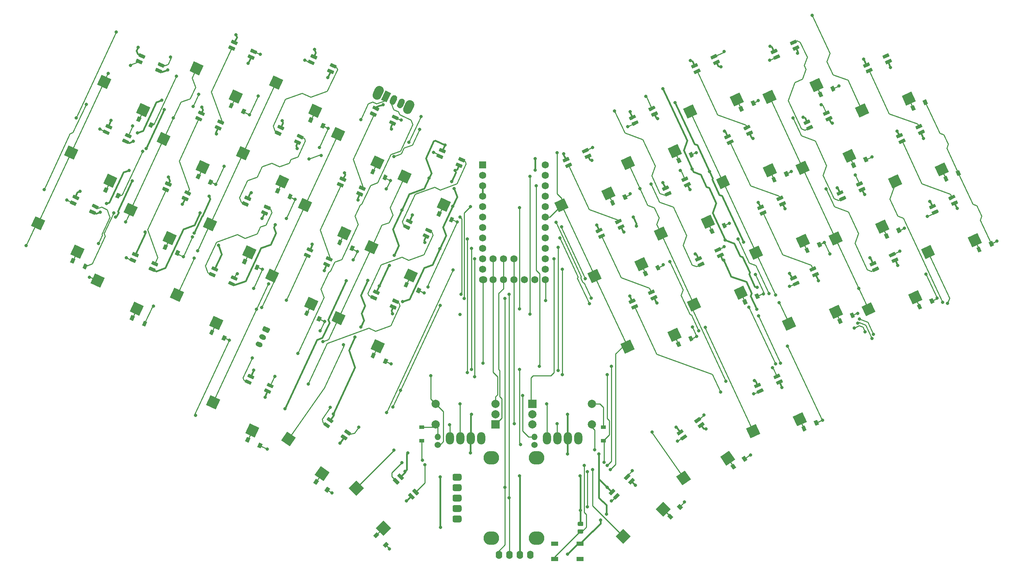
<source format=gbr>
%TF.GenerationSoftware,KiCad,Pcbnew,(5.1.10)-1*%
%TF.CreationDate,2021-12-17T13:46:14-08:00*%
%TF.ProjectId,barobord,6261726f-626f-4726-942e-6b696361645f,rev?*%
%TF.SameCoordinates,Original*%
%TF.FileFunction,Copper,L2,Bot*%
%TF.FilePolarity,Positive*%
%FSLAX46Y46*%
G04 Gerber Fmt 4.6, Leading zero omitted, Abs format (unit mm)*
G04 Created by KiCad (PCBNEW (5.1.10)-1) date 2021-12-17 13:46:14*
%MOMM*%
%LPD*%
G01*
G04 APERTURE LIST*
%TA.AperFunction,SMDPad,CuDef*%
%ADD10C,0.100000*%
%TD*%
%TA.AperFunction,ComponentPad*%
%ADD11C,0.100000*%
%TD*%
%TA.AperFunction,ComponentPad*%
%ADD12C,1.752600*%
%TD*%
%TA.AperFunction,ComponentPad*%
%ADD13R,1.752600X1.752600*%
%TD*%
%TA.AperFunction,ComponentPad*%
%ADD14O,2.000000X3.000000*%
%TD*%
%TA.AperFunction,ComponentPad*%
%ADD15O,1.524000X1.524000*%
%TD*%
%TA.AperFunction,ComponentPad*%
%ADD16C,1.524000*%
%TD*%
%TA.AperFunction,ComponentPad*%
%ADD17R,2.000000X2.000000*%
%TD*%
%TA.AperFunction,ComponentPad*%
%ADD18C,2.000000*%
%TD*%
%TA.AperFunction,ComponentPad*%
%ADD19O,1.600000X2.000000*%
%TD*%
%TA.AperFunction,SMDPad,CuDef*%
%ADD20R,1.200000X0.900000*%
%TD*%
%TA.AperFunction,ComponentPad*%
%ADD21O,3.800000X3.300000*%
%TD*%
%TA.AperFunction,SMDPad,CuDef*%
%ADD22R,1.800000X1.100000*%
%TD*%
%TA.AperFunction,ViaPad*%
%ADD23C,0.800000*%
%TD*%
%TA.AperFunction,Conductor*%
%ADD24C,0.381000*%
%TD*%
%TA.AperFunction,Conductor*%
%ADD25C,0.254000*%
%TD*%
G04 APERTURE END LIST*
%TO.P,J2,3*%
%TO.N,B-*%
%TA.AperFunction,ComponentPad*%
G36*
G01*
X62876096Y-107302947D02*
X63374566Y-107535387D01*
G75*
G02*
X63664780Y-108332743I-253571J-543785D01*
G01*
X63664780Y-108332743D01*
G75*
G02*
X62867424Y-108622957I-543785J253571D01*
G01*
X62368954Y-108390517D01*
G75*
G02*
X62078740Y-107593161I253571J543785D01*
G01*
X62078740Y-107593161D01*
G75*
G02*
X62876096Y-107302947I543785J-253571D01*
G01*
G37*
%TD.AperFunction*%
%TO.P,J2,2*%
%TO.N,Net-(J2-Pad2)*%
%TA.AperFunction,ComponentPad*%
G36*
G01*
X63721332Y-105490332D02*
X64219802Y-105722772D01*
G75*
G02*
X64510016Y-106520128I-253571J-543785D01*
G01*
X64510016Y-106520128D01*
G75*
G02*
X63712660Y-106810342I-543785J253571D01*
G01*
X63214190Y-106577902D01*
G75*
G02*
X62923976Y-105780546I253571J543785D01*
G01*
X62923976Y-105780546D01*
G75*
G02*
X63721332Y-105490332I543785J-253571D01*
G01*
G37*
%TD.AperFunction*%
%TO.P,J2,1*%
%TO.N,B-*%
%TA.AperFunction,ComponentPad*%
G36*
G01*
X64249361Y-103529800D02*
X65382247Y-104058073D01*
G75*
G02*
X65503169Y-104390303I-105654J-226576D01*
G01*
X65207335Y-105024720D01*
G75*
G02*
X64875105Y-105145642I-226576J105654D01*
G01*
X63742219Y-104617369D01*
G75*
G02*
X63621297Y-104285139I105654J226576D01*
G01*
X63917131Y-103650722D01*
G75*
G02*
X64249361Y-103529800I226576J-105654D01*
G01*
G37*
%TD.AperFunction*%
%TD*%
%TA.AperFunction,SMDPad,CuDef*%
D10*
%TO.P,SW40,1*%
%TO.N,Net-(D40-Pad2)*%
G36*
X221910490Y-98215652D02*
G01*
X220811682Y-95859252D01*
X223168082Y-94760444D01*
X224266890Y-97116844D01*
X221910490Y-98215652D01*
G37*
%TD.AperFunction*%
%TA.AperFunction,SMDPad,CuDef*%
%TO.P,SW40,2*%
%TO.N,col8*%
G36*
X210512875Y-101103015D02*
G01*
X209414067Y-98746615D01*
X211770467Y-97647807D01*
X212869275Y-100004207D01*
X210512875Y-101103015D01*
G37*
%TD.AperFunction*%
%TD*%
%TA.AperFunction,SMDPad,CuDef*%
%TO.P,SW39,1*%
%TO.N,Net-(D39-Pad2)*%
G36*
X202577554Y-101713856D02*
G01*
X201478746Y-99357456D01*
X203835146Y-98258648D01*
X204933954Y-100615048D01*
X202577554Y-101713856D01*
G37*
%TD.AperFunction*%
%TA.AperFunction,SMDPad,CuDef*%
%TO.P,SW39,2*%
%TO.N,col8*%
G36*
X191179939Y-104601219D02*
G01*
X190081131Y-102244819D01*
X192437531Y-101146011D01*
X193536339Y-103502411D01*
X191179939Y-104601219D01*
G37*
%TD.AperFunction*%
%TD*%
%TA.AperFunction,SMDPad,CuDef*%
%TO.P,SW38,1*%
%TO.N,Net-(D38-Pad2)*%
G36*
X193810065Y-127869760D02*
G01*
X192711257Y-125513360D01*
X195067657Y-124414552D01*
X196166465Y-126770952D01*
X193810065Y-127869760D01*
G37*
%TD.AperFunction*%
%TA.AperFunction,SMDPad,CuDef*%
%TO.P,SW38,2*%
%TO.N,col7*%
G36*
X182412450Y-130757123D02*
G01*
X181313642Y-128400723D01*
X183670042Y-127301915D01*
X184768850Y-129658315D01*
X182412450Y-130757123D01*
G37*
%TD.AperFunction*%
%TD*%
%TA.AperFunction,SMDPad,CuDef*%
%TO.P,SW37,1*%
%TO.N,Net-(D37-Pad2)*%
G36*
X176545849Y-137439738D02*
G01*
X175054550Y-135309943D01*
X177184345Y-133818644D01*
X178675644Y-135948439D01*
X176545849Y-137439738D01*
G37*
%TD.AperFunction*%
%TA.AperFunction,SMDPad,CuDef*%
%TO.P,SW37,2*%
%TO.N,col6*%
G36*
X165822774Y-142262411D02*
G01*
X164331475Y-140132616D01*
X166461270Y-138641317D01*
X167952569Y-140771112D01*
X165822774Y-142262411D01*
G37*
%TD.AperFunction*%
%TD*%
%TA.AperFunction,SMDPad,CuDef*%
%TO.P,SW36,1*%
%TO.N,Net-(D36-Pad2)*%
G36*
X161205724Y-149862231D02*
G01*
X159367246Y-148023753D01*
X161205724Y-146185275D01*
X163044202Y-148023753D01*
X161205724Y-149862231D01*
G37*
%TD.AperFunction*%
%TA.AperFunction,SMDPad,CuDef*%
%TO.P,SW36,2*%
%TO.N,col5*%
G36*
X151483006Y-156473679D02*
G01*
X149644528Y-154635201D01*
X151483006Y-152796723D01*
X153321484Y-154635201D01*
X151483006Y-156473679D01*
G37*
%TD.AperFunction*%
%TD*%
%TA.AperFunction,SMDPad,CuDef*%
%TO.P,SW35,1*%
%TO.N,Net-(D35-Pad2)*%
G36*
X91279175Y-152655299D02*
G01*
X93117653Y-150816821D01*
X94956131Y-152655299D01*
X93117653Y-154493777D01*
X91279175Y-152655299D01*
G37*
%TD.AperFunction*%
%TA.AperFunction,SMDPad,CuDef*%
%TO.P,SW35,2*%
%TO.N,col4*%
G36*
X84667727Y-142932581D02*
G01*
X86506205Y-141094103D01*
X88344683Y-142932581D01*
X86506205Y-144771059D01*
X84667727Y-142932581D01*
G37*
%TD.AperFunction*%
%TD*%
%TA.AperFunction,SMDPad,CuDef*%
%TO.P,SW34,1*%
%TO.N,Net-(D34-Pad2)*%
G36*
X76381624Y-139705365D02*
G01*
X77872923Y-137575570D01*
X80002718Y-139066869D01*
X78511419Y-141196664D01*
X76381624Y-139705365D01*
G37*
%TD.AperFunction*%
%TA.AperFunction,SMDPad,CuDef*%
%TO.P,SW34,2*%
%TO.N,col3*%
G36*
X68182286Y-131278423D02*
G01*
X69673585Y-129148628D01*
X71803380Y-130639927D01*
X70312081Y-132769722D01*
X68182286Y-131278423D01*
G37*
%TD.AperFunction*%
%TD*%
%TA.AperFunction,SMDPad,CuDef*%
%TO.P,SW33,1*%
%TO.N,Net-(D33-Pad2)*%
G36*
X59461669Y-129539104D02*
G01*
X60560477Y-127182704D01*
X62916877Y-128281512D01*
X61818069Y-130637912D01*
X59461669Y-129539104D01*
G37*
%TD.AperFunction*%
%TA.AperFunction,SMDPad,CuDef*%
%TO.P,SW33,2*%
%TO.N,col2*%
G36*
X49923575Y-122663986D02*
G01*
X51022383Y-120307586D01*
X53378783Y-121406394D01*
X52279975Y-123762794D01*
X49923575Y-122663986D01*
G37*
%TD.AperFunction*%
%TD*%
%TA.AperFunction,SMDPad,CuDef*%
%TO.P,SW32,1*%
%TO.N,Net-(D32-Pad2)*%
G36*
X50694189Y-103383201D02*
G01*
X51792997Y-101026801D01*
X54149397Y-102125609D01*
X53050589Y-104482009D01*
X50694189Y-103383201D01*
G37*
%TD.AperFunction*%
%TA.AperFunction,SMDPad,CuDef*%
%TO.P,SW32,2*%
%TO.N,col1*%
G36*
X41156095Y-96508083D02*
G01*
X42254903Y-94151683D01*
X44611303Y-95250491D01*
X43512495Y-97606891D01*
X41156095Y-96508083D01*
G37*
%TD.AperFunction*%
%TD*%
%TA.AperFunction,SMDPad,CuDef*%
%TO.P,SW31,1*%
%TO.N,Net-(D31-Pad2)*%
G36*
X31361251Y-99884993D02*
G01*
X32460059Y-97528593D01*
X34816459Y-98627401D01*
X33717651Y-100983801D01*
X31361251Y-99884993D01*
G37*
%TD.AperFunction*%
%TA.AperFunction,SMDPad,CuDef*%
%TO.P,SW31,2*%
%TO.N,col0*%
G36*
X21823157Y-93009875D02*
G01*
X22921965Y-90653475D01*
X25278365Y-91752283D01*
X24179557Y-94108683D01*
X21823157Y-93009875D01*
G37*
%TD.AperFunction*%
%TD*%
%TA.AperFunction,SMDPad,CuDef*%
%TO.P,SW30,1*%
%TO.N,Net-(D30-Pad2)*%
G36*
X236383316Y-84294904D02*
G01*
X235284508Y-81938504D01*
X237640908Y-80839696D01*
X238739716Y-83196096D01*
X236383316Y-84294904D01*
G37*
%TD.AperFunction*%
%TA.AperFunction,SMDPad,CuDef*%
%TO.P,SW30,2*%
%TO.N,col7*%
G36*
X224985701Y-87182267D02*
G01*
X223886893Y-84825867D01*
X226243293Y-83727059D01*
X227342101Y-86083459D01*
X224985701Y-87182267D01*
G37*
%TD.AperFunction*%
%TD*%
%TA.AperFunction,SMDPad,CuDef*%
%TO.P,SW29,1*%
%TO.N,Net-(D29-Pad2)*%
G36*
X213880743Y-80995805D02*
G01*
X212781935Y-78639405D01*
X215138335Y-77540597D01*
X216237143Y-79896997D01*
X213880743Y-80995805D01*
G37*
%TD.AperFunction*%
%TA.AperFunction,SMDPad,CuDef*%
%TO.P,SW29,2*%
%TO.N,col8*%
G36*
X202483128Y-83883168D02*
G01*
X201384320Y-81526768D01*
X203740720Y-80427960D01*
X204839528Y-82784360D01*
X202483128Y-83883168D01*
G37*
%TD.AperFunction*%
%TD*%
%TA.AperFunction,SMDPad,CuDef*%
%TO.P,SW28,1*%
%TO.N,Net-(D28-Pad2)*%
G36*
X194547805Y-84494015D02*
G01*
X193448997Y-82137615D01*
X195805397Y-81038807D01*
X196904205Y-83395207D01*
X194547805Y-84494015D01*
G37*
%TD.AperFunction*%
%TA.AperFunction,SMDPad,CuDef*%
%TO.P,SW28,2*%
%TO.N,col7*%
G36*
X183150190Y-87381378D02*
G01*
X182051382Y-85024978D01*
X184407782Y-83926170D01*
X185506590Y-86282570D01*
X183150190Y-87381378D01*
G37*
%TD.AperFunction*%
%TD*%
%TA.AperFunction,SMDPad,CuDef*%
%TO.P,SW27,1*%
%TO.N,Net-(D27-Pad2)*%
G36*
X179441048Y-97055297D02*
G01*
X178342240Y-94698897D01*
X180698640Y-93600089D01*
X181797448Y-95956489D01*
X179441048Y-97055297D01*
G37*
%TD.AperFunction*%
%TA.AperFunction,SMDPad,CuDef*%
%TO.P,SW27,2*%
%TO.N,col6*%
G36*
X168043433Y-99942660D02*
G01*
X166944625Y-97586260D01*
X169301025Y-96487452D01*
X170399833Y-98843852D01*
X168043433Y-99942660D01*
G37*
%TD.AperFunction*%
%TD*%
%TA.AperFunction,SMDPad,CuDef*%
%TO.P,SW26,1*%
%TO.N,Net-(D26-Pad2)*%
G36*
X163277745Y-107350816D02*
G01*
X162178937Y-104994416D01*
X164535337Y-103895608D01*
X165634145Y-106252008D01*
X163277745Y-107350816D01*
G37*
%TD.AperFunction*%
%TA.AperFunction,SMDPad,CuDef*%
%TO.P,SW26,2*%
%TO.N,col5*%
G36*
X151880130Y-110238179D02*
G01*
X150781322Y-107881779D01*
X153137722Y-106782971D01*
X154236530Y-109139371D01*
X151880130Y-110238179D01*
G37*
%TD.AperFunction*%
%TD*%
%TA.AperFunction,SMDPad,CuDef*%
%TO.P,SW25,1*%
%TO.N,Net-(D25-Pad2)*%
G36*
X89993995Y-109020156D02*
G01*
X91092803Y-106663756D01*
X93449203Y-107762564D01*
X92350395Y-110118964D01*
X89993995Y-109020156D01*
G37*
%TD.AperFunction*%
%TA.AperFunction,SMDPad,CuDef*%
%TO.P,SW25,2*%
%TO.N,col4*%
G36*
X80455901Y-102145038D02*
G01*
X81554709Y-99788638D01*
X83911109Y-100887446D01*
X82812301Y-103243846D01*
X80455901Y-102145038D01*
G37*
%TD.AperFunction*%
%TD*%
%TA.AperFunction,SMDPad,CuDef*%
%TO.P,SW24,1*%
%TO.N,Net-(D24-Pad2)*%
G36*
X73830691Y-98724639D02*
G01*
X74929499Y-96368239D01*
X77285899Y-97467047D01*
X76187091Y-99823447D01*
X73830691Y-98724639D01*
G37*
%TD.AperFunction*%
%TA.AperFunction,SMDPad,CuDef*%
%TO.P,SW24,2*%
%TO.N,col3*%
G36*
X64292597Y-91849521D02*
G01*
X65391405Y-89493121D01*
X67747805Y-90591929D01*
X66648997Y-92948329D01*
X64292597Y-91849521D01*
G37*
%TD.AperFunction*%
%TD*%
%TA.AperFunction,SMDPad,CuDef*%
%TO.P,SW23,1*%
%TO.N,Net-(D23-Pad2)*%
G36*
X58723936Y-86163352D02*
G01*
X59822744Y-83806952D01*
X62179144Y-84905760D01*
X61080336Y-87262160D01*
X58723936Y-86163352D01*
G37*
%TD.AperFunction*%
%TA.AperFunction,SMDPad,CuDef*%
%TO.P,SW23,2*%
%TO.N,col2*%
G36*
X49185842Y-79288234D02*
G01*
X50284650Y-76931834D01*
X52641050Y-78030642D01*
X51542242Y-80387042D01*
X49185842Y-79288234D01*
G37*
%TD.AperFunction*%
%TD*%
%TA.AperFunction,SMDPad,CuDef*%
%TO.P,SW22,1*%
%TO.N,Net-(D22-Pad2)*%
G36*
X39390999Y-82665147D02*
G01*
X40489807Y-80308747D01*
X42846207Y-81407555D01*
X41747399Y-83763955D01*
X39390999Y-82665147D01*
G37*
%TD.AperFunction*%
%TA.AperFunction,SMDPad,CuDef*%
%TO.P,SW22,2*%
%TO.N,col1*%
G36*
X29852905Y-75790029D02*
G01*
X30951713Y-73433629D01*
X33308113Y-74532437D01*
X32209305Y-76888837D01*
X29852905Y-75790029D01*
G37*
%TD.AperFunction*%
%TD*%
%TA.AperFunction,SMDPad,CuDef*%
%TO.P,SW21,1*%
%TO.N,Net-(D21-Pad2)*%
G36*
X16888420Y-85964246D02*
G01*
X17987228Y-83607846D01*
X20343628Y-84706654D01*
X19244820Y-87063054D01*
X16888420Y-85964246D01*
G37*
%TD.AperFunction*%
%TA.AperFunction,SMDPad,CuDef*%
%TO.P,SW21,2*%
%TO.N,col0*%
G36*
X7350326Y-79089128D02*
G01*
X8449134Y-76732728D01*
X10805534Y-77831536D01*
X9706726Y-80187936D01*
X7350326Y-79089128D01*
G37*
%TD.AperFunction*%
%TD*%
%TA.AperFunction,SMDPad,CuDef*%
%TO.P,SW20,1*%
%TO.N,Net-(D20-Pad2)*%
G36*
X228353569Y-67075057D02*
G01*
X227254761Y-64718657D01*
X229611161Y-63619849D01*
X230709969Y-65976249D01*
X228353569Y-67075057D01*
G37*
%TD.AperFunction*%
%TA.AperFunction,SMDPad,CuDef*%
%TO.P,SW20,2*%
%TO.N,col6*%
G36*
X216955954Y-69962420D02*
G01*
X215857146Y-67606020D01*
X218213546Y-66507212D01*
X219312354Y-68863612D01*
X216955954Y-69962420D01*
G37*
%TD.AperFunction*%
%TD*%
%TA.AperFunction,SMDPad,CuDef*%
%TO.P,SW19,1*%
%TO.N,Net-(D19-Pad2)*%
G36*
X205850997Y-63775956D02*
G01*
X204752189Y-61419556D01*
X207108589Y-60320748D01*
X208207397Y-62677148D01*
X205850997Y-63775956D01*
G37*
%TD.AperFunction*%
%TA.AperFunction,SMDPad,CuDef*%
%TO.P,SW19,2*%
%TO.N,col8*%
G36*
X194453382Y-66663319D02*
G01*
X193354574Y-64306919D01*
X195710974Y-63208111D01*
X196809782Y-65564511D01*
X194453382Y-66663319D01*
G37*
%TD.AperFunction*%
%TD*%
%TA.AperFunction,SMDPad,CuDef*%
%TO.P,SW18,1*%
%TO.N,Net-(D18-Pad2)*%
G36*
X186518055Y-67274166D02*
G01*
X185419247Y-64917766D01*
X187775647Y-63818958D01*
X188874455Y-66175358D01*
X186518055Y-67274166D01*
G37*
%TD.AperFunction*%
%TA.AperFunction,SMDPad,CuDef*%
%TO.P,SW18,2*%
%TO.N,col7*%
G36*
X175120440Y-70161529D02*
G01*
X174021632Y-67805129D01*
X176378032Y-66706321D01*
X177476840Y-69062721D01*
X175120440Y-70161529D01*
G37*
%TD.AperFunction*%
%TD*%
%TA.AperFunction,SMDPad,CuDef*%
%TO.P,SW17,1*%
%TO.N,Net-(D17-Pad2)*%
G36*
X171411303Y-79835452D02*
G01*
X170312495Y-77479052D01*
X172668895Y-76380244D01*
X173767703Y-78736644D01*
X171411303Y-79835452D01*
G37*
%TD.AperFunction*%
%TA.AperFunction,SMDPad,CuDef*%
%TO.P,SW17,2*%
%TO.N,col6*%
G36*
X160013688Y-82722815D02*
G01*
X158914880Y-80366415D01*
X161271280Y-79267607D01*
X162370088Y-81624007D01*
X160013688Y-82722815D01*
G37*
%TD.AperFunction*%
%TD*%
%TA.AperFunction,SMDPad,CuDef*%
%TO.P,SW16,1*%
%TO.N,Net-(D16-Pad2)*%
G36*
X155247996Y-90130969D02*
G01*
X154149188Y-87774569D01*
X156505588Y-86675761D01*
X157604396Y-89032161D01*
X155247996Y-90130969D01*
G37*
%TD.AperFunction*%
%TA.AperFunction,SMDPad,CuDef*%
%TO.P,SW16,2*%
%TO.N,col5*%
G36*
X143850381Y-93018332D02*
G01*
X142751573Y-90661932D01*
X145107973Y-89563124D01*
X146206781Y-91919524D01*
X143850381Y-93018332D01*
G37*
%TD.AperFunction*%
%TD*%
%TA.AperFunction,SMDPad,CuDef*%
%TO.P,SW15,1*%
%TO.N,Net-(D15-Pad2)*%
G36*
X98023742Y-91800312D02*
G01*
X99122550Y-89443912D01*
X101478950Y-90542720D01*
X100380142Y-92899120D01*
X98023742Y-91800312D01*
G37*
%TD.AperFunction*%
%TA.AperFunction,SMDPad,CuDef*%
%TO.P,SW15,2*%
%TO.N,col4*%
G36*
X88485648Y-84925194D02*
G01*
X89584456Y-82568794D01*
X91940856Y-83667602D01*
X90842048Y-86024002D01*
X88485648Y-84925194D01*
G37*
%TD.AperFunction*%
%TD*%
%TA.AperFunction,SMDPad,CuDef*%
%TO.P,SW14,1*%
%TO.N,Net-(D14-Pad2)*%
G36*
X81860438Y-81504793D02*
G01*
X82959246Y-79148393D01*
X85315646Y-80247201D01*
X84216838Y-82603601D01*
X81860438Y-81504793D01*
G37*
%TD.AperFunction*%
%TA.AperFunction,SMDPad,CuDef*%
%TO.P,SW14,2*%
%TO.N,col3*%
G36*
X72322344Y-74629675D02*
G01*
X73421152Y-72273275D01*
X75777552Y-73372083D01*
X74678744Y-75728483D01*
X72322344Y-74629675D01*
G37*
%TD.AperFunction*%
%TD*%
%TA.AperFunction,SMDPad,CuDef*%
%TO.P,SW13,1*%
%TO.N,Net-(D13-Pad2)*%
G36*
X66753683Y-68943508D02*
G01*
X67852491Y-66587108D01*
X70208891Y-67685916D01*
X69110083Y-70042316D01*
X66753683Y-68943508D01*
G37*
%TD.AperFunction*%
%TA.AperFunction,SMDPad,CuDef*%
%TO.P,SW13,2*%
%TO.N,col2*%
G36*
X57215589Y-62068390D02*
G01*
X58314397Y-59711990D01*
X60670797Y-60810798D01*
X59571989Y-63167198D01*
X57215589Y-62068390D01*
G37*
%TD.AperFunction*%
%TD*%
%TA.AperFunction,SMDPad,CuDef*%
%TO.P,SW12,1*%
%TO.N,Net-(D12-Pad2)*%
G36*
X47420745Y-65445298D02*
G01*
X48519553Y-63088898D01*
X50875953Y-64187706D01*
X49777145Y-66544106D01*
X47420745Y-65445298D01*
G37*
%TD.AperFunction*%
%TA.AperFunction,SMDPad,CuDef*%
%TO.P,SW12,2*%
%TO.N,col1*%
G36*
X37882651Y-58570180D02*
G01*
X38981459Y-56213780D01*
X41337859Y-57312588D01*
X40239051Y-59668988D01*
X37882651Y-58570180D01*
G37*
%TD.AperFunction*%
%TD*%
%TA.AperFunction,SMDPad,CuDef*%
%TO.P,SW11,1*%
%TO.N,Net-(D11-Pad2)*%
G36*
X24918171Y-68744398D02*
G01*
X26016979Y-66387998D01*
X28373379Y-67486806D01*
X27274571Y-69843206D01*
X24918171Y-68744398D01*
G37*
%TD.AperFunction*%
%TA.AperFunction,SMDPad,CuDef*%
%TO.P,SW11,2*%
%TO.N,col0*%
G36*
X15380077Y-61869280D02*
G01*
X16478885Y-59512880D01*
X18835285Y-60611688D01*
X17736477Y-62968088D01*
X15380077Y-61869280D01*
G37*
%TD.AperFunction*%
%TD*%
%TA.AperFunction,SMDPad,CuDef*%
%TO.P,SW10,1*%
%TO.N,Net-(D10-Pad2)*%
G36*
X220323823Y-49855210D02*
G01*
X219225015Y-47498810D01*
X221581415Y-46400002D01*
X222680223Y-48756402D01*
X220323823Y-49855210D01*
G37*
%TD.AperFunction*%
%TA.AperFunction,SMDPad,CuDef*%
%TO.P,SW10,2*%
%TO.N,col5*%
G36*
X208926208Y-52742573D02*
G01*
X207827400Y-50386173D01*
X210183800Y-49287365D01*
X211282608Y-51643765D01*
X208926208Y-52742573D01*
G37*
%TD.AperFunction*%
%TD*%
%TA.AperFunction,SMDPad,CuDef*%
%TO.P,SW9,1*%
%TO.N,Net-(D9-Pad2)*%
G36*
X197821248Y-46556111D02*
G01*
X196722440Y-44199711D01*
X199078840Y-43100903D01*
X200177648Y-45457303D01*
X197821248Y-46556111D01*
G37*
%TD.AperFunction*%
%TA.AperFunction,SMDPad,CuDef*%
%TO.P,SW9,2*%
%TO.N,col8*%
G36*
X186423633Y-49443474D02*
G01*
X185324825Y-47087074D01*
X187681225Y-45988266D01*
X188780033Y-48344666D01*
X186423633Y-49443474D01*
G37*
%TD.AperFunction*%
%TD*%
%TA.AperFunction,SMDPad,CuDef*%
%TO.P,SW8,1*%
%TO.N,Net-(D8-Pad2)*%
G36*
X178488311Y-50054321D02*
G01*
X177389503Y-47697921D01*
X179745903Y-46599113D01*
X180844711Y-48955513D01*
X178488311Y-50054321D01*
G37*
%TD.AperFunction*%
%TA.AperFunction,SMDPad,CuDef*%
%TO.P,SW8,2*%
%TO.N,col7*%
G36*
X167090696Y-52941684D02*
G01*
X165991888Y-50585284D01*
X168348288Y-49486476D01*
X169447096Y-51842876D01*
X167090696Y-52941684D01*
G37*
%TD.AperFunction*%
%TD*%
%TA.AperFunction,SMDPad,CuDef*%
%TO.P,SW7,1*%
%TO.N,Net-(D7-Pad2)*%
G36*
X163381556Y-62615604D02*
G01*
X162282748Y-60259204D01*
X164639148Y-59160396D01*
X165737956Y-61516796D01*
X163381556Y-62615604D01*
G37*
%TD.AperFunction*%
%TA.AperFunction,SMDPad,CuDef*%
%TO.P,SW7,2*%
%TO.N,col6*%
G36*
X151983941Y-65502967D02*
G01*
X150885133Y-63146567D01*
X153241533Y-62047759D01*
X154340341Y-64404159D01*
X151983941Y-65502967D01*
G37*
%TD.AperFunction*%
%TD*%
%TA.AperFunction,SMDPad,CuDef*%
%TO.P,SW6,1*%
%TO.N,Net-(D6-Pad2)*%
G36*
X147218250Y-72911117D02*
G01*
X146119442Y-70554717D01*
X148475842Y-69455909D01*
X149574650Y-71812309D01*
X147218250Y-72911117D01*
G37*
%TD.AperFunction*%
%TA.AperFunction,SMDPad,CuDef*%
%TO.P,SW6,2*%
%TO.N,col5*%
G36*
X135820635Y-75798480D02*
G01*
X134721827Y-73442080D01*
X137078227Y-72343272D01*
X138177035Y-74699672D01*
X135820635Y-75798480D01*
G37*
%TD.AperFunction*%
%TD*%
%TA.AperFunction,SMDPad,CuDef*%
%TO.P,SW5,1*%
%TO.N,Net-(D5-Pad2)*%
G36*
X106053486Y-74580462D02*
G01*
X107152294Y-72224062D01*
X109508694Y-73322870D01*
X108409886Y-75679270D01*
X106053486Y-74580462D01*
G37*
%TD.AperFunction*%
%TA.AperFunction,SMDPad,CuDef*%
%TO.P,SW5,2*%
%TO.N,col4*%
G36*
X96515392Y-67705344D02*
G01*
X97614200Y-65348944D01*
X99970600Y-66447752D01*
X98871792Y-68804152D01*
X96515392Y-67705344D01*
G37*
%TD.AperFunction*%
%TD*%
%TA.AperFunction,SMDPad,CuDef*%
%TO.P,SW4,1*%
%TO.N,Net-(D4-Pad2)*%
G36*
X89890185Y-64284944D02*
G01*
X90988993Y-61928544D01*
X93345393Y-63027352D01*
X92246585Y-65383752D01*
X89890185Y-64284944D01*
G37*
%TD.AperFunction*%
%TA.AperFunction,SMDPad,CuDef*%
%TO.P,SW4,2*%
%TO.N,col3*%
G36*
X80352091Y-57409826D02*
G01*
X81450899Y-55053426D01*
X83807299Y-56152234D01*
X82708491Y-58508634D01*
X80352091Y-57409826D01*
G37*
%TD.AperFunction*%
%TD*%
%TA.AperFunction,SMDPad,CuDef*%
%TO.P,SW3,1*%
%TO.N,Net-(D3-Pad2)*%
G36*
X74783429Y-51723660D02*
G01*
X75882237Y-49367260D01*
X78238637Y-50466068D01*
X77139829Y-52822468D01*
X74783429Y-51723660D01*
G37*
%TD.AperFunction*%
%TA.AperFunction,SMDPad,CuDef*%
%TO.P,SW3,2*%
%TO.N,col2*%
G36*
X65245335Y-44848542D02*
G01*
X66344143Y-42492142D01*
X68700543Y-43590950D01*
X67601735Y-45947350D01*
X65245335Y-44848542D01*
G37*
%TD.AperFunction*%
%TD*%
%TA.AperFunction,SMDPad,CuDef*%
%TO.P,SW2,1*%
%TO.N,Net-(D2-Pad2)*%
G36*
X55450492Y-48225453D02*
G01*
X56549300Y-45869053D01*
X58905700Y-46967861D01*
X57806892Y-49324261D01*
X55450492Y-48225453D01*
G37*
%TD.AperFunction*%
%TA.AperFunction,SMDPad,CuDef*%
%TO.P,SW2,2*%
%TO.N,col1*%
G36*
X45912398Y-41350335D02*
G01*
X47011206Y-38993935D01*
X49367606Y-40092743D01*
X48268798Y-42449143D01*
X45912398Y-41350335D01*
G37*
%TD.AperFunction*%
%TD*%
%TA.AperFunction,SMDPad,CuDef*%
%TO.P,SW1,1*%
%TO.N,Net-(D1-Pad2)*%
G36*
X32947915Y-51524552D02*
G01*
X34046723Y-49168152D01*
X36403123Y-50266960D01*
X35304315Y-52623360D01*
X32947915Y-51524552D01*
G37*
%TD.AperFunction*%
%TA.AperFunction,SMDPad,CuDef*%
%TO.P,SW1,2*%
%TO.N,col0*%
G36*
X23409821Y-44649434D02*
G01*
X24508629Y-42293034D01*
X26865029Y-43391842D01*
X25766221Y-45748242D01*
X23409821Y-44649434D01*
G37*
%TD.AperFunction*%
%TD*%
%TO.P,SW46,*%
%TO.N,*%
%TA.AperFunction,ComponentPad*%
G36*
G01*
X97990343Y-50294437D02*
X98539747Y-49116237D01*
G75*
G02*
X100001566Y-48584178I996939J-464880D01*
G01*
X100001566Y-48584178D01*
G75*
G02*
X100533625Y-50045997I-464880J-996939D01*
G01*
X99984221Y-51224197D01*
G75*
G02*
X98522402Y-51756256I-996939J464880D01*
G01*
X98522402Y-51756256D01*
G75*
G02*
X97990343Y-50294437I464880J996939D01*
G01*
G37*
%TD.AperFunction*%
%TA.AperFunction,ComponentPad*%
G36*
G01*
X90558619Y-46828968D02*
X91108023Y-45650768D01*
G75*
G02*
X92569842Y-45118709I996939J-464880D01*
G01*
X92569842Y-45118709D01*
G75*
G02*
X93101901Y-46580528I-464880J-996939D01*
G01*
X92552497Y-47758728D01*
G75*
G02*
X91090678Y-48290787I-996939J464880D01*
G01*
X91090678Y-48290787D01*
G75*
G02*
X90558619Y-46828968I464880J996939D01*
G01*
G37*
%TD.AperFunction*%
%TO.P,SW46,3*%
%TO.N,N/C*%
%TA.AperFunction,ComponentPad*%
G36*
G01*
X96467697Y-49418909D02*
X96890315Y-48512601D01*
G75*
G02*
X97887010Y-48149834I679731J-316964D01*
G01*
X97887010Y-48149834D01*
G75*
G02*
X98249777Y-49146529I-316964J-679731D01*
G01*
X97827159Y-50052837D01*
G75*
G02*
X96830464Y-50415604I-679731J316964D01*
G01*
X96830464Y-50415604D01*
G75*
G02*
X96467697Y-49418909I316964J679731D01*
G01*
G37*
%TD.AperFunction*%
%TO.P,SW46,2*%
%TO.N,Net-(J2-Pad2)*%
%TA.AperFunction,ComponentPad*%
G36*
G01*
X94655082Y-48573673D02*
X95077700Y-47667365D01*
G75*
G02*
X96074395Y-47304598I679731J-316964D01*
G01*
X96074395Y-47304598D01*
G75*
G02*
X96437162Y-48301293I-316964J-679731D01*
G01*
X96014544Y-49207601D01*
G75*
G02*
X95017849Y-49570368I-679731J316964D01*
G01*
X95017849Y-49570368D01*
G75*
G02*
X94655082Y-48573673I316964J679731D01*
G01*
G37*
%TD.AperFunction*%
%TA.AperFunction,ComponentPad*%
D11*
%TO.P,SW46,1*%
%TO.N,B+*%
G36*
X92525502Y-48408167D02*
G01*
X93582048Y-46142398D01*
X94941510Y-46776325D01*
X93884964Y-49042094D01*
X92525502Y-48408167D01*
G37*
%TD.AperFunction*%
%TD*%
%TO.P,D56,3*%
%TO.N,GND*%
%TA.AperFunction,SMDPad,CuDef*%
G36*
G01*
X99882686Y-78687355D02*
X98581228Y-78080475D01*
G75*
G02*
X98541566Y-77971503I34655J74317D01*
G01*
X98818804Y-77376965D01*
G75*
G02*
X98927776Y-77337303I74317J-34655D01*
G01*
X100229234Y-77944183D01*
G75*
G02*
X100268896Y-78053155I-34655J-74317D01*
G01*
X99991658Y-78647693D01*
G75*
G02*
X99882686Y-78687355I-74317J34655D01*
G01*
G37*
%TD.AperFunction*%
%TO.P,D56,4*%
%TO.N,Net-(D55-Pad2)*%
%TA.AperFunction,SMDPad,CuDef*%
G36*
G01*
X99248758Y-80046817D02*
X97947300Y-79439937D01*
G75*
G02*
X97907638Y-79330965I34655J74317D01*
G01*
X98184876Y-78736427D01*
G75*
G02*
X98293848Y-78696765I74317J-34655D01*
G01*
X99595306Y-79303645D01*
G75*
G02*
X99634968Y-79412617I-34655J-74317D01*
G01*
X99357730Y-80007155D01*
G75*
G02*
X99248758Y-80046817I-74317J34655D01*
G01*
G37*
%TD.AperFunction*%
%TO.P,D56,2*%
%TO.N,Net-(D56-Pad2)*%
%TA.AperFunction,SMDPad,CuDef*%
G36*
G01*
X104595486Y-80884970D02*
X103294028Y-80278090D01*
G75*
G02*
X103254366Y-80169118I34655J74317D01*
G01*
X103531604Y-79574580D01*
G75*
G02*
X103640576Y-79534918I74317J-34655D01*
G01*
X104942034Y-80141798D01*
G75*
G02*
X104981696Y-80250770I-34655J-74317D01*
G01*
X104704458Y-80845308D01*
G75*
G02*
X104595486Y-80884970I-74317J34655D01*
G01*
G37*
%TD.AperFunction*%
%TO.P,D56,1*%
%TO.N,+5V*%
%TA.AperFunction,SMDPad,CuDef*%
G36*
G01*
X103961559Y-82244432D02*
X102660101Y-81637552D01*
G75*
G02*
X102620439Y-81528580I34655J74317D01*
G01*
X102897677Y-80934042D01*
G75*
G02*
X103006649Y-80894380I74317J-34655D01*
G01*
X104308107Y-81501260D01*
G75*
G02*
X104347769Y-81610232I-34655J-74317D01*
G01*
X104070531Y-82204770D01*
G75*
G02*
X103961559Y-82244432I-74317J34655D01*
G01*
G37*
%TD.AperFunction*%
%TD*%
D12*
%TO.P,U2,1*%
%TO.N,led*%
X117228505Y-64203847D03*
%TO.P,U2,2*%
%TO.N,col0*%
X117228505Y-66743847D03*
%TO.P,U2,3*%
%TO.N,GND*%
X117228505Y-69283847D03*
%TO.P,U2,4*%
X117228505Y-71823847D03*
%TO.P,U2,5*%
%TO.N,sda*%
X117228505Y-74363847D03*
%TO.P,U2,6*%
%TO.N,scl*%
X117228505Y-76903847D03*
%TO.P,U2,7*%
%TO.N,col1*%
X117228505Y-79443847D03*
%TO.P,U2,8*%
%TO.N,col2*%
X117228505Y-81983847D03*
%TO.P,U2,9*%
%TO.N,col3*%
X117228505Y-84523847D03*
%TO.P,U2,10*%
%TO.N,col4*%
X117228505Y-87063847D03*
%TO.P,U2,11*%
%TO.N,row3*%
X117228505Y-89603847D03*
%TO.P,U2,13*%
%TO.N,row0*%
X132468505Y-92143847D03*
%TO.P,U2,14*%
%TO.N,row4*%
X132468505Y-89603847D03*
%TO.P,U2,15*%
%TO.N,ENC2A*%
X132468505Y-87063847D03*
%TO.P,U2,16*%
%TO.N,col8*%
X132468505Y-84523847D03*
%TO.P,U2,17*%
%TO.N,col7*%
X132468505Y-81983847D03*
%TO.P,U2,18*%
%TO.N,col6*%
X132468505Y-79443847D03*
%TO.P,U2,19*%
%TO.N,col5*%
X132468505Y-76903847D03*
%TO.P,U2,20*%
%TO.N,row1*%
X132468505Y-74363847D03*
%TO.P,U2,21*%
%TO.N,+5V*%
X132468505Y-71823847D03*
%TO.P,U2,22*%
%TO.N,RESET*%
X132468505Y-69283847D03*
%TO.P,U2,23*%
%TO.N,B-*%
X132468505Y-66743847D03*
%TO.P,U2,12*%
%TO.N,row2*%
X117228505Y-92143847D03*
%TO.P,U2,24*%
%TO.N,B+*%
X132468505Y-64203847D03*
%TO.P,U2,31*%
%TO.N,ENC1B*%
X119768505Y-87063847D03*
%TO.P,U2,32*%
%TO.N,ENC1A*%
X122308505Y-87063847D03*
%TO.P,U2,33*%
%TO.N,ENC2B*%
X124848505Y-87063847D03*
%TD*%
%TO.P,U1,25*%
%TO.N,ENC1B*%
X119768505Y-92143847D03*
%TO.P,U1,26*%
%TO.N,ENC1A*%
X122308505Y-92143847D03*
%TO.P,U1,27*%
%TO.N,ENC2B*%
X124848505Y-92143847D03*
%TO.P,U1,28*%
%TO.N,Net-(U1-Pad28)*%
X127388505Y-92143847D03*
%TO.P,U1,29*%
%TO.N,Net-(U1-Pad29)*%
X129928505Y-92143847D03*
%TO.P,U1,24*%
%TO.N,B+*%
X132468505Y-64203847D03*
%TO.P,U1,12*%
%TO.N,row2*%
X117457105Y-92143847D03*
%TO.P,U1,23*%
%TO.N,B-*%
X132468505Y-66743847D03*
%TO.P,U1,22*%
%TO.N,RESET*%
X132468505Y-69283847D03*
%TO.P,U1,21*%
%TO.N,+5V*%
X132468505Y-71823847D03*
%TO.P,U1,20*%
%TO.N,row1*%
X132468505Y-74363847D03*
%TO.P,U1,19*%
%TO.N,col5*%
X132468505Y-76903847D03*
%TO.P,U1,18*%
%TO.N,col6*%
X132468505Y-79443847D03*
%TO.P,U1,17*%
%TO.N,col7*%
X132468505Y-81983847D03*
%TO.P,U1,16*%
%TO.N,col8*%
X132468505Y-84523847D03*
%TO.P,U1,15*%
%TO.N,ENC2A*%
X132468505Y-87063847D03*
%TO.P,U1,14*%
%TO.N,row4*%
X132468505Y-89603847D03*
%TO.P,U1,13*%
%TO.N,row0*%
X132468505Y-92143847D03*
%TO.P,U1,11*%
%TO.N,row3*%
X117228505Y-89603847D03*
%TO.P,U1,10*%
%TO.N,col4*%
X117228505Y-87063847D03*
%TO.P,U1,9*%
%TO.N,col3*%
X117228505Y-84523847D03*
%TO.P,U1,8*%
%TO.N,col2*%
X117228505Y-81983847D03*
%TO.P,U1,7*%
%TO.N,col1*%
X117228505Y-79443847D03*
%TO.P,U1,6*%
%TO.N,scl*%
X117228505Y-76903847D03*
%TO.P,U1,5*%
%TO.N,sda*%
X117228505Y-74363847D03*
%TO.P,U1,4*%
%TO.N,GND*%
X117228505Y-71823847D03*
%TO.P,U1,3*%
X117228505Y-69283847D03*
%TO.P,U1,2*%
%TO.N,col0*%
X117228505Y-66743847D03*
D13*
%TO.P,U1,1*%
%TO.N,led*%
X117228505Y-64203847D03*
%TD*%
%TO.P,D59,3*%
%TO.N,GND*%
%TA.AperFunction,SMDPad,CuDef*%
G36*
G01*
X80489368Y-127114426D02*
X79313066Y-126290770D01*
G75*
G02*
X79292929Y-126176567I47033J67170D01*
G01*
X79669195Y-125639203D01*
G75*
G02*
X79783398Y-125619066I67170J-47033D01*
G01*
X80959700Y-126442722D01*
G75*
G02*
X80979837Y-126556925I-47033J-67170D01*
G01*
X80603571Y-127094289D01*
G75*
G02*
X80489368Y-127114426I-67170J47033D01*
G01*
G37*
%TD.AperFunction*%
%TO.P,D59,4*%
%TO.N,Net-(D58-Pad2)*%
%TA.AperFunction,SMDPad,CuDef*%
G36*
G01*
X79629003Y-128343154D02*
X78452701Y-127519498D01*
G75*
G02*
X78432564Y-127405295I47033J67170D01*
G01*
X78808830Y-126867931D01*
G75*
G02*
X78923033Y-126847794I67170J-47033D01*
G01*
X80099335Y-127671450D01*
G75*
G02*
X80119472Y-127785653I-47033J-67170D01*
G01*
X79743206Y-128323017D01*
G75*
G02*
X79629003Y-128343154I-67170J47033D01*
G01*
G37*
%TD.AperFunction*%
%TO.P,D59,2*%
%TO.N,Net-(D59-Pad2)*%
%TA.AperFunction,SMDPad,CuDef*%
G36*
G01*
X84748958Y-130097023D02*
X83572656Y-129273367D01*
G75*
G02*
X83552519Y-129159164I47033J67170D01*
G01*
X83928785Y-128621800D01*
G75*
G02*
X84042988Y-128601663I67170J-47033D01*
G01*
X85219290Y-129425319D01*
G75*
G02*
X85239427Y-129539522I-47033J-67170D01*
G01*
X84863161Y-130076886D01*
G75*
G02*
X84748958Y-130097023I-67170J47033D01*
G01*
G37*
%TD.AperFunction*%
%TO.P,D59,1*%
%TO.N,+5V*%
%TA.AperFunction,SMDPad,CuDef*%
G36*
G01*
X83888594Y-131325751D02*
X82712292Y-130502095D01*
G75*
G02*
X82692155Y-130387892I47033J67170D01*
G01*
X83068421Y-129850528D01*
G75*
G02*
X83182624Y-129830391I67170J-47033D01*
G01*
X84358926Y-130654047D01*
G75*
G02*
X84379063Y-130768250I-47033J-67170D01*
G01*
X84002797Y-131305614D01*
G75*
G02*
X83888594Y-131325751I-67170J47033D01*
G01*
G37*
%TD.AperFunction*%
%TD*%
D14*
%TO.P,SW45,NC*%
%TO.N,Net-(SW45-PadNC)*%
X140518507Y-130781846D03*
%TO.P,SW45,C*%
%TO.N,GND*%
X137978507Y-130781846D03*
%TO.P,SW45,B*%
%TO.N,ENC2B*%
X135438507Y-130781846D03*
%TO.P,SW45,A*%
%TO.N,ENC2A*%
X132898507Y-130781846D03*
D15*
%TO.P,SW45,S2*%
%TO.N,Net-(D82-Pad2)*%
X129898507Y-130431846D03*
D16*
%TO.P,SW45,S1*%
%TO.N,col3*%
X129898507Y-132431846D03*
%TD*%
D17*
%TO.P,SW43,A*%
%TO.N,ENC2A*%
X129348507Y-122431846D03*
D18*
%TO.P,SW43,C*%
%TO.N,GND*%
X129348507Y-124931846D03*
%TO.P,SW43,B*%
%TO.N,ENC2B*%
X129348507Y-127431846D03*
%TO.P,SW43,S2*%
%TO.N,Net-(D82-Pad2)*%
X143848507Y-122431846D03*
%TO.P,SW43,S1*%
%TO.N,col3*%
X143848507Y-127431846D03*
%TD*%
D17*
%TO.P,SW42,A*%
%TO.N,ENC1A*%
X120348504Y-127431847D03*
D18*
%TO.P,SW42,C*%
%TO.N,GND*%
X120348504Y-124931847D03*
%TO.P,SW42,B*%
%TO.N,ENC1B*%
X120348504Y-122431847D03*
%TO.P,SW42,S2*%
%TO.N,Net-(D81-Pad2)*%
X105848504Y-127431847D03*
%TO.P,SW42,S1*%
%TO.N,col4*%
X105848504Y-122431847D03*
%TD*%
D14*
%TO.P,SW44,NC*%
%TO.N,Net-(SW44-PadNC)*%
X116918502Y-130781846D03*
%TO.P,SW44,C*%
%TO.N,GND*%
X114378502Y-130781846D03*
%TO.P,SW44,B*%
%TO.N,ENC1B*%
X111838502Y-130781846D03*
%TO.P,SW44,A*%
%TO.N,ENC1A*%
X109298502Y-130781846D03*
D15*
%TO.P,SW44,S2*%
%TO.N,Net-(D81-Pad2)*%
X106298502Y-130431846D03*
D16*
%TO.P,SW44,S1*%
%TO.N,col4*%
X106298502Y-132431846D03*
%TD*%
D19*
%TO.P,Brd1,2*%
%TO.N,+5V*%
X126328506Y-159131845D03*
%TO.P,Brd1,1*%
%TO.N,GND*%
X128868506Y-159131845D03*
%TO.P,Brd1,3*%
%TO.N,scl*%
X123788506Y-159131845D03*
%TO.P,Brd1,4*%
%TO.N,sda*%
X121248506Y-159131845D03*
%TD*%
D20*
%TO.P,D82,2*%
%TO.N,Net-(D82-Pad2)*%
X146648502Y-128081846D03*
%TO.P,D82,1*%
%TO.N,row4*%
X146648502Y-131381846D03*
%TD*%
%TO.P,D81,2*%
%TO.N,Net-(D81-Pad2)*%
X102448507Y-128081843D03*
%TO.P,D81,1*%
%TO.N,row4*%
X102448507Y-131381843D03*
%TD*%
D21*
%TO.P,J1,9*%
%TO.N,N/C*%
X119348504Y-135531846D03*
%TO.P,J1,8*%
X130348504Y-135531846D03*
%TO.P,J1,7*%
X130348504Y-155131846D03*
%TO.P,J1,6*%
X119348504Y-155131846D03*
%TO.P,J1,1*%
%TO.N,+5V*%
%TA.AperFunction,ComponentPad*%
G36*
G01*
X112124504Y-139826846D02*
X112124504Y-140676846D01*
G75*
G02*
X111699504Y-141101846I-425000J0D01*
G01*
X110349504Y-141101846D01*
G75*
G02*
X109924504Y-140676846I0J425000D01*
G01*
X109924504Y-139826846D01*
G75*
G02*
X110349504Y-139401846I425000J0D01*
G01*
X111699504Y-139401846D01*
G75*
G02*
X112124504Y-139826846I0J-425000D01*
G01*
G37*
%TD.AperFunction*%
%TO.P,J1,2*%
%TO.N,sda*%
%TA.AperFunction,ComponentPad*%
G36*
G01*
X111699504Y-143641846D02*
X110349504Y-143641846D01*
G75*
G02*
X109924504Y-143216846I0J425000D01*
G01*
X109924504Y-142366846D01*
G75*
G02*
X110349504Y-141941846I425000J0D01*
G01*
X111699504Y-141941846D01*
G75*
G02*
X112124504Y-142366846I0J-425000D01*
G01*
X112124504Y-143216846D01*
G75*
G02*
X111699504Y-143641846I-425000J0D01*
G01*
G37*
%TD.AperFunction*%
%TO.P,J1,3*%
%TO.N,scl*%
%TA.AperFunction,ComponentPad*%
G36*
G01*
X111699504Y-146181846D02*
X110349504Y-146181846D01*
G75*
G02*
X109924504Y-145756846I0J425000D01*
G01*
X109924504Y-144906846D01*
G75*
G02*
X110349504Y-144481846I425000J0D01*
G01*
X111699504Y-144481846D01*
G75*
G02*
X112124504Y-144906846I0J-425000D01*
G01*
X112124504Y-145756846D01*
G75*
G02*
X111699504Y-146181846I-425000J0D01*
G01*
G37*
%TD.AperFunction*%
%TO.P,J1,4*%
%TO.N,Net-(J1-Pad4)*%
%TA.AperFunction,ComponentPad*%
G36*
G01*
X111699504Y-148721846D02*
X110349504Y-148721846D01*
G75*
G02*
X109924504Y-148296846I0J425000D01*
G01*
X109924504Y-147446846D01*
G75*
G02*
X110349504Y-147021846I425000J0D01*
G01*
X111699504Y-147021846D01*
G75*
G02*
X112124504Y-147446846I0J-425000D01*
G01*
X112124504Y-148296846D01*
G75*
G02*
X111699504Y-148721846I-425000J0D01*
G01*
G37*
%TD.AperFunction*%
%TO.P,J1,5*%
%TO.N,GND*%
%TA.AperFunction,ComponentPad*%
G36*
G01*
X111699504Y-151261846D02*
X110349504Y-151261846D01*
G75*
G02*
X109924504Y-150836846I0J425000D01*
G01*
X109924504Y-149986846D01*
G75*
G02*
X110349504Y-149561846I425000J0D01*
G01*
X111699504Y-149561846D01*
G75*
G02*
X112124504Y-149986846I0J-425000D01*
G01*
X112124504Y-150836846D01*
G75*
G02*
X111699504Y-151261846I-425000J0D01*
G01*
G37*
%TD.AperFunction*%
%TD*%
%TO.P,D57,3*%
%TO.N,GND*%
%TA.AperFunction,SMDPad,CuDef*%
G36*
G01*
X91852939Y-95907199D02*
X90551481Y-95300319D01*
G75*
G02*
X90511819Y-95191347I34655J74317D01*
G01*
X90789057Y-94596809D01*
G75*
G02*
X90898029Y-94557147I74317J-34655D01*
G01*
X92199487Y-95164027D01*
G75*
G02*
X92239149Y-95272999I-34655J-74317D01*
G01*
X91961911Y-95867537D01*
G75*
G02*
X91852939Y-95907199I-74317J34655D01*
G01*
G37*
%TD.AperFunction*%
%TO.P,D57,4*%
%TO.N,Net-(D56-Pad2)*%
%TA.AperFunction,SMDPad,CuDef*%
G36*
G01*
X91219011Y-97266661D02*
X89917553Y-96659781D01*
G75*
G02*
X89877891Y-96550809I34655J74317D01*
G01*
X90155129Y-95956271D01*
G75*
G02*
X90264101Y-95916609I74317J-34655D01*
G01*
X91565559Y-96523489D01*
G75*
G02*
X91605221Y-96632461I-34655J-74317D01*
G01*
X91327983Y-97226999D01*
G75*
G02*
X91219011Y-97266661I-74317J34655D01*
G01*
G37*
%TD.AperFunction*%
%TO.P,D57,2*%
%TO.N,Net-(D57-Pad2)*%
%TA.AperFunction,SMDPad,CuDef*%
G36*
G01*
X96565739Y-98104814D02*
X95264281Y-97497934D01*
G75*
G02*
X95224619Y-97388962I34655J74317D01*
G01*
X95501857Y-96794424D01*
G75*
G02*
X95610829Y-96754762I74317J-34655D01*
G01*
X96912287Y-97361642D01*
G75*
G02*
X96951949Y-97470614I-34655J-74317D01*
G01*
X96674711Y-98065152D01*
G75*
G02*
X96565739Y-98104814I-74317J34655D01*
G01*
G37*
%TD.AperFunction*%
%TO.P,D57,1*%
%TO.N,+5V*%
%TA.AperFunction,SMDPad,CuDef*%
G36*
G01*
X95931812Y-99464276D02*
X94630354Y-98857396D01*
G75*
G02*
X94590692Y-98748424I34655J74317D01*
G01*
X94867930Y-98153886D01*
G75*
G02*
X94976902Y-98114224I74317J-34655D01*
G01*
X96278360Y-98721104D01*
G75*
G02*
X96318022Y-98830076I-34655J-74317D01*
G01*
X96040784Y-99424614D01*
G75*
G02*
X95931812Y-99464276I-74317J34655D01*
G01*
G37*
%TD.AperFunction*%
%TD*%
%TO.P,D45,3*%
%TO.N,GND*%
%TA.AperFunction,SMDPad,CuDef*%
G36*
G01*
X41249943Y-69552190D02*
X39948485Y-68945310D01*
G75*
G02*
X39908823Y-68836338I34655J74317D01*
G01*
X40186061Y-68241800D01*
G75*
G02*
X40295033Y-68202138I74317J-34655D01*
G01*
X41596491Y-68809018D01*
G75*
G02*
X41636153Y-68917990I-34655J-74317D01*
G01*
X41358915Y-69512528D01*
G75*
G02*
X41249943Y-69552190I-74317J34655D01*
G01*
G37*
%TD.AperFunction*%
%TO.P,D45,4*%
%TO.N,Net-(D44-Pad2)*%
%TA.AperFunction,SMDPad,CuDef*%
G36*
G01*
X40616015Y-70911652D02*
X39314557Y-70304772D01*
G75*
G02*
X39274895Y-70195800I34655J74317D01*
G01*
X39552133Y-69601262D01*
G75*
G02*
X39661105Y-69561600I74317J-34655D01*
G01*
X40962563Y-70168480D01*
G75*
G02*
X41002225Y-70277452I-34655J-74317D01*
G01*
X40724987Y-70871990D01*
G75*
G02*
X40616015Y-70911652I-74317J34655D01*
G01*
G37*
%TD.AperFunction*%
%TO.P,D45,2*%
%TO.N,Net-(D45-Pad2)*%
%TA.AperFunction,SMDPad,CuDef*%
G36*
G01*
X45962743Y-71749805D02*
X44661285Y-71142925D01*
G75*
G02*
X44621623Y-71033953I34655J74317D01*
G01*
X44898861Y-70439415D01*
G75*
G02*
X45007833Y-70399753I74317J-34655D01*
G01*
X46309291Y-71006633D01*
G75*
G02*
X46348953Y-71115605I-34655J-74317D01*
G01*
X46071715Y-71710143D01*
G75*
G02*
X45962743Y-71749805I-74317J34655D01*
G01*
G37*
%TD.AperFunction*%
%TO.P,D45,1*%
%TO.N,+5V*%
%TA.AperFunction,SMDPad,CuDef*%
G36*
G01*
X45328816Y-73109267D02*
X44027358Y-72502387D01*
G75*
G02*
X43987696Y-72393415I34655J74317D01*
G01*
X44264934Y-71798877D01*
G75*
G02*
X44373906Y-71759215I74317J-34655D01*
G01*
X45675364Y-72366095D01*
G75*
G02*
X45715026Y-72475067I-34655J-74317D01*
G01*
X45437788Y-73069605D01*
G75*
G02*
X45328816Y-73109267I-74317J34655D01*
G01*
G37*
%TD.AperFunction*%
%TD*%
%TO.P,D65,3*%
%TO.N,GND*%
%TA.AperFunction,SMDPad,CuDef*%
G36*
G01*
X146397794Y-80278088D02*
X145096336Y-80884968D01*
G75*
G02*
X144987364Y-80845306I-34655J74317D01*
G01*
X144710126Y-80250768D01*
G75*
G02*
X144749788Y-80141796I74317J34655D01*
G01*
X146051246Y-79534916D01*
G75*
G02*
X146160218Y-79574578I34655J-74317D01*
G01*
X146437456Y-80169116D01*
G75*
G02*
X146397794Y-80278088I-74317J-34655D01*
G01*
G37*
%TD.AperFunction*%
%TO.P,D65,4*%
%TO.N,Net-(D64-Pad2)*%
%TA.AperFunction,SMDPad,CuDef*%
G36*
G01*
X147031721Y-81637550D02*
X145730263Y-82244430D01*
G75*
G02*
X145621291Y-82204768I-34655J74317D01*
G01*
X145344053Y-81610230D01*
G75*
G02*
X145383715Y-81501258I74317J34655D01*
G01*
X146685173Y-80894378D01*
G75*
G02*
X146794145Y-80934040I34655J-74317D01*
G01*
X147071383Y-81528578D01*
G75*
G02*
X147031721Y-81637550I-74317J-34655D01*
G01*
G37*
%TD.AperFunction*%
%TO.P,D65,2*%
%TO.N,Net-(D65-Pad2)*%
%TA.AperFunction,SMDPad,CuDef*%
G36*
G01*
X151110594Y-78080473D02*
X149809136Y-78687353D01*
G75*
G02*
X149700164Y-78647691I-34655J74317D01*
G01*
X149422926Y-78053153D01*
G75*
G02*
X149462588Y-77944181I74317J34655D01*
G01*
X150764046Y-77337301D01*
G75*
G02*
X150873018Y-77376963I34655J-74317D01*
G01*
X151150256Y-77971501D01*
G75*
G02*
X151110594Y-78080473I-74317J-34655D01*
G01*
G37*
%TD.AperFunction*%
%TO.P,D65,1*%
%TO.N,+5V*%
%TA.AperFunction,SMDPad,CuDef*%
G36*
G01*
X151744522Y-79439935D02*
X150443064Y-80046815D01*
G75*
G02*
X150334092Y-80007153I-34655J74317D01*
G01*
X150056854Y-79412615D01*
G75*
G02*
X150096516Y-79303643I74317J34655D01*
G01*
X151397974Y-78696763D01*
G75*
G02*
X151506946Y-78736425I34655J-74317D01*
G01*
X151784184Y-79330963D01*
G75*
G02*
X151744522Y-79439935I-74317J-34655D01*
G01*
G37*
%TD.AperFunction*%
%TD*%
%TO.P,D53,3*%
%TO.N,GND*%
%TA.AperFunction,SMDPad,CuDef*%
G36*
G01*
X83719382Y-68391836D02*
X82417924Y-67784956D01*
G75*
G02*
X82378262Y-67675984I34655J74317D01*
G01*
X82655500Y-67081446D01*
G75*
G02*
X82764472Y-67041784I74317J-34655D01*
G01*
X84065930Y-67648664D01*
G75*
G02*
X84105592Y-67757636I-34655J-74317D01*
G01*
X83828354Y-68352174D01*
G75*
G02*
X83719382Y-68391836I-74317J34655D01*
G01*
G37*
%TD.AperFunction*%
%TO.P,D53,4*%
%TO.N,Net-(D52-Pad2)*%
%TA.AperFunction,SMDPad,CuDef*%
G36*
G01*
X83085454Y-69751298D02*
X81783996Y-69144418D01*
G75*
G02*
X81744334Y-69035446I34655J74317D01*
G01*
X82021572Y-68440908D01*
G75*
G02*
X82130544Y-68401246I74317J-34655D01*
G01*
X83432002Y-69008126D01*
G75*
G02*
X83471664Y-69117098I-34655J-74317D01*
G01*
X83194426Y-69711636D01*
G75*
G02*
X83085454Y-69751298I-74317J34655D01*
G01*
G37*
%TD.AperFunction*%
%TO.P,D53,2*%
%TO.N,Net-(D53-Pad2)*%
%TA.AperFunction,SMDPad,CuDef*%
G36*
G01*
X88432182Y-70589451D02*
X87130724Y-69982571D01*
G75*
G02*
X87091062Y-69873599I34655J74317D01*
G01*
X87368300Y-69279061D01*
G75*
G02*
X87477272Y-69239399I74317J-34655D01*
G01*
X88778730Y-69846279D01*
G75*
G02*
X88818392Y-69955251I-34655J-74317D01*
G01*
X88541154Y-70549789D01*
G75*
G02*
X88432182Y-70589451I-74317J34655D01*
G01*
G37*
%TD.AperFunction*%
%TO.P,D53,1*%
%TO.N,+5V*%
%TA.AperFunction,SMDPad,CuDef*%
G36*
G01*
X87798255Y-71948913D02*
X86496797Y-71342033D01*
G75*
G02*
X86457135Y-71233061I34655J74317D01*
G01*
X86734373Y-70638523D01*
G75*
G02*
X86843345Y-70598861I74317J-34655D01*
G01*
X88144803Y-71205741D01*
G75*
G02*
X88184465Y-71314713I-34655J-74317D01*
G01*
X87907227Y-71909251D01*
G75*
G02*
X87798255Y-71948913I-74317J34655D01*
G01*
G37*
%TD.AperFunction*%
%TD*%
%TO.P,D52,3*%
%TO.N,GND*%
%TA.AperFunction,SMDPad,CuDef*%
G36*
G01*
X75689635Y-85611682D02*
X74388177Y-85004802D01*
G75*
G02*
X74348515Y-84895830I34655J74317D01*
G01*
X74625753Y-84301292D01*
G75*
G02*
X74734725Y-84261630I74317J-34655D01*
G01*
X76036183Y-84868510D01*
G75*
G02*
X76075845Y-84977482I-34655J-74317D01*
G01*
X75798607Y-85572020D01*
G75*
G02*
X75689635Y-85611682I-74317J34655D01*
G01*
G37*
%TD.AperFunction*%
%TO.P,D52,4*%
%TO.N,Net-(D51-Pad2)*%
%TA.AperFunction,SMDPad,CuDef*%
G36*
G01*
X75055707Y-86971144D02*
X73754249Y-86364264D01*
G75*
G02*
X73714587Y-86255292I34655J74317D01*
G01*
X73991825Y-85660754D01*
G75*
G02*
X74100797Y-85621092I74317J-34655D01*
G01*
X75402255Y-86227972D01*
G75*
G02*
X75441917Y-86336944I-34655J-74317D01*
G01*
X75164679Y-86931482D01*
G75*
G02*
X75055707Y-86971144I-74317J34655D01*
G01*
G37*
%TD.AperFunction*%
%TO.P,D52,2*%
%TO.N,Net-(D52-Pad2)*%
%TA.AperFunction,SMDPad,CuDef*%
G36*
G01*
X80402435Y-87809297D02*
X79100977Y-87202417D01*
G75*
G02*
X79061315Y-87093445I34655J74317D01*
G01*
X79338553Y-86498907D01*
G75*
G02*
X79447525Y-86459245I74317J-34655D01*
G01*
X80748983Y-87066125D01*
G75*
G02*
X80788645Y-87175097I-34655J-74317D01*
G01*
X80511407Y-87769635D01*
G75*
G02*
X80402435Y-87809297I-74317J34655D01*
G01*
G37*
%TD.AperFunction*%
%TO.P,D52,1*%
%TO.N,+5V*%
%TA.AperFunction,SMDPad,CuDef*%
G36*
G01*
X79768508Y-89168759D02*
X78467050Y-88561879D01*
G75*
G02*
X78427388Y-88452907I34655J74317D01*
G01*
X78704626Y-87858369D01*
G75*
G02*
X78813598Y-87818707I74317J-34655D01*
G01*
X80115056Y-88425587D01*
G75*
G02*
X80154718Y-88534559I-34655J-74317D01*
G01*
X79877480Y-89129097D01*
G75*
G02*
X79768508Y-89168759I-74317J34655D01*
G01*
G37*
%TD.AperFunction*%
%TD*%
%TO.P,D54,3*%
%TO.N,GND*%
%TA.AperFunction,SMDPad,CuDef*%
G36*
G01*
X91749129Y-51171987D02*
X90447671Y-50565107D01*
G75*
G02*
X90408009Y-50456135I34655J74317D01*
G01*
X90685247Y-49861597D01*
G75*
G02*
X90794219Y-49821935I74317J-34655D01*
G01*
X92095677Y-50428815D01*
G75*
G02*
X92135339Y-50537787I-34655J-74317D01*
G01*
X91858101Y-51132325D01*
G75*
G02*
X91749129Y-51171987I-74317J34655D01*
G01*
G37*
%TD.AperFunction*%
%TO.P,D54,4*%
%TO.N,Net-(D53-Pad2)*%
%TA.AperFunction,SMDPad,CuDef*%
G36*
G01*
X91115201Y-52531449D02*
X89813743Y-51924569D01*
G75*
G02*
X89774081Y-51815597I34655J74317D01*
G01*
X90051319Y-51221059D01*
G75*
G02*
X90160291Y-51181397I74317J-34655D01*
G01*
X91461749Y-51788277D01*
G75*
G02*
X91501411Y-51897249I-34655J-74317D01*
G01*
X91224173Y-52491787D01*
G75*
G02*
X91115201Y-52531449I-74317J34655D01*
G01*
G37*
%TD.AperFunction*%
%TO.P,D54,2*%
%TO.N,Net-(D54-Pad2)*%
%TA.AperFunction,SMDPad,CuDef*%
G36*
G01*
X96461929Y-53369602D02*
X95160471Y-52762722D01*
G75*
G02*
X95120809Y-52653750I34655J74317D01*
G01*
X95398047Y-52059212D01*
G75*
G02*
X95507019Y-52019550I74317J-34655D01*
G01*
X96808477Y-52626430D01*
G75*
G02*
X96848139Y-52735402I-34655J-74317D01*
G01*
X96570901Y-53329940D01*
G75*
G02*
X96461929Y-53369602I-74317J34655D01*
G01*
G37*
%TD.AperFunction*%
%TO.P,D54,1*%
%TO.N,+5V*%
%TA.AperFunction,SMDPad,CuDef*%
G36*
G01*
X95828002Y-54729064D02*
X94526544Y-54122184D01*
G75*
G02*
X94486882Y-54013212I34655J74317D01*
G01*
X94764120Y-53418674D01*
G75*
G02*
X94873092Y-53379012I74317J-34655D01*
G01*
X96174550Y-53985892D01*
G75*
G02*
X96214212Y-54094864I-34655J-74317D01*
G01*
X95936974Y-54689402D01*
G75*
G02*
X95828002Y-54729064I-74317J34655D01*
G01*
G37*
%TD.AperFunction*%
%TD*%
D22*
%TO.P,SW41,4*%
%TO.N,N/C*%
X134752661Y-156482241D03*
%TO.P,SW41,3*%
X140952661Y-160182241D03*
%TO.P,SW41,2*%
%TO.N,RESET*%
X134752661Y-160182241D03*
%TO.P,SW41,1*%
%TO.N,GND*%
X140952661Y-156482241D03*
%TD*%
%TO.P,R4,2*%
%TO.N,RESET*%
%TA.AperFunction,SMDPad,CuDef*%
G36*
G01*
X140602660Y-152932241D02*
X141502664Y-152932241D01*
G75*
G02*
X141752662Y-153182239I0J-249998D01*
G01*
X141752662Y-153707243D01*
G75*
G02*
X141502664Y-153957241I-249998J0D01*
G01*
X140602660Y-153957241D01*
G75*
G02*
X140352662Y-153707243I0J249998D01*
G01*
X140352662Y-153182239D01*
G75*
G02*
X140602660Y-152932241I249998J0D01*
G01*
G37*
%TD.AperFunction*%
%TO.P,R4,1*%
%TO.N,+5V*%
%TA.AperFunction,SMDPad,CuDef*%
G36*
G01*
X140602660Y-151107241D02*
X141502664Y-151107241D01*
G75*
G02*
X141752662Y-151357239I0J-249998D01*
G01*
X141752662Y-151882243D01*
G75*
G02*
X141502664Y-152132241I-249998J0D01*
G01*
X140602660Y-152132241D01*
G75*
G02*
X140352662Y-151882243I0J249998D01*
G01*
X140352662Y-151357239D01*
G75*
G02*
X140602660Y-151107241I249998J0D01*
G01*
G37*
%TD.AperFunction*%
%TD*%
%TO.P,D77,3*%
%TO.N,GND*%
%TA.AperFunction,SMDPad,CuDef*%
G36*
G01*
X213060288Y-88362771D02*
X211758830Y-88969651D01*
G75*
G02*
X211649858Y-88929989I-34655J74317D01*
G01*
X211372620Y-88335451D01*
G75*
G02*
X211412282Y-88226479I74317J34655D01*
G01*
X212713740Y-87619599D01*
G75*
G02*
X212822712Y-87659261I34655J-74317D01*
G01*
X213099950Y-88253799D01*
G75*
G02*
X213060288Y-88362771I-74317J-34655D01*
G01*
G37*
%TD.AperFunction*%
%TO.P,D77,4*%
%TO.N,Net-(D76-Pad2)*%
%TA.AperFunction,SMDPad,CuDef*%
G36*
G01*
X213694215Y-89722233D02*
X212392757Y-90329113D01*
G75*
G02*
X212283785Y-90289451I-34655J74317D01*
G01*
X212006547Y-89694913D01*
G75*
G02*
X212046209Y-89585941I74317J34655D01*
G01*
X213347667Y-88979061D01*
G75*
G02*
X213456639Y-89018723I34655J-74317D01*
G01*
X213733877Y-89613261D01*
G75*
G02*
X213694215Y-89722233I-74317J-34655D01*
G01*
G37*
%TD.AperFunction*%
%TO.P,D77,2*%
%TO.N,Net-(D77-Pad2)*%
%TA.AperFunction,SMDPad,CuDef*%
G36*
G01*
X217773088Y-86165156D02*
X216471630Y-86772036D01*
G75*
G02*
X216362658Y-86732374I-34655J74317D01*
G01*
X216085420Y-86137836D01*
G75*
G02*
X216125082Y-86028864I74317J34655D01*
G01*
X217426540Y-85421984D01*
G75*
G02*
X217535512Y-85461646I34655J-74317D01*
G01*
X217812750Y-86056184D01*
G75*
G02*
X217773088Y-86165156I-74317J-34655D01*
G01*
G37*
%TD.AperFunction*%
%TO.P,D77,1*%
%TO.N,+5V*%
%TA.AperFunction,SMDPad,CuDef*%
G36*
G01*
X218407016Y-87524618D02*
X217105558Y-88131498D01*
G75*
G02*
X216996586Y-88091836I-34655J74317D01*
G01*
X216719348Y-87497298D01*
G75*
G02*
X216759010Y-87388326I74317J34655D01*
G01*
X218060468Y-86781446D01*
G75*
G02*
X218169440Y-86821108I34655J-74317D01*
G01*
X218446678Y-87415646D01*
G75*
G02*
X218407016Y-87524618I-74317J-34655D01*
G01*
G37*
%TD.AperFunction*%
%TD*%
%TO.P,D70,3*%
%TO.N,GND*%
%TA.AperFunction,SMDPad,CuDef*%
G36*
G01*
X193727352Y-91860975D02*
X192425894Y-92467855D01*
G75*
G02*
X192316922Y-92428193I-34655J74317D01*
G01*
X192039684Y-91833655D01*
G75*
G02*
X192079346Y-91724683I74317J34655D01*
G01*
X193380804Y-91117803D01*
G75*
G02*
X193489776Y-91157465I34655J-74317D01*
G01*
X193767014Y-91752003D01*
G75*
G02*
X193727352Y-91860975I-74317J-34655D01*
G01*
G37*
%TD.AperFunction*%
%TO.P,D70,4*%
%TO.N,Net-(D69-Pad2)*%
%TA.AperFunction,SMDPad,CuDef*%
G36*
G01*
X194361279Y-93220437D02*
X193059821Y-93827317D01*
G75*
G02*
X192950849Y-93787655I-34655J74317D01*
G01*
X192673611Y-93193117D01*
G75*
G02*
X192713273Y-93084145I74317J34655D01*
G01*
X194014731Y-92477265D01*
G75*
G02*
X194123703Y-92516927I34655J-74317D01*
G01*
X194400941Y-93111465D01*
G75*
G02*
X194361279Y-93220437I-74317J-34655D01*
G01*
G37*
%TD.AperFunction*%
%TO.P,D70,2*%
%TO.N,Net-(D70-Pad2)*%
%TA.AperFunction,SMDPad,CuDef*%
G36*
G01*
X198440152Y-89663360D02*
X197138694Y-90270240D01*
G75*
G02*
X197029722Y-90230578I-34655J74317D01*
G01*
X196752484Y-89636040D01*
G75*
G02*
X196792146Y-89527068I74317J34655D01*
G01*
X198093604Y-88920188D01*
G75*
G02*
X198202576Y-88959850I34655J-74317D01*
G01*
X198479814Y-89554388D01*
G75*
G02*
X198440152Y-89663360I-74317J-34655D01*
G01*
G37*
%TD.AperFunction*%
%TO.P,D70,1*%
%TO.N,+5V*%
%TA.AperFunction,SMDPad,CuDef*%
G36*
G01*
X199074080Y-91022822D02*
X197772622Y-91629702D01*
G75*
G02*
X197663650Y-91590040I-34655J74317D01*
G01*
X197386412Y-90995502D01*
G75*
G02*
X197426074Y-90886530I74317J34655D01*
G01*
X198727532Y-90279650D01*
G75*
G02*
X198836504Y-90319312I34655J-74317D01*
G01*
X199113742Y-90913850D01*
G75*
G02*
X199074080Y-91022822I-74317J-34655D01*
G01*
G37*
%TD.AperFunction*%
%TD*%
%TO.P,D63,3*%
%TO.N,GND*%
%TA.AperFunction,SMDPad,CuDef*%
G36*
G01*
X184959863Y-118016879D02*
X183658405Y-118623759D01*
G75*
G02*
X183549433Y-118584097I-34655J74317D01*
G01*
X183272195Y-117989559D01*
G75*
G02*
X183311857Y-117880587I74317J34655D01*
G01*
X184613315Y-117273707D01*
G75*
G02*
X184722287Y-117313369I34655J-74317D01*
G01*
X184999525Y-117907907D01*
G75*
G02*
X184959863Y-118016879I-74317J-34655D01*
G01*
G37*
%TD.AperFunction*%
%TO.P,D63,4*%
%TO.N,Net-(D62-Pad2)*%
%TA.AperFunction,SMDPad,CuDef*%
G36*
G01*
X185593790Y-119376341D02*
X184292332Y-119983221D01*
G75*
G02*
X184183360Y-119943559I-34655J74317D01*
G01*
X183906122Y-119349021D01*
G75*
G02*
X183945784Y-119240049I74317J34655D01*
G01*
X185247242Y-118633169D01*
G75*
G02*
X185356214Y-118672831I34655J-74317D01*
G01*
X185633452Y-119267369D01*
G75*
G02*
X185593790Y-119376341I-74317J-34655D01*
G01*
G37*
%TD.AperFunction*%
%TO.P,D63,2*%
%TO.N,Net-(D63-Pad2)*%
%TA.AperFunction,SMDPad,CuDef*%
G36*
G01*
X189672663Y-115819264D02*
X188371205Y-116426144D01*
G75*
G02*
X188262233Y-116386482I-34655J74317D01*
G01*
X187984995Y-115791944D01*
G75*
G02*
X188024657Y-115682972I74317J34655D01*
G01*
X189326115Y-115076092D01*
G75*
G02*
X189435087Y-115115754I34655J-74317D01*
G01*
X189712325Y-115710292D01*
G75*
G02*
X189672663Y-115819264I-74317J-34655D01*
G01*
G37*
%TD.AperFunction*%
%TO.P,D63,1*%
%TO.N,+5V*%
%TA.AperFunction,SMDPad,CuDef*%
G36*
G01*
X190306591Y-117178726D02*
X189005133Y-117785606D01*
G75*
G02*
X188896161Y-117745944I-34655J74317D01*
G01*
X188618923Y-117151406D01*
G75*
G02*
X188658585Y-117042434I74317J34655D01*
G01*
X189960043Y-116435554D01*
G75*
G02*
X190069015Y-116475216I34655J-74317D01*
G01*
X190346253Y-117069754D01*
G75*
G02*
X190306591Y-117178726I-74317J-34655D01*
G01*
G37*
%TD.AperFunction*%
%TD*%
%TO.P,D62,3*%
%TO.N,GND*%
%TA.AperFunction,SMDPad,CuDef*%
G36*
G01*
X166119166Y-129273366D02*
X164942864Y-130097022D01*
G75*
G02*
X164828661Y-130076885I-47033J67170D01*
G01*
X164452395Y-129539521D01*
G75*
G02*
X164472532Y-129425318I67170J47033D01*
G01*
X165648834Y-128601662D01*
G75*
G02*
X165763037Y-128621799I47033J-67170D01*
G01*
X166139303Y-129159163D01*
G75*
G02*
X166119166Y-129273366I-67170J-47033D01*
G01*
G37*
%TD.AperFunction*%
%TO.P,D62,4*%
%TO.N,Net-(D61-Pad2)*%
%TA.AperFunction,SMDPad,CuDef*%
G36*
G01*
X166979530Y-130502094D02*
X165803228Y-131325750D01*
G75*
G02*
X165689025Y-131305613I-47033J67170D01*
G01*
X165312759Y-130768249D01*
G75*
G02*
X165332896Y-130654046I67170J47033D01*
G01*
X166509198Y-129830390D01*
G75*
G02*
X166623401Y-129850527I47033J-67170D01*
G01*
X166999667Y-130387891D01*
G75*
G02*
X166979530Y-130502094I-67170J-47033D01*
G01*
G37*
%TD.AperFunction*%
%TO.P,D62,2*%
%TO.N,Net-(D62-Pad2)*%
%TA.AperFunction,SMDPad,CuDef*%
G36*
G01*
X170378756Y-126290769D02*
X169202454Y-127114425D01*
G75*
G02*
X169088251Y-127094288I-47033J67170D01*
G01*
X168711985Y-126556924D01*
G75*
G02*
X168732122Y-126442721I67170J47033D01*
G01*
X169908424Y-125619065D01*
G75*
G02*
X170022627Y-125639202I47033J-67170D01*
G01*
X170398893Y-126176566D01*
G75*
G02*
X170378756Y-126290769I-67170J-47033D01*
G01*
G37*
%TD.AperFunction*%
%TO.P,D62,1*%
%TO.N,+5V*%
%TA.AperFunction,SMDPad,CuDef*%
G36*
G01*
X171239121Y-127519497D02*
X170062819Y-128343153D01*
G75*
G02*
X169948616Y-128323016I-47033J67170D01*
G01*
X169572350Y-127785652D01*
G75*
G02*
X169592487Y-127671449I67170J47033D01*
G01*
X170768789Y-126847793D01*
G75*
G02*
X170882992Y-126867930I47033J-67170D01*
G01*
X171259258Y-127405294D01*
G75*
G02*
X171239121Y-127519497I-67170J-47033D01*
G01*
G37*
%TD.AperFunction*%
%TD*%
%TO.P,D61,3*%
%TO.N,GND*%
%TA.AperFunction,SMDPad,CuDef*%
G36*
G01*
X149519372Y-143630499D02*
X148503966Y-144645905D01*
G75*
G02*
X148388000Y-144645905I-57983J57983D01*
G01*
X147924138Y-144182043D01*
G75*
G02*
X147924138Y-144066077I57983J57983D01*
G01*
X148939544Y-143050671D01*
G75*
G02*
X149055510Y-143050671I57983J-57983D01*
G01*
X149519372Y-143514533D01*
G75*
G02*
X149519372Y-143630499I-57983J-57983D01*
G01*
G37*
%TD.AperFunction*%
%TO.P,D61,4*%
%TO.N,Net-(D60-Pad2)*%
%TA.AperFunction,SMDPad,CuDef*%
G36*
G01*
X150580032Y-144691159D02*
X149564626Y-145706565D01*
G75*
G02*
X149448660Y-145706565I-57983J57983D01*
G01*
X148984798Y-145242703D01*
G75*
G02*
X148984798Y-145126737I57983J57983D01*
G01*
X150000204Y-144111331D01*
G75*
G02*
X150116170Y-144111331I57983J-57983D01*
G01*
X150580032Y-144575193D01*
G75*
G02*
X150580032Y-144691159I-57983J-57983D01*
G01*
G37*
%TD.AperFunction*%
%TO.P,D61,2*%
%TO.N,Net-(D61-Pad2)*%
%TA.AperFunction,SMDPad,CuDef*%
G36*
G01*
X153196327Y-139953544D02*
X152180921Y-140968950D01*
G75*
G02*
X152064955Y-140968950I-57983J57983D01*
G01*
X151601093Y-140505088D01*
G75*
G02*
X151601093Y-140389122I57983J57983D01*
G01*
X152616499Y-139373716D01*
G75*
G02*
X152732465Y-139373716I57983J-57983D01*
G01*
X153196327Y-139837578D01*
G75*
G02*
X153196327Y-139953544I-57983J-57983D01*
G01*
G37*
%TD.AperFunction*%
%TO.P,D61,1*%
%TO.N,+5V*%
%TA.AperFunction,SMDPad,CuDef*%
G36*
G01*
X154256987Y-141014204D02*
X153241581Y-142029610D01*
G75*
G02*
X153125615Y-142029610I-57983J57983D01*
G01*
X152661753Y-141565748D01*
G75*
G02*
X152661753Y-141449782I57983J57983D01*
G01*
X153677159Y-140434376D01*
G75*
G02*
X153793125Y-140434376I57983J-57983D01*
G01*
X154256987Y-140898238D01*
G75*
G02*
X154256987Y-141014204I-57983J-57983D01*
G01*
G37*
%TD.AperFunction*%
%TD*%
%TO.P,D60,3*%
%TO.N,GND*%
%TA.AperFunction,SMDPad,CuDef*%
G36*
G01*
X97510907Y-140968947D02*
X96495501Y-139953541D01*
G75*
G02*
X96495501Y-139837575I57983J57983D01*
G01*
X96959363Y-139373713D01*
G75*
G02*
X97075329Y-139373713I57983J-57983D01*
G01*
X98090735Y-140389119D01*
G75*
G02*
X98090735Y-140505085I-57983J-57983D01*
G01*
X97626873Y-140968947D01*
G75*
G02*
X97510907Y-140968947I-57983J57983D01*
G01*
G37*
%TD.AperFunction*%
%TO.P,D60,4*%
%TO.N,Net-(D59-Pad2)*%
%TA.AperFunction,SMDPad,CuDef*%
G36*
G01*
X96450247Y-142029607D02*
X95434841Y-141014201D01*
G75*
G02*
X95434841Y-140898235I57983J57983D01*
G01*
X95898703Y-140434373D01*
G75*
G02*
X96014669Y-140434373I57983J-57983D01*
G01*
X97030075Y-141449779D01*
G75*
G02*
X97030075Y-141565745I-57983J-57983D01*
G01*
X96566213Y-142029607D01*
G75*
G02*
X96450247Y-142029607I-57983J57983D01*
G01*
G37*
%TD.AperFunction*%
%TO.P,D60,2*%
%TO.N,Net-(D60-Pad2)*%
%TA.AperFunction,SMDPad,CuDef*%
G36*
G01*
X101187862Y-144645902D02*
X100172456Y-143630496D01*
G75*
G02*
X100172456Y-143514530I57983J57983D01*
G01*
X100636318Y-143050668D01*
G75*
G02*
X100752284Y-143050668I57983J-57983D01*
G01*
X101767690Y-144066074D01*
G75*
G02*
X101767690Y-144182040I-57983J-57983D01*
G01*
X101303828Y-144645902D01*
G75*
G02*
X101187862Y-144645902I-57983J57983D01*
G01*
G37*
%TD.AperFunction*%
%TO.P,D60,1*%
%TO.N,+5V*%
%TA.AperFunction,SMDPad,CuDef*%
G36*
G01*
X100127202Y-145706562D02*
X99111796Y-144691156D01*
G75*
G02*
X99111796Y-144575190I57983J57983D01*
G01*
X99575658Y-144111328D01*
G75*
G02*
X99691624Y-144111328I57983J-57983D01*
G01*
X100707030Y-145126734D01*
G75*
G02*
X100707030Y-145242700I-57983J-57983D01*
G01*
X100243168Y-145706562D01*
G75*
G02*
X100127202Y-145706562I-57983J57983D01*
G01*
G37*
%TD.AperFunction*%
%TD*%
%TO.P,D58,3*%
%TO.N,GND*%
%TA.AperFunction,SMDPad,CuDef*%
G36*
G01*
X61320613Y-116426147D02*
X60019155Y-115819267D01*
G75*
G02*
X59979493Y-115710295I34655J74317D01*
G01*
X60256731Y-115115757D01*
G75*
G02*
X60365703Y-115076095I74317J-34655D01*
G01*
X61667161Y-115682975D01*
G75*
G02*
X61706823Y-115791947I-34655J-74317D01*
G01*
X61429585Y-116386485D01*
G75*
G02*
X61320613Y-116426147I-74317J34655D01*
G01*
G37*
%TD.AperFunction*%
%TO.P,D58,4*%
%TO.N,Net-(D57-Pad2)*%
%TA.AperFunction,SMDPad,CuDef*%
G36*
G01*
X60686685Y-117785609D02*
X59385227Y-117178729D01*
G75*
G02*
X59345565Y-117069757I34655J74317D01*
G01*
X59622803Y-116475219D01*
G75*
G02*
X59731775Y-116435557I74317J-34655D01*
G01*
X61033233Y-117042437D01*
G75*
G02*
X61072895Y-117151409I-34655J-74317D01*
G01*
X60795657Y-117745947D01*
G75*
G02*
X60686685Y-117785609I-74317J34655D01*
G01*
G37*
%TD.AperFunction*%
%TO.P,D58,2*%
%TO.N,Net-(D58-Pad2)*%
%TA.AperFunction,SMDPad,CuDef*%
G36*
G01*
X66033413Y-118623762D02*
X64731955Y-118016882D01*
G75*
G02*
X64692293Y-117907910I34655J74317D01*
G01*
X64969531Y-117313372D01*
G75*
G02*
X65078503Y-117273710I74317J-34655D01*
G01*
X66379961Y-117880590D01*
G75*
G02*
X66419623Y-117989562I-34655J-74317D01*
G01*
X66142385Y-118584100D01*
G75*
G02*
X66033413Y-118623762I-74317J34655D01*
G01*
G37*
%TD.AperFunction*%
%TO.P,D58,1*%
%TO.N,+5V*%
%TA.AperFunction,SMDPad,CuDef*%
G36*
G01*
X65399486Y-119983224D02*
X64098028Y-119376344D01*
G75*
G02*
X64058366Y-119267372I34655J74317D01*
G01*
X64335604Y-118672834D01*
G75*
G02*
X64444576Y-118633172I74317J-34655D01*
G01*
X65746034Y-119240052D01*
G75*
G02*
X65785696Y-119349024I-34655J-74317D01*
G01*
X65508458Y-119943562D01*
G75*
G02*
X65399486Y-119983224I-74317J34655D01*
G01*
G37*
%TD.AperFunction*%
%TD*%
%TO.P,D51,3*%
%TO.N,GND*%
%TA.AperFunction,SMDPad,CuDef*%
G36*
G01*
X52553133Y-90270244D02*
X51251675Y-89663364D01*
G75*
G02*
X51212013Y-89554392I34655J74317D01*
G01*
X51489251Y-88959854D01*
G75*
G02*
X51598223Y-88920192I74317J-34655D01*
G01*
X52899681Y-89527072D01*
G75*
G02*
X52939343Y-89636044I-34655J-74317D01*
G01*
X52662105Y-90230582D01*
G75*
G02*
X52553133Y-90270244I-74317J34655D01*
G01*
G37*
%TD.AperFunction*%
%TO.P,D51,4*%
%TO.N,Net-(D50-Pad2)*%
%TA.AperFunction,SMDPad,CuDef*%
G36*
G01*
X51919205Y-91629706D02*
X50617747Y-91022826D01*
G75*
G02*
X50578085Y-90913854I34655J74317D01*
G01*
X50855323Y-90319316D01*
G75*
G02*
X50964295Y-90279654I74317J-34655D01*
G01*
X52265753Y-90886534D01*
G75*
G02*
X52305415Y-90995506I-34655J-74317D01*
G01*
X52028177Y-91590044D01*
G75*
G02*
X51919205Y-91629706I-74317J34655D01*
G01*
G37*
%TD.AperFunction*%
%TO.P,D51,2*%
%TO.N,Net-(D51-Pad2)*%
%TA.AperFunction,SMDPad,CuDef*%
G36*
G01*
X57265933Y-92467859D02*
X55964475Y-91860979D01*
G75*
G02*
X55924813Y-91752007I34655J74317D01*
G01*
X56202051Y-91157469D01*
G75*
G02*
X56311023Y-91117807I74317J-34655D01*
G01*
X57612481Y-91724687D01*
G75*
G02*
X57652143Y-91833659I-34655J-74317D01*
G01*
X57374905Y-92428197D01*
G75*
G02*
X57265933Y-92467859I-74317J34655D01*
G01*
G37*
%TD.AperFunction*%
%TO.P,D51,1*%
%TO.N,+5V*%
%TA.AperFunction,SMDPad,CuDef*%
G36*
G01*
X56632006Y-93827321D02*
X55330548Y-93220441D01*
G75*
G02*
X55290886Y-93111469I34655J74317D01*
G01*
X55568124Y-92516931D01*
G75*
G02*
X55677096Y-92477269I74317J-34655D01*
G01*
X56978554Y-93084149D01*
G75*
G02*
X57018216Y-93193121I-34655J-74317D01*
G01*
X56740978Y-93787659D01*
G75*
G02*
X56632006Y-93827321I-74317J34655D01*
G01*
G37*
%TD.AperFunction*%
%TD*%
%TO.P,D44,3*%
%TO.N,GND*%
%TA.AperFunction,SMDPad,CuDef*%
G36*
G01*
X33220195Y-86772036D02*
X31918737Y-86165156D01*
G75*
G02*
X31879075Y-86056184I34655J74317D01*
G01*
X32156313Y-85461646D01*
G75*
G02*
X32265285Y-85421984I74317J-34655D01*
G01*
X33566743Y-86028864D01*
G75*
G02*
X33606405Y-86137836I-34655J-74317D01*
G01*
X33329167Y-86732374D01*
G75*
G02*
X33220195Y-86772036I-74317J34655D01*
G01*
G37*
%TD.AperFunction*%
%TO.P,D44,4*%
%TO.N,Net-(D43-Pad2)*%
%TA.AperFunction,SMDPad,CuDef*%
G36*
G01*
X32586267Y-88131498D02*
X31284809Y-87524618D01*
G75*
G02*
X31245147Y-87415646I34655J74317D01*
G01*
X31522385Y-86821108D01*
G75*
G02*
X31631357Y-86781446I74317J-34655D01*
G01*
X32932815Y-87388326D01*
G75*
G02*
X32972477Y-87497298I-34655J-74317D01*
G01*
X32695239Y-88091836D01*
G75*
G02*
X32586267Y-88131498I-74317J34655D01*
G01*
G37*
%TD.AperFunction*%
%TO.P,D44,2*%
%TO.N,Net-(D44-Pad2)*%
%TA.AperFunction,SMDPad,CuDef*%
G36*
G01*
X37932995Y-88969651D02*
X36631537Y-88362771D01*
G75*
G02*
X36591875Y-88253799I34655J74317D01*
G01*
X36869113Y-87659261D01*
G75*
G02*
X36978085Y-87619599I74317J-34655D01*
G01*
X38279543Y-88226479D01*
G75*
G02*
X38319205Y-88335451I-34655J-74317D01*
G01*
X38041967Y-88929989D01*
G75*
G02*
X37932995Y-88969651I-74317J34655D01*
G01*
G37*
%TD.AperFunction*%
%TO.P,D44,1*%
%TO.N,+5V*%
%TA.AperFunction,SMDPad,CuDef*%
G36*
G01*
X37299068Y-90329113D02*
X35997610Y-89722233D01*
G75*
G02*
X35957948Y-89613261I34655J74317D01*
G01*
X36235186Y-89018723D01*
G75*
G02*
X36344158Y-88979061I74317J-34655D01*
G01*
X37645616Y-89585941D01*
G75*
G02*
X37685278Y-89694913I-34655J-74317D01*
G01*
X37408040Y-90289451D01*
G75*
G02*
X37299068Y-90329113I-74317J34655D01*
G01*
G37*
%TD.AperFunction*%
%TD*%
%TO.P,D78,3*%
%TO.N,GND*%
%TA.AperFunction,SMDPad,CuDef*%
G36*
G01*
X227533114Y-74442023D02*
X226231656Y-75048903D01*
G75*
G02*
X226122684Y-75009241I-34655J74317D01*
G01*
X225845446Y-74414703D01*
G75*
G02*
X225885108Y-74305731I74317J34655D01*
G01*
X227186566Y-73698851D01*
G75*
G02*
X227295538Y-73738513I34655J-74317D01*
G01*
X227572776Y-74333051D01*
G75*
G02*
X227533114Y-74442023I-74317J-34655D01*
G01*
G37*
%TD.AperFunction*%
%TO.P,D78,4*%
%TO.N,Net-(D77-Pad2)*%
%TA.AperFunction,SMDPad,CuDef*%
G36*
G01*
X228167041Y-75801485D02*
X226865583Y-76408365D01*
G75*
G02*
X226756611Y-76368703I-34655J74317D01*
G01*
X226479373Y-75774165D01*
G75*
G02*
X226519035Y-75665193I74317J34655D01*
G01*
X227820493Y-75058313D01*
G75*
G02*
X227929465Y-75097975I34655J-74317D01*
G01*
X228206703Y-75692513D01*
G75*
G02*
X228167041Y-75801485I-74317J-34655D01*
G01*
G37*
%TD.AperFunction*%
%TO.P,D78,2*%
%TO.N,Net-(D78-Pad2)*%
%TA.AperFunction,SMDPad,CuDef*%
G36*
G01*
X232245914Y-72244408D02*
X230944456Y-72851288D01*
G75*
G02*
X230835484Y-72811626I-34655J74317D01*
G01*
X230558246Y-72217088D01*
G75*
G02*
X230597908Y-72108116I74317J34655D01*
G01*
X231899366Y-71501236D01*
G75*
G02*
X232008338Y-71540898I34655J-74317D01*
G01*
X232285576Y-72135436D01*
G75*
G02*
X232245914Y-72244408I-74317J-34655D01*
G01*
G37*
%TD.AperFunction*%
%TO.P,D78,1*%
%TO.N,+5V*%
%TA.AperFunction,SMDPad,CuDef*%
G36*
G01*
X232879842Y-73603870D02*
X231578384Y-74210750D01*
G75*
G02*
X231469412Y-74171088I-34655J74317D01*
G01*
X231192174Y-73576550D01*
G75*
G02*
X231231836Y-73467578I74317J34655D01*
G01*
X232533294Y-72860698D01*
G75*
G02*
X232642266Y-72900360I34655J-74317D01*
G01*
X232919504Y-73494898D01*
G75*
G02*
X232879842Y-73603870I-74317J-34655D01*
G01*
G37*
%TD.AperFunction*%
%TD*%
%TO.P,D76,3*%
%TO.N,GND*%
%TA.AperFunction,SMDPad,CuDef*%
G36*
G01*
X205030541Y-71142924D02*
X203729083Y-71749804D01*
G75*
G02*
X203620111Y-71710142I-34655J74317D01*
G01*
X203342873Y-71115604D01*
G75*
G02*
X203382535Y-71006632I74317J34655D01*
G01*
X204683993Y-70399752D01*
G75*
G02*
X204792965Y-70439414I34655J-74317D01*
G01*
X205070203Y-71033952D01*
G75*
G02*
X205030541Y-71142924I-74317J-34655D01*
G01*
G37*
%TD.AperFunction*%
%TO.P,D76,4*%
%TO.N,Net-(D75-Pad2)*%
%TA.AperFunction,SMDPad,CuDef*%
G36*
G01*
X205664468Y-72502386D02*
X204363010Y-73109266D01*
G75*
G02*
X204254038Y-73069604I-34655J74317D01*
G01*
X203976800Y-72475066D01*
G75*
G02*
X204016462Y-72366094I74317J34655D01*
G01*
X205317920Y-71759214D01*
G75*
G02*
X205426892Y-71798876I34655J-74317D01*
G01*
X205704130Y-72393414D01*
G75*
G02*
X205664468Y-72502386I-74317J-34655D01*
G01*
G37*
%TD.AperFunction*%
%TO.P,D76,2*%
%TO.N,Net-(D76-Pad2)*%
%TA.AperFunction,SMDPad,CuDef*%
G36*
G01*
X209743341Y-68945309D02*
X208441883Y-69552189D01*
G75*
G02*
X208332911Y-69512527I-34655J74317D01*
G01*
X208055673Y-68917989D01*
G75*
G02*
X208095335Y-68809017I74317J34655D01*
G01*
X209396793Y-68202137D01*
G75*
G02*
X209505765Y-68241799I34655J-74317D01*
G01*
X209783003Y-68836337D01*
G75*
G02*
X209743341Y-68945309I-74317J-34655D01*
G01*
G37*
%TD.AperFunction*%
%TO.P,D76,1*%
%TO.N,+5V*%
%TA.AperFunction,SMDPad,CuDef*%
G36*
G01*
X210377269Y-70304771D02*
X209075811Y-70911651D01*
G75*
G02*
X208966839Y-70871989I-34655J74317D01*
G01*
X208689601Y-70277451D01*
G75*
G02*
X208729263Y-70168479I74317J34655D01*
G01*
X210030721Y-69561599D01*
G75*
G02*
X210139693Y-69601261I34655J-74317D01*
G01*
X210416931Y-70195799D01*
G75*
G02*
X210377269Y-70304771I-74317J-34655D01*
G01*
G37*
%TD.AperFunction*%
%TD*%
%TO.P,D71,3*%
%TO.N,GND*%
%TA.AperFunction,SMDPad,CuDef*%
G36*
G01*
X185697603Y-74641134D02*
X184396145Y-75248014D01*
G75*
G02*
X184287173Y-75208352I-34655J74317D01*
G01*
X184009935Y-74613814D01*
G75*
G02*
X184049597Y-74504842I74317J34655D01*
G01*
X185351055Y-73897962D01*
G75*
G02*
X185460027Y-73937624I34655J-74317D01*
G01*
X185737265Y-74532162D01*
G75*
G02*
X185697603Y-74641134I-74317J-34655D01*
G01*
G37*
%TD.AperFunction*%
%TO.P,D71,4*%
%TO.N,Net-(D70-Pad2)*%
%TA.AperFunction,SMDPad,CuDef*%
G36*
G01*
X186331530Y-76000596D02*
X185030072Y-76607476D01*
G75*
G02*
X184921100Y-76567814I-34655J74317D01*
G01*
X184643862Y-75973276D01*
G75*
G02*
X184683524Y-75864304I74317J34655D01*
G01*
X185984982Y-75257424D01*
G75*
G02*
X186093954Y-75297086I34655J-74317D01*
G01*
X186371192Y-75891624D01*
G75*
G02*
X186331530Y-76000596I-74317J-34655D01*
G01*
G37*
%TD.AperFunction*%
%TO.P,D71,2*%
%TO.N,Net-(D71-Pad2)*%
%TA.AperFunction,SMDPad,CuDef*%
G36*
G01*
X190410403Y-72443519D02*
X189108945Y-73050399D01*
G75*
G02*
X188999973Y-73010737I-34655J74317D01*
G01*
X188722735Y-72416199D01*
G75*
G02*
X188762397Y-72307227I74317J34655D01*
G01*
X190063855Y-71700347D01*
G75*
G02*
X190172827Y-71740009I34655J-74317D01*
G01*
X190450065Y-72334547D01*
G75*
G02*
X190410403Y-72443519I-74317J-34655D01*
G01*
G37*
%TD.AperFunction*%
%TO.P,D71,1*%
%TO.N,+5V*%
%TA.AperFunction,SMDPad,CuDef*%
G36*
G01*
X191044331Y-73802981D02*
X189742873Y-74409861D01*
G75*
G02*
X189633901Y-74370199I-34655J74317D01*
G01*
X189356663Y-73775661D01*
G75*
G02*
X189396325Y-73666689I74317J34655D01*
G01*
X190697783Y-73059809D01*
G75*
G02*
X190806755Y-73099471I34655J-74317D01*
G01*
X191083993Y-73694009D01*
G75*
G02*
X191044331Y-73802981I-74317J-34655D01*
G01*
G37*
%TD.AperFunction*%
%TD*%
%TO.P,D69,3*%
%TO.N,GND*%
%TA.AperFunction,SMDPad,CuDef*%
G36*
G01*
X170590846Y-87202416D02*
X169289388Y-87809296D01*
G75*
G02*
X169180416Y-87769634I-34655J74317D01*
G01*
X168903178Y-87175096D01*
G75*
G02*
X168942840Y-87066124I74317J34655D01*
G01*
X170244298Y-86459244D01*
G75*
G02*
X170353270Y-86498906I34655J-74317D01*
G01*
X170630508Y-87093444D01*
G75*
G02*
X170590846Y-87202416I-74317J-34655D01*
G01*
G37*
%TD.AperFunction*%
%TO.P,D69,4*%
%TO.N,Net-(D68-Pad2)*%
%TA.AperFunction,SMDPad,CuDef*%
G36*
G01*
X171224773Y-88561878D02*
X169923315Y-89168758D01*
G75*
G02*
X169814343Y-89129096I-34655J74317D01*
G01*
X169537105Y-88534558D01*
G75*
G02*
X169576767Y-88425586I74317J34655D01*
G01*
X170878225Y-87818706D01*
G75*
G02*
X170987197Y-87858368I34655J-74317D01*
G01*
X171264435Y-88452906D01*
G75*
G02*
X171224773Y-88561878I-74317J-34655D01*
G01*
G37*
%TD.AperFunction*%
%TO.P,D69,2*%
%TO.N,Net-(D69-Pad2)*%
%TA.AperFunction,SMDPad,CuDef*%
G36*
G01*
X175303646Y-85004801D02*
X174002188Y-85611681D01*
G75*
G02*
X173893216Y-85572019I-34655J74317D01*
G01*
X173615978Y-84977481D01*
G75*
G02*
X173655640Y-84868509I74317J34655D01*
G01*
X174957098Y-84261629D01*
G75*
G02*
X175066070Y-84301291I34655J-74317D01*
G01*
X175343308Y-84895829D01*
G75*
G02*
X175303646Y-85004801I-74317J-34655D01*
G01*
G37*
%TD.AperFunction*%
%TO.P,D69,1*%
%TO.N,+5V*%
%TA.AperFunction,SMDPad,CuDef*%
G36*
G01*
X175937574Y-86364263D02*
X174636116Y-86971143D01*
G75*
G02*
X174527144Y-86931481I-34655J74317D01*
G01*
X174249906Y-86336943D01*
G75*
G02*
X174289568Y-86227971I74317J34655D01*
G01*
X175591026Y-85621091D01*
G75*
G02*
X175699998Y-85660753I34655J-74317D01*
G01*
X175977236Y-86255291D01*
G75*
G02*
X175937574Y-86364263I-74317J-34655D01*
G01*
G37*
%TD.AperFunction*%
%TD*%
%TO.P,D64,3*%
%TO.N,GND*%
%TA.AperFunction,SMDPad,CuDef*%
G36*
G01*
X154427543Y-97497935D02*
X153126085Y-98104815D01*
G75*
G02*
X153017113Y-98065153I-34655J74317D01*
G01*
X152739875Y-97470615D01*
G75*
G02*
X152779537Y-97361643I74317J34655D01*
G01*
X154080995Y-96754763D01*
G75*
G02*
X154189967Y-96794425I34655J-74317D01*
G01*
X154467205Y-97388963D01*
G75*
G02*
X154427543Y-97497935I-74317J-34655D01*
G01*
G37*
%TD.AperFunction*%
%TO.P,D64,4*%
%TO.N,Net-(D63-Pad2)*%
%TA.AperFunction,SMDPad,CuDef*%
G36*
G01*
X155061470Y-98857397D02*
X153760012Y-99464277D01*
G75*
G02*
X153651040Y-99424615I-34655J74317D01*
G01*
X153373802Y-98830077D01*
G75*
G02*
X153413464Y-98721105I74317J34655D01*
G01*
X154714922Y-98114225D01*
G75*
G02*
X154823894Y-98153887I34655J-74317D01*
G01*
X155101132Y-98748425D01*
G75*
G02*
X155061470Y-98857397I-74317J-34655D01*
G01*
G37*
%TD.AperFunction*%
%TO.P,D64,2*%
%TO.N,Net-(D64-Pad2)*%
%TA.AperFunction,SMDPad,CuDef*%
G36*
G01*
X159140343Y-95300320D02*
X157838885Y-95907200D01*
G75*
G02*
X157729913Y-95867538I-34655J74317D01*
G01*
X157452675Y-95273000D01*
G75*
G02*
X157492337Y-95164028I74317J34655D01*
G01*
X158793795Y-94557148D01*
G75*
G02*
X158902767Y-94596810I34655J-74317D01*
G01*
X159180005Y-95191348D01*
G75*
G02*
X159140343Y-95300320I-74317J-34655D01*
G01*
G37*
%TD.AperFunction*%
%TO.P,D64,1*%
%TO.N,+5V*%
%TA.AperFunction,SMDPad,CuDef*%
G36*
G01*
X159774271Y-96659782D02*
X158472813Y-97266662D01*
G75*
G02*
X158363841Y-97227000I-34655J74317D01*
G01*
X158086603Y-96632462D01*
G75*
G02*
X158126265Y-96523490I74317J34655D01*
G01*
X159427723Y-95916610D01*
G75*
G02*
X159536695Y-95956272I34655J-74317D01*
G01*
X159813933Y-96550810D01*
G75*
G02*
X159774271Y-96659782I-74317J-34655D01*
G01*
G37*
%TD.AperFunction*%
%TD*%
%TO.P,D50,3*%
%TO.N,GND*%
%TA.AperFunction,SMDPad,CuDef*%
G36*
G01*
X60582880Y-73050395D02*
X59281422Y-72443515D01*
G75*
G02*
X59241760Y-72334543I34655J74317D01*
G01*
X59518998Y-71740005D01*
G75*
G02*
X59627970Y-71700343I74317J-34655D01*
G01*
X60929428Y-72307223D01*
G75*
G02*
X60969090Y-72416195I-34655J-74317D01*
G01*
X60691852Y-73010733D01*
G75*
G02*
X60582880Y-73050395I-74317J34655D01*
G01*
G37*
%TD.AperFunction*%
%TO.P,D50,4*%
%TO.N,Net-(D49-Pad2)*%
%TA.AperFunction,SMDPad,CuDef*%
G36*
G01*
X59948952Y-74409857D02*
X58647494Y-73802977D01*
G75*
G02*
X58607832Y-73694005I34655J74317D01*
G01*
X58885070Y-73099467D01*
G75*
G02*
X58994042Y-73059805I74317J-34655D01*
G01*
X60295500Y-73666685D01*
G75*
G02*
X60335162Y-73775657I-34655J-74317D01*
G01*
X60057924Y-74370195D01*
G75*
G02*
X59948952Y-74409857I-74317J34655D01*
G01*
G37*
%TD.AperFunction*%
%TO.P,D50,2*%
%TO.N,Net-(D50-Pad2)*%
%TA.AperFunction,SMDPad,CuDef*%
G36*
G01*
X65295680Y-75248010D02*
X63994222Y-74641130D01*
G75*
G02*
X63954560Y-74532158I34655J74317D01*
G01*
X64231798Y-73937620D01*
G75*
G02*
X64340770Y-73897958I74317J-34655D01*
G01*
X65642228Y-74504838D01*
G75*
G02*
X65681890Y-74613810I-34655J-74317D01*
G01*
X65404652Y-75208348D01*
G75*
G02*
X65295680Y-75248010I-74317J34655D01*
G01*
G37*
%TD.AperFunction*%
%TO.P,D50,1*%
%TO.N,+5V*%
%TA.AperFunction,SMDPad,CuDef*%
G36*
G01*
X64661753Y-76607472D02*
X63360295Y-76000592D01*
G75*
G02*
X63320633Y-75891620I34655J74317D01*
G01*
X63597871Y-75297082D01*
G75*
G02*
X63706843Y-75257420I74317J-34655D01*
G01*
X65008301Y-75864300D01*
G75*
G02*
X65047963Y-75973272I-34655J-74317D01*
G01*
X64770725Y-76567810D01*
G75*
G02*
X64661753Y-76607472I-74317J34655D01*
G01*
G37*
%TD.AperFunction*%
%TD*%
%TO.P,D43,3*%
%TO.N,GND*%
%TA.AperFunction,SMDPad,CuDef*%
G36*
G01*
X18747364Y-72851289D02*
X17445906Y-72244409D01*
G75*
G02*
X17406244Y-72135437I34655J74317D01*
G01*
X17683482Y-71540899D01*
G75*
G02*
X17792454Y-71501237I74317J-34655D01*
G01*
X19093912Y-72108117D01*
G75*
G02*
X19133574Y-72217089I-34655J-74317D01*
G01*
X18856336Y-72811627D01*
G75*
G02*
X18747364Y-72851289I-74317J34655D01*
G01*
G37*
%TD.AperFunction*%
%TO.P,D43,4*%
%TO.N,Net-(D42-Pad2)*%
%TA.AperFunction,SMDPad,CuDef*%
G36*
G01*
X18113436Y-74210751D02*
X16811978Y-73603871D01*
G75*
G02*
X16772316Y-73494899I34655J74317D01*
G01*
X17049554Y-72900361D01*
G75*
G02*
X17158526Y-72860699I74317J-34655D01*
G01*
X18459984Y-73467579D01*
G75*
G02*
X18499646Y-73576551I-34655J-74317D01*
G01*
X18222408Y-74171089D01*
G75*
G02*
X18113436Y-74210751I-74317J34655D01*
G01*
G37*
%TD.AperFunction*%
%TO.P,D43,2*%
%TO.N,Net-(D43-Pad2)*%
%TA.AperFunction,SMDPad,CuDef*%
G36*
G01*
X23460164Y-75048904D02*
X22158706Y-74442024D01*
G75*
G02*
X22119044Y-74333052I34655J74317D01*
G01*
X22396282Y-73738514D01*
G75*
G02*
X22505254Y-73698852I74317J-34655D01*
G01*
X23806712Y-74305732D01*
G75*
G02*
X23846374Y-74414704I-34655J-74317D01*
G01*
X23569136Y-75009242D01*
G75*
G02*
X23460164Y-75048904I-74317J34655D01*
G01*
G37*
%TD.AperFunction*%
%TO.P,D43,1*%
%TO.N,+5V*%
%TA.AperFunction,SMDPad,CuDef*%
G36*
G01*
X22826237Y-76408366D02*
X21524779Y-75801486D01*
G75*
G02*
X21485117Y-75692514I34655J74317D01*
G01*
X21762355Y-75097976D01*
G75*
G02*
X21871327Y-75058314I74317J-34655D01*
G01*
X23172785Y-75665194D01*
G75*
G02*
X23212447Y-75774166I-34655J-74317D01*
G01*
X22935209Y-76368704D01*
G75*
G02*
X22826237Y-76408366I-74317J34655D01*
G01*
G37*
%TD.AperFunction*%
%TD*%
%TO.P,D79,3*%
%TO.N,GND*%
%TA.AperFunction,SMDPad,CuDef*%
G36*
G01*
X219503367Y-57222176D02*
X218201909Y-57829056D01*
G75*
G02*
X218092937Y-57789394I-34655J74317D01*
G01*
X217815699Y-57194856D01*
G75*
G02*
X217855361Y-57085884I74317J34655D01*
G01*
X219156819Y-56479004D01*
G75*
G02*
X219265791Y-56518666I34655J-74317D01*
G01*
X219543029Y-57113204D01*
G75*
G02*
X219503367Y-57222176I-74317J-34655D01*
G01*
G37*
%TD.AperFunction*%
%TO.P,D79,4*%
%TO.N,Net-(D78-Pad2)*%
%TA.AperFunction,SMDPad,CuDef*%
G36*
G01*
X220137294Y-58581638D02*
X218835836Y-59188518D01*
G75*
G02*
X218726864Y-59148856I-34655J74317D01*
G01*
X218449626Y-58554318D01*
G75*
G02*
X218489288Y-58445346I74317J34655D01*
G01*
X219790746Y-57838466D01*
G75*
G02*
X219899718Y-57878128I34655J-74317D01*
G01*
X220176956Y-58472666D01*
G75*
G02*
X220137294Y-58581638I-74317J-34655D01*
G01*
G37*
%TD.AperFunction*%
%TO.P,D79,2*%
%TO.N,Net-(D79-Pad2)*%
%TA.AperFunction,SMDPad,CuDef*%
G36*
G01*
X224216167Y-55024561D02*
X222914709Y-55631441D01*
G75*
G02*
X222805737Y-55591779I-34655J74317D01*
G01*
X222528499Y-54997241D01*
G75*
G02*
X222568161Y-54888269I74317J34655D01*
G01*
X223869619Y-54281389D01*
G75*
G02*
X223978591Y-54321051I34655J-74317D01*
G01*
X224255829Y-54915589D01*
G75*
G02*
X224216167Y-55024561I-74317J-34655D01*
G01*
G37*
%TD.AperFunction*%
%TO.P,D79,1*%
%TO.N,+5V*%
%TA.AperFunction,SMDPad,CuDef*%
G36*
G01*
X224850095Y-56384023D02*
X223548637Y-56990903D01*
G75*
G02*
X223439665Y-56951241I-34655J74317D01*
G01*
X223162427Y-56356703D01*
G75*
G02*
X223202089Y-56247731I74317J34655D01*
G01*
X224503547Y-55640851D01*
G75*
G02*
X224612519Y-55680513I34655J-74317D01*
G01*
X224889757Y-56275051D01*
G75*
G02*
X224850095Y-56384023I-74317J-34655D01*
G01*
G37*
%TD.AperFunction*%
%TD*%
%TO.P,D75,3*%
%TO.N,GND*%
%TA.AperFunction,SMDPad,CuDef*%
G36*
G01*
X197000795Y-53923075D02*
X195699337Y-54529955D01*
G75*
G02*
X195590365Y-54490293I-34655J74317D01*
G01*
X195313127Y-53895755D01*
G75*
G02*
X195352789Y-53786783I74317J34655D01*
G01*
X196654247Y-53179903D01*
G75*
G02*
X196763219Y-53219565I34655J-74317D01*
G01*
X197040457Y-53814103D01*
G75*
G02*
X197000795Y-53923075I-74317J-34655D01*
G01*
G37*
%TD.AperFunction*%
%TO.P,D75,4*%
%TO.N,Net-(D74-Pad2)*%
%TA.AperFunction,SMDPad,CuDef*%
G36*
G01*
X197634722Y-55282537D02*
X196333264Y-55889417D01*
G75*
G02*
X196224292Y-55849755I-34655J74317D01*
G01*
X195947054Y-55255217D01*
G75*
G02*
X195986716Y-55146245I74317J34655D01*
G01*
X197288174Y-54539365D01*
G75*
G02*
X197397146Y-54579027I34655J-74317D01*
G01*
X197674384Y-55173565D01*
G75*
G02*
X197634722Y-55282537I-74317J-34655D01*
G01*
G37*
%TD.AperFunction*%
%TO.P,D75,2*%
%TO.N,Net-(D75-Pad2)*%
%TA.AperFunction,SMDPad,CuDef*%
G36*
G01*
X201713595Y-51725460D02*
X200412137Y-52332340D01*
G75*
G02*
X200303165Y-52292678I-34655J74317D01*
G01*
X200025927Y-51698140D01*
G75*
G02*
X200065589Y-51589168I74317J34655D01*
G01*
X201367047Y-50982288D01*
G75*
G02*
X201476019Y-51021950I34655J-74317D01*
G01*
X201753257Y-51616488D01*
G75*
G02*
X201713595Y-51725460I-74317J-34655D01*
G01*
G37*
%TD.AperFunction*%
%TO.P,D75,1*%
%TO.N,+5V*%
%TA.AperFunction,SMDPad,CuDef*%
G36*
G01*
X202347523Y-53084922D02*
X201046065Y-53691802D01*
G75*
G02*
X200937093Y-53652140I-34655J74317D01*
G01*
X200659855Y-53057602D01*
G75*
G02*
X200699517Y-52948630I74317J34655D01*
G01*
X202000975Y-52341750D01*
G75*
G02*
X202109947Y-52381412I34655J-74317D01*
G01*
X202387185Y-52975950D01*
G75*
G02*
X202347523Y-53084922I-74317J-34655D01*
G01*
G37*
%TD.AperFunction*%
%TD*%
%TO.P,D72,3*%
%TO.N,GND*%
%TA.AperFunction,SMDPad,CuDef*%
G36*
G01*
X177667853Y-57421285D02*
X176366395Y-58028165D01*
G75*
G02*
X176257423Y-57988503I-34655J74317D01*
G01*
X175980185Y-57393965D01*
G75*
G02*
X176019847Y-57284993I74317J34655D01*
G01*
X177321305Y-56678113D01*
G75*
G02*
X177430277Y-56717775I34655J-74317D01*
G01*
X177707515Y-57312313D01*
G75*
G02*
X177667853Y-57421285I-74317J-34655D01*
G01*
G37*
%TD.AperFunction*%
%TO.P,D72,4*%
%TO.N,Net-(D71-Pad2)*%
%TA.AperFunction,SMDPad,CuDef*%
G36*
G01*
X178301780Y-58780747D02*
X177000322Y-59387627D01*
G75*
G02*
X176891350Y-59347965I-34655J74317D01*
G01*
X176614112Y-58753427D01*
G75*
G02*
X176653774Y-58644455I74317J34655D01*
G01*
X177955232Y-58037575D01*
G75*
G02*
X178064204Y-58077237I34655J-74317D01*
G01*
X178341442Y-58671775D01*
G75*
G02*
X178301780Y-58780747I-74317J-34655D01*
G01*
G37*
%TD.AperFunction*%
%TO.P,D72,2*%
%TO.N,Net-(D72-Pad2)*%
%TA.AperFunction,SMDPad,CuDef*%
G36*
G01*
X182380653Y-55223670D02*
X181079195Y-55830550D01*
G75*
G02*
X180970223Y-55790888I-34655J74317D01*
G01*
X180692985Y-55196350D01*
G75*
G02*
X180732647Y-55087378I74317J34655D01*
G01*
X182034105Y-54480498D01*
G75*
G02*
X182143077Y-54520160I34655J-74317D01*
G01*
X182420315Y-55114698D01*
G75*
G02*
X182380653Y-55223670I-74317J-34655D01*
G01*
G37*
%TD.AperFunction*%
%TO.P,D72,1*%
%TO.N,+5V*%
%TA.AperFunction,SMDPad,CuDef*%
G36*
G01*
X183014581Y-56583132D02*
X181713123Y-57190012D01*
G75*
G02*
X181604151Y-57150350I-34655J74317D01*
G01*
X181326913Y-56555812D01*
G75*
G02*
X181366575Y-56446840I74317J34655D01*
G01*
X182668033Y-55839960D01*
G75*
G02*
X182777005Y-55879622I34655J-74317D01*
G01*
X183054243Y-56474160D01*
G75*
G02*
X183014581Y-56583132I-74317J-34655D01*
G01*
G37*
%TD.AperFunction*%
%TD*%
%TO.P,D68,3*%
%TO.N,GND*%
%TA.AperFunction,SMDPad,CuDef*%
G36*
G01*
X162561101Y-69982571D02*
X161259643Y-70589451D01*
G75*
G02*
X161150671Y-70549789I-34655J74317D01*
G01*
X160873433Y-69955251D01*
G75*
G02*
X160913095Y-69846279I74317J34655D01*
G01*
X162214553Y-69239399D01*
G75*
G02*
X162323525Y-69279061I34655J-74317D01*
G01*
X162600763Y-69873599D01*
G75*
G02*
X162561101Y-69982571I-74317J-34655D01*
G01*
G37*
%TD.AperFunction*%
%TO.P,D68,4*%
%TO.N,Net-(D67-Pad2)*%
%TA.AperFunction,SMDPad,CuDef*%
G36*
G01*
X163195028Y-71342033D02*
X161893570Y-71948913D01*
G75*
G02*
X161784598Y-71909251I-34655J74317D01*
G01*
X161507360Y-71314713D01*
G75*
G02*
X161547022Y-71205741I74317J34655D01*
G01*
X162848480Y-70598861D01*
G75*
G02*
X162957452Y-70638523I34655J-74317D01*
G01*
X163234690Y-71233061D01*
G75*
G02*
X163195028Y-71342033I-74317J-34655D01*
G01*
G37*
%TD.AperFunction*%
%TO.P,D68,2*%
%TO.N,Net-(D68-Pad2)*%
%TA.AperFunction,SMDPad,CuDef*%
G36*
G01*
X167273901Y-67784956D02*
X165972443Y-68391836D01*
G75*
G02*
X165863471Y-68352174I-34655J74317D01*
G01*
X165586233Y-67757636D01*
G75*
G02*
X165625895Y-67648664I74317J34655D01*
G01*
X166927353Y-67041784D01*
G75*
G02*
X167036325Y-67081446I34655J-74317D01*
G01*
X167313563Y-67675984D01*
G75*
G02*
X167273901Y-67784956I-74317J-34655D01*
G01*
G37*
%TD.AperFunction*%
%TO.P,D68,1*%
%TO.N,+5V*%
%TA.AperFunction,SMDPad,CuDef*%
G36*
G01*
X167907829Y-69144418D02*
X166606371Y-69751298D01*
G75*
G02*
X166497399Y-69711636I-34655J74317D01*
G01*
X166220161Y-69117098D01*
G75*
G02*
X166259823Y-69008126I74317J34655D01*
G01*
X167561281Y-68401246D01*
G75*
G02*
X167670253Y-68440908I34655J-74317D01*
G01*
X167947491Y-69035446D01*
G75*
G02*
X167907829Y-69144418I-74317J-34655D01*
G01*
G37*
%TD.AperFunction*%
%TD*%
%TO.P,D49,3*%
%TO.N,GND*%
%TA.AperFunction,SMDPad,CuDef*%
G36*
G01*
X68612627Y-55830551D02*
X67311169Y-55223671D01*
G75*
G02*
X67271507Y-55114699I34655J74317D01*
G01*
X67548745Y-54520161D01*
G75*
G02*
X67657717Y-54480499I74317J-34655D01*
G01*
X68959175Y-55087379D01*
G75*
G02*
X68998837Y-55196351I-34655J-74317D01*
G01*
X68721599Y-55790889D01*
G75*
G02*
X68612627Y-55830551I-74317J34655D01*
G01*
G37*
%TD.AperFunction*%
%TO.P,D49,4*%
%TO.N,Net-(D48-Pad2)*%
%TA.AperFunction,SMDPad,CuDef*%
G36*
G01*
X67978699Y-57190013D02*
X66677241Y-56583133D01*
G75*
G02*
X66637579Y-56474161I34655J74317D01*
G01*
X66914817Y-55879623D01*
G75*
G02*
X67023789Y-55839961I74317J-34655D01*
G01*
X68325247Y-56446841D01*
G75*
G02*
X68364909Y-56555813I-34655J-74317D01*
G01*
X68087671Y-57150351D01*
G75*
G02*
X67978699Y-57190013I-74317J34655D01*
G01*
G37*
%TD.AperFunction*%
%TO.P,D49,2*%
%TO.N,Net-(D49-Pad2)*%
%TA.AperFunction,SMDPad,CuDef*%
G36*
G01*
X73325427Y-58028166D02*
X72023969Y-57421286D01*
G75*
G02*
X71984307Y-57312314I34655J74317D01*
G01*
X72261545Y-56717776D01*
G75*
G02*
X72370517Y-56678114I74317J-34655D01*
G01*
X73671975Y-57284994D01*
G75*
G02*
X73711637Y-57393966I-34655J-74317D01*
G01*
X73434399Y-57988504D01*
G75*
G02*
X73325427Y-58028166I-74317J34655D01*
G01*
G37*
%TD.AperFunction*%
%TO.P,D49,1*%
%TO.N,+5V*%
%TA.AperFunction,SMDPad,CuDef*%
G36*
G01*
X72691500Y-59387628D02*
X71390042Y-58780748D01*
G75*
G02*
X71350380Y-58671776I34655J74317D01*
G01*
X71627618Y-58077238D01*
G75*
G02*
X71736590Y-58037576I74317J-34655D01*
G01*
X73038048Y-58644456D01*
G75*
G02*
X73077710Y-58753428I-34655J-74317D01*
G01*
X72800472Y-59347966D01*
G75*
G02*
X72691500Y-59387628I-74317J34655D01*
G01*
G37*
%TD.AperFunction*%
%TD*%
%TO.P,D46,3*%
%TO.N,GND*%
%TA.AperFunction,SMDPad,CuDef*%
G36*
G01*
X49279689Y-52332341D02*
X47978231Y-51725461D01*
G75*
G02*
X47938569Y-51616489I34655J74317D01*
G01*
X48215807Y-51021951D01*
G75*
G02*
X48324779Y-50982289I74317J-34655D01*
G01*
X49626237Y-51589169D01*
G75*
G02*
X49665899Y-51698141I-34655J-74317D01*
G01*
X49388661Y-52292679D01*
G75*
G02*
X49279689Y-52332341I-74317J34655D01*
G01*
G37*
%TD.AperFunction*%
%TO.P,D46,4*%
%TO.N,Net-(D45-Pad2)*%
%TA.AperFunction,SMDPad,CuDef*%
G36*
G01*
X48645761Y-53691803D02*
X47344303Y-53084923D01*
G75*
G02*
X47304641Y-52975951I34655J74317D01*
G01*
X47581879Y-52381413D01*
G75*
G02*
X47690851Y-52341751I74317J-34655D01*
G01*
X48992309Y-52948631D01*
G75*
G02*
X49031971Y-53057603I-34655J-74317D01*
G01*
X48754733Y-53652141D01*
G75*
G02*
X48645761Y-53691803I-74317J34655D01*
G01*
G37*
%TD.AperFunction*%
%TO.P,D46,2*%
%TO.N,Net-(D46-Pad2)*%
%TA.AperFunction,SMDPad,CuDef*%
G36*
G01*
X53992489Y-54529956D02*
X52691031Y-53923076D01*
G75*
G02*
X52651369Y-53814104I34655J74317D01*
G01*
X52928607Y-53219566D01*
G75*
G02*
X53037579Y-53179904I74317J-34655D01*
G01*
X54339037Y-53786784D01*
G75*
G02*
X54378699Y-53895756I-34655J-74317D01*
G01*
X54101461Y-54490294D01*
G75*
G02*
X53992489Y-54529956I-74317J34655D01*
G01*
G37*
%TD.AperFunction*%
%TO.P,D46,1*%
%TO.N,+5V*%
%TA.AperFunction,SMDPad,CuDef*%
G36*
G01*
X53358562Y-55889418D02*
X52057104Y-55282538D01*
G75*
G02*
X52017442Y-55173566I34655J74317D01*
G01*
X52294680Y-54579028D01*
G75*
G02*
X52403652Y-54539366I74317J-34655D01*
G01*
X53705110Y-55146246D01*
G75*
G02*
X53744772Y-55255218I-34655J-74317D01*
G01*
X53467534Y-55849756D01*
G75*
G02*
X53358562Y-55889418I-74317J34655D01*
G01*
G37*
%TD.AperFunction*%
%TD*%
%TO.P,D42,3*%
%TO.N,GND*%
%TA.AperFunction,SMDPad,CuDef*%
G36*
G01*
X26777115Y-55631441D02*
X25475657Y-55024561D01*
G75*
G02*
X25435995Y-54915589I34655J74317D01*
G01*
X25713233Y-54321051D01*
G75*
G02*
X25822205Y-54281389I74317J-34655D01*
G01*
X27123663Y-54888269D01*
G75*
G02*
X27163325Y-54997241I-34655J-74317D01*
G01*
X26886087Y-55591779D01*
G75*
G02*
X26777115Y-55631441I-74317J34655D01*
G01*
G37*
%TD.AperFunction*%
%TO.P,D42,4*%
%TO.N,Net-(D41-Pad2)*%
%TA.AperFunction,SMDPad,CuDef*%
G36*
G01*
X26143187Y-56990903D02*
X24841729Y-56384023D01*
G75*
G02*
X24802067Y-56275051I34655J74317D01*
G01*
X25079305Y-55680513D01*
G75*
G02*
X25188277Y-55640851I74317J-34655D01*
G01*
X26489735Y-56247731D01*
G75*
G02*
X26529397Y-56356703I-34655J-74317D01*
G01*
X26252159Y-56951241D01*
G75*
G02*
X26143187Y-56990903I-74317J34655D01*
G01*
G37*
%TD.AperFunction*%
%TO.P,D42,2*%
%TO.N,Net-(D42-Pad2)*%
%TA.AperFunction,SMDPad,CuDef*%
G36*
G01*
X31489915Y-57829056D02*
X30188457Y-57222176D01*
G75*
G02*
X30148795Y-57113204I34655J74317D01*
G01*
X30426033Y-56518666D01*
G75*
G02*
X30535005Y-56479004I74317J-34655D01*
G01*
X31836463Y-57085884D01*
G75*
G02*
X31876125Y-57194856I-34655J-74317D01*
G01*
X31598887Y-57789394D01*
G75*
G02*
X31489915Y-57829056I-74317J34655D01*
G01*
G37*
%TD.AperFunction*%
%TO.P,D42,1*%
%TO.N,+5V*%
%TA.AperFunction,SMDPad,CuDef*%
G36*
G01*
X30855988Y-59188518D02*
X29554530Y-58581638D01*
G75*
G02*
X29514868Y-58472666I34655J74317D01*
G01*
X29792106Y-57878128D01*
G75*
G02*
X29901078Y-57838466I74317J-34655D01*
G01*
X31202536Y-58445346D01*
G75*
G02*
X31242198Y-58554318I-34655J-74317D01*
G01*
X30964960Y-59148856D01*
G75*
G02*
X30855988Y-59188518I-74317J34655D01*
G01*
G37*
%TD.AperFunction*%
%TD*%
%TO.P,D80,3*%
%TO.N,GND*%
%TA.AperFunction,SMDPad,CuDef*%
G36*
G01*
X211473621Y-40002329D02*
X210172163Y-40609209D01*
G75*
G02*
X210063191Y-40569547I-34655J74317D01*
G01*
X209785953Y-39975009D01*
G75*
G02*
X209825615Y-39866037I74317J34655D01*
G01*
X211127073Y-39259157D01*
G75*
G02*
X211236045Y-39298819I34655J-74317D01*
G01*
X211513283Y-39893357D01*
G75*
G02*
X211473621Y-40002329I-74317J-34655D01*
G01*
G37*
%TD.AperFunction*%
%TO.P,D80,4*%
%TO.N,Net-(D79-Pad2)*%
%TA.AperFunction,SMDPad,CuDef*%
G36*
G01*
X212107548Y-41361791D02*
X210806090Y-41968671D01*
G75*
G02*
X210697118Y-41929009I-34655J74317D01*
G01*
X210419880Y-41334471D01*
G75*
G02*
X210459542Y-41225499I74317J34655D01*
G01*
X211761000Y-40618619D01*
G75*
G02*
X211869972Y-40658281I34655J-74317D01*
G01*
X212147210Y-41252819D01*
G75*
G02*
X212107548Y-41361791I-74317J-34655D01*
G01*
G37*
%TD.AperFunction*%
%TO.P,D80,2*%
%TO.N,Net-(D80-Pad2)*%
%TA.AperFunction,SMDPad,CuDef*%
G36*
G01*
X216186421Y-37804714D02*
X214884963Y-38411594D01*
G75*
G02*
X214775991Y-38371932I-34655J74317D01*
G01*
X214498753Y-37777394D01*
G75*
G02*
X214538415Y-37668422I74317J34655D01*
G01*
X215839873Y-37061542D01*
G75*
G02*
X215948845Y-37101204I34655J-74317D01*
G01*
X216226083Y-37695742D01*
G75*
G02*
X216186421Y-37804714I-74317J-34655D01*
G01*
G37*
%TD.AperFunction*%
%TO.P,D80,1*%
%TO.N,+5V*%
%TA.AperFunction,SMDPad,CuDef*%
G36*
G01*
X216820349Y-39164176D02*
X215518891Y-39771056D01*
G75*
G02*
X215409919Y-39731394I-34655J74317D01*
G01*
X215132681Y-39136856D01*
G75*
G02*
X215172343Y-39027884I74317J34655D01*
G01*
X216473801Y-38421004D01*
G75*
G02*
X216582773Y-38460666I34655J-74317D01*
G01*
X216860011Y-39055204D01*
G75*
G02*
X216820349Y-39164176I-74317J-34655D01*
G01*
G37*
%TD.AperFunction*%
%TD*%
%TO.P,D74,3*%
%TO.N,GND*%
%TA.AperFunction,SMDPad,CuDef*%
G36*
G01*
X188971046Y-36703230D02*
X187669588Y-37310110D01*
G75*
G02*
X187560616Y-37270448I-34655J74317D01*
G01*
X187283378Y-36675910D01*
G75*
G02*
X187323040Y-36566938I74317J34655D01*
G01*
X188624498Y-35960058D01*
G75*
G02*
X188733470Y-35999720I34655J-74317D01*
G01*
X189010708Y-36594258D01*
G75*
G02*
X188971046Y-36703230I-74317J-34655D01*
G01*
G37*
%TD.AperFunction*%
%TO.P,D74,4*%
%TO.N,Net-(D73-Pad2)*%
%TA.AperFunction,SMDPad,CuDef*%
G36*
G01*
X189604973Y-38062692D02*
X188303515Y-38669572D01*
G75*
G02*
X188194543Y-38629910I-34655J74317D01*
G01*
X187917305Y-38035372D01*
G75*
G02*
X187956967Y-37926400I74317J34655D01*
G01*
X189258425Y-37319520D01*
G75*
G02*
X189367397Y-37359182I34655J-74317D01*
G01*
X189644635Y-37953720D01*
G75*
G02*
X189604973Y-38062692I-74317J-34655D01*
G01*
G37*
%TD.AperFunction*%
%TO.P,D74,2*%
%TO.N,Net-(D74-Pad2)*%
%TA.AperFunction,SMDPad,CuDef*%
G36*
G01*
X193683846Y-34505615D02*
X192382388Y-35112495D01*
G75*
G02*
X192273416Y-35072833I-34655J74317D01*
G01*
X191996178Y-34478295D01*
G75*
G02*
X192035840Y-34369323I74317J34655D01*
G01*
X193337298Y-33762443D01*
G75*
G02*
X193446270Y-33802105I34655J-74317D01*
G01*
X193723508Y-34396643D01*
G75*
G02*
X193683846Y-34505615I-74317J-34655D01*
G01*
G37*
%TD.AperFunction*%
%TO.P,D74,1*%
%TO.N,+5V*%
%TA.AperFunction,SMDPad,CuDef*%
G36*
G01*
X194317774Y-35865077D02*
X193016316Y-36471957D01*
G75*
G02*
X192907344Y-36432295I-34655J74317D01*
G01*
X192630106Y-35837757D01*
G75*
G02*
X192669768Y-35728785I74317J34655D01*
G01*
X193971226Y-35121905D01*
G75*
G02*
X194080198Y-35161567I34655J-74317D01*
G01*
X194357436Y-35756105D01*
G75*
G02*
X194317774Y-35865077I-74317J-34655D01*
G01*
G37*
%TD.AperFunction*%
%TD*%
%TO.P,D73,3*%
%TO.N,GND*%
%TA.AperFunction,SMDPad,CuDef*%
G36*
G01*
X169638109Y-40201440D02*
X168336651Y-40808320D01*
G75*
G02*
X168227679Y-40768658I-34655J74317D01*
G01*
X167950441Y-40174120D01*
G75*
G02*
X167990103Y-40065148I74317J34655D01*
G01*
X169291561Y-39458268D01*
G75*
G02*
X169400533Y-39497930I34655J-74317D01*
G01*
X169677771Y-40092468D01*
G75*
G02*
X169638109Y-40201440I-74317J-34655D01*
G01*
G37*
%TD.AperFunction*%
%TO.P,D73,4*%
%TO.N,Net-(D72-Pad2)*%
%TA.AperFunction,SMDPad,CuDef*%
G36*
G01*
X170272036Y-41560902D02*
X168970578Y-42167782D01*
G75*
G02*
X168861606Y-42128120I-34655J74317D01*
G01*
X168584368Y-41533582D01*
G75*
G02*
X168624030Y-41424610I74317J34655D01*
G01*
X169925488Y-40817730D01*
G75*
G02*
X170034460Y-40857392I34655J-74317D01*
G01*
X170311698Y-41451930D01*
G75*
G02*
X170272036Y-41560902I-74317J-34655D01*
G01*
G37*
%TD.AperFunction*%
%TO.P,D73,2*%
%TO.N,Net-(D73-Pad2)*%
%TA.AperFunction,SMDPad,CuDef*%
G36*
G01*
X174350909Y-38003825D02*
X173049451Y-38610705D01*
G75*
G02*
X172940479Y-38571043I-34655J74317D01*
G01*
X172663241Y-37976505D01*
G75*
G02*
X172702903Y-37867533I74317J34655D01*
G01*
X174004361Y-37260653D01*
G75*
G02*
X174113333Y-37300315I34655J-74317D01*
G01*
X174390571Y-37894853D01*
G75*
G02*
X174350909Y-38003825I-74317J-34655D01*
G01*
G37*
%TD.AperFunction*%
%TO.P,D73,1*%
%TO.N,+5V*%
%TA.AperFunction,SMDPad,CuDef*%
G36*
G01*
X174984837Y-39363287D02*
X173683379Y-39970167D01*
G75*
G02*
X173574407Y-39930505I-34655J74317D01*
G01*
X173297169Y-39335967D01*
G75*
G02*
X173336831Y-39226995I74317J34655D01*
G01*
X174638289Y-38620115D01*
G75*
G02*
X174747261Y-38659777I34655J-74317D01*
G01*
X175024499Y-39254315D01*
G75*
G02*
X174984837Y-39363287I-74317J-34655D01*
G01*
G37*
%TD.AperFunction*%
%TD*%
%TO.P,D67,3*%
%TO.N,GND*%
%TA.AperFunction,SMDPad,CuDef*%
G36*
G01*
X154531354Y-52762723D02*
X153229896Y-53369603D01*
G75*
G02*
X153120924Y-53329941I-34655J74317D01*
G01*
X152843686Y-52735403D01*
G75*
G02*
X152883348Y-52626431I74317J34655D01*
G01*
X154184806Y-52019551D01*
G75*
G02*
X154293778Y-52059213I34655J-74317D01*
G01*
X154571016Y-52653751D01*
G75*
G02*
X154531354Y-52762723I-74317J-34655D01*
G01*
G37*
%TD.AperFunction*%
%TO.P,D67,4*%
%TO.N,Net-(D66-Pad2)*%
%TA.AperFunction,SMDPad,CuDef*%
G36*
G01*
X155165281Y-54122185D02*
X153863823Y-54729065D01*
G75*
G02*
X153754851Y-54689403I-34655J74317D01*
G01*
X153477613Y-54094865D01*
G75*
G02*
X153517275Y-53985893I74317J34655D01*
G01*
X154818733Y-53379013D01*
G75*
G02*
X154927705Y-53418675I34655J-74317D01*
G01*
X155204943Y-54013213D01*
G75*
G02*
X155165281Y-54122185I-74317J-34655D01*
G01*
G37*
%TD.AperFunction*%
%TO.P,D67,2*%
%TO.N,Net-(D67-Pad2)*%
%TA.AperFunction,SMDPad,CuDef*%
G36*
G01*
X159244154Y-50565108D02*
X157942696Y-51171988D01*
G75*
G02*
X157833724Y-51132326I-34655J74317D01*
G01*
X157556486Y-50537788D01*
G75*
G02*
X157596148Y-50428816I74317J34655D01*
G01*
X158897606Y-49821936D01*
G75*
G02*
X159006578Y-49861598I34655J-74317D01*
G01*
X159283816Y-50456136D01*
G75*
G02*
X159244154Y-50565108I-74317J-34655D01*
G01*
G37*
%TD.AperFunction*%
%TO.P,D67,1*%
%TO.N,+5V*%
%TA.AperFunction,SMDPad,CuDef*%
G36*
G01*
X159878082Y-51924570D02*
X158576624Y-52531450D01*
G75*
G02*
X158467652Y-52491788I-34655J74317D01*
G01*
X158190414Y-51897250D01*
G75*
G02*
X158230076Y-51788278I74317J34655D01*
G01*
X159531534Y-51181398D01*
G75*
G02*
X159640506Y-51221060I34655J-74317D01*
G01*
X159917744Y-51815598D01*
G75*
G02*
X159878082Y-51924570I-74317J-34655D01*
G01*
G37*
%TD.AperFunction*%
%TD*%
%TO.P,D66,3*%
%TO.N,GND*%
%TA.AperFunction,SMDPad,CuDef*%
G36*
G01*
X138368048Y-63058236D02*
X137066590Y-63665116D01*
G75*
G02*
X136957618Y-63625454I-34655J74317D01*
G01*
X136680380Y-63030916D01*
G75*
G02*
X136720042Y-62921944I74317J34655D01*
G01*
X138021500Y-62315064D01*
G75*
G02*
X138130472Y-62354726I34655J-74317D01*
G01*
X138407710Y-62949264D01*
G75*
G02*
X138368048Y-63058236I-74317J-34655D01*
G01*
G37*
%TD.AperFunction*%
%TO.P,D66,4*%
%TO.N,Net-(D65-Pad2)*%
%TA.AperFunction,SMDPad,CuDef*%
G36*
G01*
X139001975Y-64417698D02*
X137700517Y-65024578D01*
G75*
G02*
X137591545Y-64984916I-34655J74317D01*
G01*
X137314307Y-64390378D01*
G75*
G02*
X137353969Y-64281406I74317J34655D01*
G01*
X138655427Y-63674526D01*
G75*
G02*
X138764399Y-63714188I34655J-74317D01*
G01*
X139041637Y-64308726D01*
G75*
G02*
X139001975Y-64417698I-74317J-34655D01*
G01*
G37*
%TD.AperFunction*%
%TO.P,D66,2*%
%TO.N,Net-(D66-Pad2)*%
%TA.AperFunction,SMDPad,CuDef*%
G36*
G01*
X143080848Y-60860621D02*
X141779390Y-61467501D01*
G75*
G02*
X141670418Y-61427839I-34655J74317D01*
G01*
X141393180Y-60833301D01*
G75*
G02*
X141432842Y-60724329I74317J34655D01*
G01*
X142734300Y-60117449D01*
G75*
G02*
X142843272Y-60157111I34655J-74317D01*
G01*
X143120510Y-60751649D01*
G75*
G02*
X143080848Y-60860621I-74317J-34655D01*
G01*
G37*
%TD.AperFunction*%
%TO.P,D66,1*%
%TO.N,+5V*%
%TA.AperFunction,SMDPad,CuDef*%
G36*
G01*
X143714776Y-62220083D02*
X142413318Y-62826963D01*
G75*
G02*
X142304346Y-62787301I-34655J74317D01*
G01*
X142027108Y-62192763D01*
G75*
G02*
X142066770Y-62083791I74317J34655D01*
G01*
X143368228Y-61476911D01*
G75*
G02*
X143477200Y-61516573I34655J-74317D01*
G01*
X143754438Y-62111111D01*
G75*
G02*
X143714776Y-62220083I-74317J-34655D01*
G01*
G37*
%TD.AperFunction*%
%TD*%
%TO.P,D55,3*%
%TO.N,GND*%
%TA.AperFunction,SMDPad,CuDef*%
G36*
G01*
X107912430Y-61467505D02*
X106610972Y-60860625D01*
G75*
G02*
X106571310Y-60751653I34655J74317D01*
G01*
X106848548Y-60157115D01*
G75*
G02*
X106957520Y-60117453I74317J-34655D01*
G01*
X108258978Y-60724333D01*
G75*
G02*
X108298640Y-60833305I-34655J-74317D01*
G01*
X108021402Y-61427843D01*
G75*
G02*
X107912430Y-61467505I-74317J34655D01*
G01*
G37*
%TD.AperFunction*%
%TO.P,D55,4*%
%TO.N,Net-(D54-Pad2)*%
%TA.AperFunction,SMDPad,CuDef*%
G36*
G01*
X107278502Y-62826967D02*
X105977044Y-62220087D01*
G75*
G02*
X105937382Y-62111115I34655J74317D01*
G01*
X106214620Y-61516577D01*
G75*
G02*
X106323592Y-61476915I74317J-34655D01*
G01*
X107625050Y-62083795D01*
G75*
G02*
X107664712Y-62192767I-34655J-74317D01*
G01*
X107387474Y-62787305D01*
G75*
G02*
X107278502Y-62826967I-74317J34655D01*
G01*
G37*
%TD.AperFunction*%
%TO.P,D55,2*%
%TO.N,Net-(D55-Pad2)*%
%TA.AperFunction,SMDPad,CuDef*%
G36*
G01*
X112625230Y-63665120D02*
X111323772Y-63058240D01*
G75*
G02*
X111284110Y-62949268I34655J74317D01*
G01*
X111561348Y-62354730D01*
G75*
G02*
X111670320Y-62315068I74317J-34655D01*
G01*
X112971778Y-62921948D01*
G75*
G02*
X113011440Y-63030920I-34655J-74317D01*
G01*
X112734202Y-63625458D01*
G75*
G02*
X112625230Y-63665120I-74317J34655D01*
G01*
G37*
%TD.AperFunction*%
%TO.P,D55,1*%
%TO.N,+5V*%
%TA.AperFunction,SMDPad,CuDef*%
G36*
G01*
X111991303Y-65024582D02*
X110689845Y-64417702D01*
G75*
G02*
X110650183Y-64308730I34655J74317D01*
G01*
X110927421Y-63714192D01*
G75*
G02*
X111036393Y-63674530I74317J-34655D01*
G01*
X112337851Y-64281410D01*
G75*
G02*
X112377513Y-64390382I-34655J-74317D01*
G01*
X112100275Y-64984920D01*
G75*
G02*
X111991303Y-65024582I-74317J34655D01*
G01*
G37*
%TD.AperFunction*%
%TD*%
%TO.P,D48,3*%
%TO.N,GND*%
%TA.AperFunction,SMDPad,CuDef*%
G36*
G01*
X76642373Y-38610703D02*
X75340915Y-38003823D01*
G75*
G02*
X75301253Y-37894851I34655J74317D01*
G01*
X75578491Y-37300313D01*
G75*
G02*
X75687463Y-37260651I74317J-34655D01*
G01*
X76988921Y-37867531D01*
G75*
G02*
X77028583Y-37976503I-34655J-74317D01*
G01*
X76751345Y-38571041D01*
G75*
G02*
X76642373Y-38610703I-74317J34655D01*
G01*
G37*
%TD.AperFunction*%
%TO.P,D48,4*%
%TO.N,Net-(D47-Pad2)*%
%TA.AperFunction,SMDPad,CuDef*%
G36*
G01*
X76008445Y-39970165D02*
X74706987Y-39363285D01*
G75*
G02*
X74667325Y-39254313I34655J74317D01*
G01*
X74944563Y-38659775D01*
G75*
G02*
X75053535Y-38620113I74317J-34655D01*
G01*
X76354993Y-39226993D01*
G75*
G02*
X76394655Y-39335965I-34655J-74317D01*
G01*
X76117417Y-39930503D01*
G75*
G02*
X76008445Y-39970165I-74317J34655D01*
G01*
G37*
%TD.AperFunction*%
%TO.P,D48,2*%
%TO.N,Net-(D48-Pad2)*%
%TA.AperFunction,SMDPad,CuDef*%
G36*
G01*
X81355173Y-40808318D02*
X80053715Y-40201438D01*
G75*
G02*
X80014053Y-40092466I34655J74317D01*
G01*
X80291291Y-39497928D01*
G75*
G02*
X80400263Y-39458266I74317J-34655D01*
G01*
X81701721Y-40065146D01*
G75*
G02*
X81741383Y-40174118I-34655J-74317D01*
G01*
X81464145Y-40768656D01*
G75*
G02*
X81355173Y-40808318I-74317J34655D01*
G01*
G37*
%TD.AperFunction*%
%TO.P,D48,1*%
%TO.N,+5V*%
%TA.AperFunction,SMDPad,CuDef*%
G36*
G01*
X80721246Y-42167780D02*
X79419788Y-41560900D01*
G75*
G02*
X79380126Y-41451928I34655J74317D01*
G01*
X79657364Y-40857390D01*
G75*
G02*
X79766336Y-40817728I74317J-34655D01*
G01*
X81067794Y-41424608D01*
G75*
G02*
X81107456Y-41533580I-34655J-74317D01*
G01*
X80830218Y-42128118D01*
G75*
G02*
X80721246Y-42167780I-74317J34655D01*
G01*
G37*
%TD.AperFunction*%
%TD*%
%TO.P,D47,3*%
%TO.N,GND*%
%TA.AperFunction,SMDPad,CuDef*%
G36*
G01*
X57309436Y-35112496D02*
X56007978Y-34505616D01*
G75*
G02*
X55968316Y-34396644I34655J74317D01*
G01*
X56245554Y-33802106D01*
G75*
G02*
X56354526Y-33762444I74317J-34655D01*
G01*
X57655984Y-34369324D01*
G75*
G02*
X57695646Y-34478296I-34655J-74317D01*
G01*
X57418408Y-35072834D01*
G75*
G02*
X57309436Y-35112496I-74317J34655D01*
G01*
G37*
%TD.AperFunction*%
%TO.P,D47,4*%
%TO.N,Net-(D46-Pad2)*%
%TA.AperFunction,SMDPad,CuDef*%
G36*
G01*
X56675508Y-36471958D02*
X55374050Y-35865078D01*
G75*
G02*
X55334388Y-35756106I34655J74317D01*
G01*
X55611626Y-35161568D01*
G75*
G02*
X55720598Y-35121906I74317J-34655D01*
G01*
X57022056Y-35728786D01*
G75*
G02*
X57061718Y-35837758I-34655J-74317D01*
G01*
X56784480Y-36432296D01*
G75*
G02*
X56675508Y-36471958I-74317J34655D01*
G01*
G37*
%TD.AperFunction*%
%TO.P,D47,2*%
%TO.N,Net-(D47-Pad2)*%
%TA.AperFunction,SMDPad,CuDef*%
G36*
G01*
X62022236Y-37310111D02*
X60720778Y-36703231D01*
G75*
G02*
X60681116Y-36594259I34655J74317D01*
G01*
X60958354Y-35999721D01*
G75*
G02*
X61067326Y-35960059I74317J-34655D01*
G01*
X62368784Y-36566939D01*
G75*
G02*
X62408446Y-36675911I-34655J-74317D01*
G01*
X62131208Y-37270449D01*
G75*
G02*
X62022236Y-37310111I-74317J34655D01*
G01*
G37*
%TD.AperFunction*%
%TO.P,D47,1*%
%TO.N,+5V*%
%TA.AperFunction,SMDPad,CuDef*%
G36*
G01*
X61388309Y-38669573D02*
X60086851Y-38062693D01*
G75*
G02*
X60047189Y-37953721I34655J74317D01*
G01*
X60324427Y-37359183D01*
G75*
G02*
X60433399Y-37319521I74317J-34655D01*
G01*
X61734857Y-37926401D01*
G75*
G02*
X61774519Y-38035373I-34655J-74317D01*
G01*
X61497281Y-38629911D01*
G75*
G02*
X61388309Y-38669573I-74317J34655D01*
G01*
G37*
%TD.AperFunction*%
%TD*%
%TO.P,D41,3*%
%TO.N,GND*%
%TA.AperFunction,SMDPad,CuDef*%
G36*
G01*
X34806859Y-38411595D02*
X33505401Y-37804715D01*
G75*
G02*
X33465739Y-37695743I34655J74317D01*
G01*
X33742977Y-37101205D01*
G75*
G02*
X33851949Y-37061543I74317J-34655D01*
G01*
X35153407Y-37668423D01*
G75*
G02*
X35193069Y-37777395I-34655J-74317D01*
G01*
X34915831Y-38371933D01*
G75*
G02*
X34806859Y-38411595I-74317J34655D01*
G01*
G37*
%TD.AperFunction*%
%TO.P,D41,4*%
%TO.N,led*%
%TA.AperFunction,SMDPad,CuDef*%
G36*
G01*
X34172931Y-39771057D02*
X32871473Y-39164177D01*
G75*
G02*
X32831811Y-39055205I34655J74317D01*
G01*
X33109049Y-38460667D01*
G75*
G02*
X33218021Y-38421005I74317J-34655D01*
G01*
X34519479Y-39027885D01*
G75*
G02*
X34559141Y-39136857I-34655J-74317D01*
G01*
X34281903Y-39731395D01*
G75*
G02*
X34172931Y-39771057I-74317J34655D01*
G01*
G37*
%TD.AperFunction*%
%TO.P,D41,2*%
%TO.N,Net-(D41-Pad2)*%
%TA.AperFunction,SMDPad,CuDef*%
G36*
G01*
X39519659Y-40609210D02*
X38218201Y-40002330D01*
G75*
G02*
X38178539Y-39893358I34655J74317D01*
G01*
X38455777Y-39298820D01*
G75*
G02*
X38564749Y-39259158I74317J-34655D01*
G01*
X39866207Y-39866038D01*
G75*
G02*
X39905869Y-39975010I-34655J-74317D01*
G01*
X39628631Y-40569548D01*
G75*
G02*
X39519659Y-40609210I-74317J34655D01*
G01*
G37*
%TD.AperFunction*%
%TO.P,D41,1*%
%TO.N,+5V*%
%TA.AperFunction,SMDPad,CuDef*%
G36*
G01*
X38885732Y-41968672D02*
X37584274Y-41361792D01*
G75*
G02*
X37544612Y-41252820I34655J74317D01*
G01*
X37821850Y-40658282D01*
G75*
G02*
X37930822Y-40618620I74317J-34655D01*
G01*
X39232280Y-41225500D01*
G75*
G02*
X39271942Y-41334472I-34655J-74317D01*
G01*
X38994704Y-41929010D01*
G75*
G02*
X38885732Y-41968672I-74317J34655D01*
G01*
G37*
%TD.AperFunction*%
%TD*%
%TA.AperFunction,SMDPad,CuDef*%
D10*
%TO.P,D40,2*%
%TO.N,Net-(D40-Pad2)*%
G36*
X223702138Y-98035318D02*
G01*
X224209279Y-99122887D01*
X223393602Y-99503244D01*
X222886461Y-98415675D01*
X223702138Y-98035318D01*
G37*
%TD.AperFunction*%
%TA.AperFunction,SMDPad,CuDef*%
%TO.P,D40,1*%
%TO.N,row4*%
G36*
X226692954Y-96640678D02*
G01*
X227200095Y-97728247D01*
X226384418Y-98108604D01*
X225877277Y-97021035D01*
X226692954Y-96640678D01*
G37*
%TD.AperFunction*%
%TD*%
%TA.AperFunction,SMDPad,CuDef*%
%TO.P,D39,2*%
%TO.N,Net-(D39-Pad2)*%
G36*
X204369202Y-101533525D02*
G01*
X204876343Y-102621094D01*
X204060666Y-103001451D01*
X203553525Y-101913882D01*
X204369202Y-101533525D01*
G37*
%TD.AperFunction*%
%TA.AperFunction,SMDPad,CuDef*%
%TO.P,D39,1*%
%TO.N,row3*%
G36*
X207360018Y-100138885D02*
G01*
X207867159Y-101226454D01*
X207051482Y-101606811D01*
X206544341Y-100519242D01*
X207360018Y-100138885D01*
G37*
%TD.AperFunction*%
%TD*%
%TA.AperFunction,SMDPad,CuDef*%
%TO.P,D38,2*%
%TO.N,Net-(D38-Pad2)*%
G36*
X195601720Y-127689430D02*
G01*
X196108861Y-128776999D01*
X195293184Y-129157356D01*
X194786043Y-128069787D01*
X195601720Y-127689430D01*
G37*
%TD.AperFunction*%
%TA.AperFunction,SMDPad,CuDef*%
%TO.P,D38,1*%
%TO.N,row3*%
G36*
X198592536Y-126294790D02*
G01*
X199099677Y-127382359D01*
X198284000Y-127762716D01*
X197776859Y-126675147D01*
X198592536Y-126294790D01*
G37*
%TD.AperFunction*%
%TD*%
%TA.AperFunction,SMDPad,CuDef*%
%TO.P,D37,2*%
%TO.N,Net-(D37-Pad2)*%
G36*
X178278966Y-136951032D02*
G01*
X178967257Y-137934015D01*
X178230020Y-138450234D01*
X177541729Y-137467251D01*
X178278966Y-136951032D01*
G37*
%TD.AperFunction*%
%TA.AperFunction,SMDPad,CuDef*%
%TO.P,D37,1*%
%TO.N,row3*%
G36*
X180982168Y-135058230D02*
G01*
X181670459Y-136041213D01*
X180933222Y-136557432D01*
X180244931Y-135574449D01*
X180982168Y-135058230D01*
G37*
%TD.AperFunction*%
%TD*%
%TA.AperFunction,SMDPad,CuDef*%
%TO.P,D36,2*%
%TO.N,Net-(D36-Pad2)*%
G36*
X162827647Y-149079990D02*
G01*
X163676175Y-149928518D01*
X163039779Y-150564914D01*
X162191251Y-149716386D01*
X162827647Y-149079990D01*
G37*
%TD.AperFunction*%
%TA.AperFunction,SMDPad,CuDef*%
%TO.P,D36,1*%
%TO.N,row3*%
G36*
X165161099Y-146746538D02*
G01*
X166009627Y-147595066D01*
X165373231Y-148231462D01*
X164524703Y-147382934D01*
X165161099Y-146746538D01*
G37*
%TD.AperFunction*%
%TD*%
%TA.AperFunction,SMDPad,CuDef*%
%TO.P,D35,2*%
%TO.N,Net-(D35-Pad2)*%
G36*
X92061412Y-154277227D02*
G01*
X91212884Y-155125755D01*
X90576488Y-154489359D01*
X91425016Y-153640831D01*
X92061412Y-154277227D01*
G37*
%TD.AperFunction*%
%TA.AperFunction,SMDPad,CuDef*%
%TO.P,D35,1*%
%TO.N,row3*%
G36*
X94394864Y-156610679D02*
G01*
X93546336Y-157459207D01*
X92909940Y-156822811D01*
X93758468Y-155974283D01*
X94394864Y-156610679D01*
G37*
%TD.AperFunction*%
%TD*%
%TA.AperFunction,SMDPad,CuDef*%
%TO.P,D34,2*%
%TO.N,Net-(D34-Pad2)*%
G36*
X77433624Y-141166815D02*
G01*
X76745333Y-142149798D01*
X76008096Y-141633579D01*
X76696387Y-140650596D01*
X77433624Y-141166815D01*
G37*
%TD.AperFunction*%
%TA.AperFunction,SMDPad,CuDef*%
%TO.P,D34,1*%
%TO.N,row3*%
G36*
X80136826Y-143059617D02*
G01*
X79448535Y-144042600D01*
X78711298Y-143526381D01*
X79399589Y-142543398D01*
X80136826Y-143059617D01*
G37*
%TD.AperFunction*%
%TD*%
%TA.AperFunction,SMDPad,CuDef*%
%TO.P,D33,2*%
%TO.N,Net-(D33-Pad2)*%
G36*
X60751465Y-130795671D02*
G01*
X60244324Y-131883240D01*
X59428647Y-131502883D01*
X59935788Y-130415314D01*
X60751465Y-130795671D01*
G37*
%TD.AperFunction*%
%TA.AperFunction,SMDPad,CuDef*%
%TO.P,D33,1*%
%TO.N,row3*%
G36*
X63742281Y-132190311D02*
G01*
X63235140Y-133277880D01*
X62419463Y-132897523D01*
X62926604Y-131809954D01*
X63742281Y-132190311D01*
G37*
%TD.AperFunction*%
%TD*%
%TA.AperFunction,SMDPad,CuDef*%
%TO.P,D32,2*%
%TO.N,Net-(D32-Pad2)*%
G36*
X51983983Y-104639769D02*
G01*
X51476842Y-105727338D01*
X50661165Y-105346981D01*
X51168306Y-104259412D01*
X51983983Y-104639769D01*
G37*
%TD.AperFunction*%
%TA.AperFunction,SMDPad,CuDef*%
%TO.P,D32,1*%
%TO.N,row3*%
G36*
X54974799Y-106034409D02*
G01*
X54467658Y-107121978D01*
X53651981Y-106741621D01*
X54159122Y-105654052D01*
X54974799Y-106034409D01*
G37*
%TD.AperFunction*%
%TD*%
%TA.AperFunction,SMDPad,CuDef*%
%TO.P,D31,2*%
%TO.N,Net-(D31-Pad2)*%
G36*
X32651046Y-101141564D02*
G01*
X32143905Y-102229133D01*
X31328228Y-101848776D01*
X31835369Y-100761207D01*
X32651046Y-101141564D01*
G37*
%TD.AperFunction*%
%TA.AperFunction,SMDPad,CuDef*%
%TO.P,D31,1*%
%TO.N,row3*%
G36*
X35641862Y-102536204D02*
G01*
X35134721Y-103623773D01*
X34319044Y-103243416D01*
X34826185Y-102155847D01*
X35641862Y-102536204D01*
G37*
%TD.AperFunction*%
%TD*%
%TA.AperFunction,SMDPad,CuDef*%
%TO.P,D30,2*%
%TO.N,Net-(D30-Pad2)*%
G36*
X238174967Y-84114571D02*
G01*
X238682108Y-85202140D01*
X237866431Y-85582497D01*
X237359290Y-84494928D01*
X238174967Y-84114571D01*
G37*
%TD.AperFunction*%
%TA.AperFunction,SMDPad,CuDef*%
%TO.P,D30,1*%
%TO.N,row4*%
G36*
X241165783Y-82719931D02*
G01*
X241672924Y-83807500D01*
X240857247Y-84187857D01*
X240350106Y-83100288D01*
X241165783Y-82719931D01*
G37*
%TD.AperFunction*%
%TD*%
%TA.AperFunction,SMDPad,CuDef*%
%TO.P,D29,2*%
%TO.N,Net-(D29-Pad2)*%
G36*
X215672392Y-80815472D02*
G01*
X216179533Y-81903041D01*
X215363856Y-82283398D01*
X214856715Y-81195829D01*
X215672392Y-80815472D01*
G37*
%TD.AperFunction*%
%TA.AperFunction,SMDPad,CuDef*%
%TO.P,D29,1*%
%TO.N,row2*%
G36*
X218663208Y-79420832D02*
G01*
X219170349Y-80508401D01*
X218354672Y-80888758D01*
X217847531Y-79801189D01*
X218663208Y-79420832D01*
G37*
%TD.AperFunction*%
%TD*%
%TA.AperFunction,SMDPad,CuDef*%
%TO.P,D28,2*%
%TO.N,Net-(D28-Pad2)*%
G36*
X196339454Y-84313677D02*
G01*
X196846595Y-85401246D01*
X196030918Y-85781603D01*
X195523777Y-84694034D01*
X196339454Y-84313677D01*
G37*
%TD.AperFunction*%
%TA.AperFunction,SMDPad,CuDef*%
%TO.P,D28,1*%
%TO.N,row2*%
G36*
X199330270Y-82919037D02*
G01*
X199837411Y-84006606D01*
X199021734Y-84386963D01*
X198514593Y-83299394D01*
X199330270Y-82919037D01*
G37*
%TD.AperFunction*%
%TD*%
%TA.AperFunction,SMDPad,CuDef*%
%TO.P,D27,2*%
%TO.N,Net-(D27-Pad2)*%
G36*
X181232698Y-96874966D02*
G01*
X181739839Y-97962535D01*
X180924162Y-98342892D01*
X180417021Y-97255323D01*
X181232698Y-96874966D01*
G37*
%TD.AperFunction*%
%TA.AperFunction,SMDPad,CuDef*%
%TO.P,D27,1*%
%TO.N,row2*%
G36*
X184223514Y-95480326D02*
G01*
X184730655Y-96567895D01*
X183914978Y-96948252D01*
X183407837Y-95860683D01*
X184223514Y-95480326D01*
G37*
%TD.AperFunction*%
%TD*%
%TA.AperFunction,SMDPad,CuDef*%
%TO.P,D26,2*%
%TO.N,Net-(D26-Pad2)*%
G36*
X165069395Y-107170481D02*
G01*
X165576536Y-108258050D01*
X164760859Y-108638407D01*
X164253718Y-107550838D01*
X165069395Y-107170481D01*
G37*
%TD.AperFunction*%
%TA.AperFunction,SMDPad,CuDef*%
%TO.P,D26,1*%
%TO.N,row2*%
G36*
X168060211Y-105775841D02*
G01*
X168567352Y-106863410D01*
X167751675Y-107243767D01*
X167244534Y-106156198D01*
X168060211Y-105775841D01*
G37*
%TD.AperFunction*%
%TD*%
%TA.AperFunction,SMDPad,CuDef*%
%TO.P,D25,2*%
%TO.N,Net-(D25-Pad2)*%
G36*
X91283786Y-110276725D02*
G01*
X90776645Y-111364294D01*
X89960968Y-110983937D01*
X90468109Y-109896368D01*
X91283786Y-110276725D01*
G37*
%TD.AperFunction*%
%TA.AperFunction,SMDPad,CuDef*%
%TO.P,D25,1*%
%TO.N,row2*%
G36*
X94274602Y-111671365D02*
G01*
X93767461Y-112758934D01*
X92951784Y-112378577D01*
X93458925Y-111291008D01*
X94274602Y-111671365D01*
G37*
%TD.AperFunction*%
%TD*%
%TA.AperFunction,SMDPad,CuDef*%
%TO.P,D24,2*%
%TO.N,Net-(D24-Pad2)*%
G36*
X75120486Y-99981211D02*
G01*
X74613345Y-101068780D01*
X73797668Y-100688423D01*
X74304809Y-99600854D01*
X75120486Y-99981211D01*
G37*
%TD.AperFunction*%
%TA.AperFunction,SMDPad,CuDef*%
%TO.P,D24,1*%
%TO.N,row2*%
G36*
X78111302Y-101375851D02*
G01*
X77604161Y-102463420D01*
X76788484Y-102083063D01*
X77295625Y-100995494D01*
X78111302Y-101375851D01*
G37*
%TD.AperFunction*%
%TD*%
%TA.AperFunction,SMDPad,CuDef*%
%TO.P,D23,2*%
%TO.N,Net-(D23-Pad2)*%
G36*
X60013730Y-87419922D02*
G01*
X59506589Y-88507491D01*
X58690912Y-88127134D01*
X59198053Y-87039565D01*
X60013730Y-87419922D01*
G37*
%TD.AperFunction*%
%TA.AperFunction,SMDPad,CuDef*%
%TO.P,D23,1*%
%TO.N,row2*%
G36*
X63004546Y-88814562D02*
G01*
X62497405Y-89902131D01*
X61681728Y-89521774D01*
X62188869Y-88434205D01*
X63004546Y-88814562D01*
G37*
%TD.AperFunction*%
%TD*%
%TA.AperFunction,SMDPad,CuDef*%
%TO.P,D22,2*%
%TO.N,Net-(D22-Pad2)*%
G36*
X40680793Y-83921717D02*
G01*
X40173652Y-85009286D01*
X39357975Y-84628929D01*
X39865116Y-83541360D01*
X40680793Y-83921717D01*
G37*
%TD.AperFunction*%
%TA.AperFunction,SMDPad,CuDef*%
%TO.P,D22,1*%
%TO.N,row2*%
G36*
X43671609Y-85316357D02*
G01*
X43164468Y-86403926D01*
X42348791Y-86023569D01*
X42855932Y-84936000D01*
X43671609Y-85316357D01*
G37*
%TD.AperFunction*%
%TD*%
%TA.AperFunction,SMDPad,CuDef*%
%TO.P,D21,2*%
%TO.N,Net-(D21-Pad2)*%
G36*
X18178217Y-87220816D02*
G01*
X17671076Y-88308385D01*
X16855399Y-87928028D01*
X17362540Y-86840459D01*
X18178217Y-87220816D01*
G37*
%TD.AperFunction*%
%TA.AperFunction,SMDPad,CuDef*%
%TO.P,D21,1*%
%TO.N,row2*%
G36*
X21169033Y-88615456D02*
G01*
X20661892Y-89703025D01*
X19846215Y-89322668D01*
X20353356Y-88235099D01*
X21169033Y-88615456D01*
G37*
%TD.AperFunction*%
%TD*%
%TA.AperFunction,SMDPad,CuDef*%
%TO.P,D20,2*%
%TO.N,Net-(D20-Pad2)*%
G36*
X230145221Y-66894722D02*
G01*
X230652362Y-67982291D01*
X229836685Y-68362648D01*
X229329544Y-67275079D01*
X230145221Y-66894722D01*
G37*
%TD.AperFunction*%
%TA.AperFunction,SMDPad,CuDef*%
%TO.P,D20,1*%
%TO.N,row4*%
G36*
X233136037Y-65500082D02*
G01*
X233643178Y-66587651D01*
X232827501Y-66968008D01*
X232320360Y-65880439D01*
X233136037Y-65500082D01*
G37*
%TD.AperFunction*%
%TD*%
%TA.AperFunction,SMDPad,CuDef*%
%TO.P,D19,2*%
%TO.N,Net-(D19-Pad2)*%
G36*
X207642645Y-63595623D02*
G01*
X208149786Y-64683192D01*
X207334109Y-65063549D01*
X206826968Y-63975980D01*
X207642645Y-63595623D01*
G37*
%TD.AperFunction*%
%TA.AperFunction,SMDPad,CuDef*%
%TO.P,D19,1*%
%TO.N,row1*%
G36*
X210633461Y-62200983D02*
G01*
X211140602Y-63288552D01*
X210324925Y-63668909D01*
X209817784Y-62581340D01*
X210633461Y-62200983D01*
G37*
%TD.AperFunction*%
%TD*%
%TA.AperFunction,SMDPad,CuDef*%
%TO.P,D18,2*%
%TO.N,Net-(D18-Pad2)*%
G36*
X188309707Y-67093831D02*
G01*
X188816848Y-68181400D01*
X188001171Y-68561757D01*
X187494030Y-67474188D01*
X188309707Y-67093831D01*
G37*
%TD.AperFunction*%
%TA.AperFunction,SMDPad,CuDef*%
%TO.P,D18,1*%
%TO.N,row1*%
G36*
X191300523Y-65699191D02*
G01*
X191807664Y-66786760D01*
X190991987Y-67167117D01*
X190484846Y-66079548D01*
X191300523Y-65699191D01*
G37*
%TD.AperFunction*%
%TD*%
%TA.AperFunction,SMDPad,CuDef*%
%TO.P,D17,2*%
%TO.N,Net-(D17-Pad2)*%
G36*
X173202952Y-79655118D02*
G01*
X173710093Y-80742687D01*
X172894416Y-81123044D01*
X172387275Y-80035475D01*
X173202952Y-79655118D01*
G37*
%TD.AperFunction*%
%TA.AperFunction,SMDPad,CuDef*%
%TO.P,D17,1*%
%TO.N,row1*%
G36*
X176193768Y-78260478D02*
G01*
X176700909Y-79348047D01*
X175885232Y-79728404D01*
X175378091Y-78640835D01*
X176193768Y-78260478D01*
G37*
%TD.AperFunction*%
%TD*%
%TA.AperFunction,SMDPad,CuDef*%
%TO.P,D16,2*%
%TO.N,Net-(D16-Pad2)*%
G36*
X157039652Y-89950634D02*
G01*
X157546793Y-91038203D01*
X156731116Y-91418560D01*
X156223975Y-90330991D01*
X157039652Y-89950634D01*
G37*
%TD.AperFunction*%
%TA.AperFunction,SMDPad,CuDef*%
%TO.P,D16,1*%
%TO.N,row1*%
G36*
X160030468Y-88555994D02*
G01*
X160537609Y-89643563D01*
X159721932Y-90023920D01*
X159214791Y-88936351D01*
X160030468Y-88555994D01*
G37*
%TD.AperFunction*%
%TD*%
%TA.AperFunction,SMDPad,CuDef*%
%TO.P,D15,2*%
%TO.N,Net-(D15-Pad2)*%
G36*
X99313534Y-93056878D02*
G01*
X98806393Y-94144447D01*
X97990716Y-93764090D01*
X98497857Y-92676521D01*
X99313534Y-93056878D01*
G37*
%TD.AperFunction*%
%TA.AperFunction,SMDPad,CuDef*%
%TO.P,D15,1*%
%TO.N,row1*%
G36*
X102304350Y-94451518D02*
G01*
X101797209Y-95539087D01*
X100981532Y-95158730D01*
X101488673Y-94071161D01*
X102304350Y-94451518D01*
G37*
%TD.AperFunction*%
%TD*%
%TA.AperFunction,SMDPad,CuDef*%
%TO.P,D14,2*%
%TO.N,Net-(D14-Pad2)*%
G36*
X83150232Y-82761360D02*
G01*
X82643091Y-83848929D01*
X81827414Y-83468572D01*
X82334555Y-82381003D01*
X83150232Y-82761360D01*
G37*
%TD.AperFunction*%
%TA.AperFunction,SMDPad,CuDef*%
%TO.P,D14,1*%
%TO.N,row1*%
G36*
X86141048Y-84156000D02*
G01*
X85633907Y-85243569D01*
X84818230Y-84863212D01*
X85325371Y-83775643D01*
X86141048Y-84156000D01*
G37*
%TD.AperFunction*%
%TD*%
%TA.AperFunction,SMDPad,CuDef*%
%TO.P,D13,2*%
%TO.N,Net-(D13-Pad2)*%
G36*
X68043474Y-70200078D02*
G01*
X67536333Y-71287647D01*
X66720656Y-70907290D01*
X67227797Y-69819721D01*
X68043474Y-70200078D01*
G37*
%TD.AperFunction*%
%TA.AperFunction,SMDPad,CuDef*%
%TO.P,D13,1*%
%TO.N,row1*%
G36*
X71034290Y-71594718D02*
G01*
X70527149Y-72682287D01*
X69711472Y-72301930D01*
X70218613Y-71214361D01*
X71034290Y-71594718D01*
G37*
%TD.AperFunction*%
%TD*%
%TA.AperFunction,SMDPad,CuDef*%
%TO.P,D12,2*%
%TO.N,Net-(D12-Pad2)*%
G36*
X48710537Y-66701870D02*
G01*
X48203396Y-67789439D01*
X47387719Y-67409082D01*
X47894860Y-66321513D01*
X48710537Y-66701870D01*
G37*
%TD.AperFunction*%
%TA.AperFunction,SMDPad,CuDef*%
%TO.P,D12,1*%
%TO.N,row1*%
G36*
X51701353Y-68096510D02*
G01*
X51194212Y-69184079D01*
X50378535Y-68803722D01*
X50885676Y-67716153D01*
X51701353Y-68096510D01*
G37*
%TD.AperFunction*%
%TD*%
%TA.AperFunction,SMDPad,CuDef*%
%TO.P,D11,2*%
%TO.N,Net-(D11-Pad2)*%
G36*
X26207964Y-70000968D02*
G01*
X25700823Y-71088537D01*
X24885146Y-70708180D01*
X25392287Y-69620611D01*
X26207964Y-70000968D01*
G37*
%TD.AperFunction*%
%TA.AperFunction,SMDPad,CuDef*%
%TO.P,D11,1*%
%TO.N,row1*%
G36*
X29198780Y-71395608D02*
G01*
X28691639Y-72483177D01*
X27875962Y-72102820D01*
X28383103Y-71015251D01*
X29198780Y-71395608D01*
G37*
%TD.AperFunction*%
%TD*%
%TA.AperFunction,SMDPad,CuDef*%
%TO.P,D10,2*%
%TO.N,Net-(D10-Pad2)*%
G36*
X222115473Y-49674876D02*
G01*
X222622614Y-50762445D01*
X221806937Y-51142802D01*
X221299796Y-50055233D01*
X222115473Y-49674876D01*
G37*
%TD.AperFunction*%
%TA.AperFunction,SMDPad,CuDef*%
%TO.P,D10,1*%
%TO.N,row4*%
G36*
X225106289Y-48280236D02*
G01*
X225613430Y-49367805D01*
X224797753Y-49748162D01*
X224290612Y-48660593D01*
X225106289Y-48280236D01*
G37*
%TD.AperFunction*%
%TD*%
%TA.AperFunction,SMDPad,CuDef*%
%TO.P,D9,2*%
%TO.N,Net-(D9-Pad2)*%
G36*
X199612898Y-46375773D02*
G01*
X200120039Y-47463342D01*
X199304362Y-47843699D01*
X198797221Y-46756130D01*
X199612898Y-46375773D01*
G37*
%TD.AperFunction*%
%TA.AperFunction,SMDPad,CuDef*%
%TO.P,D9,1*%
%TO.N,row0*%
G36*
X202603714Y-44981133D02*
G01*
X203110855Y-46068702D01*
X202295178Y-46449059D01*
X201788037Y-45361490D01*
X202603714Y-44981133D01*
G37*
%TD.AperFunction*%
%TD*%
%TA.AperFunction,SMDPad,CuDef*%
%TO.P,D8,2*%
%TO.N,Net-(D8-Pad2)*%
G36*
X180279961Y-49873985D02*
G01*
X180787102Y-50961554D01*
X179971425Y-51341911D01*
X179464284Y-50254342D01*
X180279961Y-49873985D01*
G37*
%TD.AperFunction*%
%TA.AperFunction,SMDPad,CuDef*%
%TO.P,D8,1*%
%TO.N,row0*%
G36*
X183270777Y-48479345D02*
G01*
X183777918Y-49566914D01*
X182962241Y-49947271D01*
X182455100Y-48859702D01*
X183270777Y-48479345D01*
G37*
%TD.AperFunction*%
%TD*%
%TA.AperFunction,SMDPad,CuDef*%
%TO.P,D7,2*%
%TO.N,Net-(D7-Pad2)*%
G36*
X165173203Y-62435269D02*
G01*
X165680344Y-63522838D01*
X164864667Y-63903195D01*
X164357526Y-62815626D01*
X165173203Y-62435269D01*
G37*
%TD.AperFunction*%
%TA.AperFunction,SMDPad,CuDef*%
%TO.P,D7,1*%
%TO.N,row0*%
G36*
X168164019Y-61040629D02*
G01*
X168671160Y-62128198D01*
X167855483Y-62508555D01*
X167348342Y-61420986D01*
X168164019Y-61040629D01*
G37*
%TD.AperFunction*%
%TD*%
%TA.AperFunction,SMDPad,CuDef*%
%TO.P,D6,2*%
%TO.N,Net-(D6-Pad2)*%
G36*
X149009907Y-72730786D02*
G01*
X149517048Y-73818355D01*
X148701371Y-74198712D01*
X148194230Y-73111143D01*
X149009907Y-72730786D01*
G37*
%TD.AperFunction*%
%TA.AperFunction,SMDPad,CuDef*%
%TO.P,D6,1*%
%TO.N,row0*%
G36*
X152000723Y-71336146D02*
G01*
X152507864Y-72423715D01*
X151692187Y-72804072D01*
X151185046Y-71716503D01*
X152000723Y-71336146D01*
G37*
%TD.AperFunction*%
%TD*%
%TA.AperFunction,SMDPad,CuDef*%
%TO.P,D5,2*%
%TO.N,Net-(D5-Pad2)*%
G36*
X107343281Y-75837031D02*
G01*
X106836140Y-76924600D01*
X106020463Y-76544243D01*
X106527604Y-75456674D01*
X107343281Y-75837031D01*
G37*
%TD.AperFunction*%
%TA.AperFunction,SMDPad,CuDef*%
%TO.P,D5,1*%
%TO.N,row0*%
G36*
X110334097Y-77231671D02*
G01*
X109826956Y-78319240D01*
X109011279Y-77938883D01*
X109518420Y-76851314D01*
X110334097Y-77231671D01*
G37*
%TD.AperFunction*%
%TD*%
%TA.AperFunction,SMDPad,CuDef*%
%TO.P,D4,2*%
%TO.N,Net-(D4-Pad2)*%
G36*
X91179980Y-65541514D02*
G01*
X90672839Y-66629083D01*
X89857162Y-66248726D01*
X90364303Y-65161157D01*
X91179980Y-65541514D01*
G37*
%TD.AperFunction*%
%TA.AperFunction,SMDPad,CuDef*%
%TO.P,D4,1*%
%TO.N,row0*%
G36*
X94170796Y-66936154D02*
G01*
X93663655Y-68023723D01*
X92847978Y-67643366D01*
X93355119Y-66555797D01*
X94170796Y-66936154D01*
G37*
%TD.AperFunction*%
%TD*%
%TA.AperFunction,SMDPad,CuDef*%
%TO.P,D3,2*%
%TO.N,Net-(D3-Pad2)*%
G36*
X76073224Y-52980231D02*
G01*
X75566083Y-54067800D01*
X74750406Y-53687443D01*
X75257547Y-52599874D01*
X76073224Y-52980231D01*
G37*
%TD.AperFunction*%
%TA.AperFunction,SMDPad,CuDef*%
%TO.P,D3,1*%
%TO.N,row0*%
G36*
X79064040Y-54374871D02*
G01*
X78556899Y-55462440D01*
X77741222Y-55082083D01*
X78248363Y-53994514D01*
X79064040Y-54374871D01*
G37*
%TD.AperFunction*%
%TD*%
%TA.AperFunction,SMDPad,CuDef*%
%TO.P,D2,2*%
%TO.N,Net-(D2-Pad2)*%
G36*
X56740286Y-49482019D02*
G01*
X56233145Y-50569588D01*
X55417468Y-50189231D01*
X55924609Y-49101662D01*
X56740286Y-49482019D01*
G37*
%TD.AperFunction*%
%TA.AperFunction,SMDPad,CuDef*%
%TO.P,D2,1*%
%TO.N,row0*%
G36*
X59731102Y-50876659D02*
G01*
X59223961Y-51964228D01*
X58408284Y-51583871D01*
X58915425Y-50496302D01*
X59731102Y-50876659D01*
G37*
%TD.AperFunction*%
%TD*%
%TA.AperFunction,SMDPad,CuDef*%
%TO.P,D1,2*%
%TO.N,Net-(D1-Pad2)*%
G36*
X34237707Y-52781120D02*
G01*
X33730566Y-53868689D01*
X32914889Y-53488332D01*
X33422030Y-52400763D01*
X34237707Y-52781120D01*
G37*
%TD.AperFunction*%
%TA.AperFunction,SMDPad,CuDef*%
%TO.P,D1,1*%
%TO.N,row0*%
G36*
X37228523Y-54175760D02*
G01*
X36721382Y-55263329D01*
X35905705Y-54882972D01*
X36412846Y-53795403D01*
X37228523Y-54175760D01*
G37*
%TD.AperFunction*%
%TD*%
D23*
%TO.N,GND*%
X108080507Y-59379349D03*
X100136973Y-76414310D03*
X39148907Y-48535623D03*
X33228182Y-56424546D03*
X26782521Y-53418886D03*
X92086099Y-93679470D03*
X31205376Y-65570581D03*
X25745053Y-73674196D03*
X19299391Y-70668536D03*
X35123252Y-80608262D03*
X52954206Y-83839712D03*
X47076296Y-80818539D03*
X50695001Y-71856164D03*
X61510147Y-114173665D03*
X76310129Y-36156839D03*
X57235609Y-32587145D03*
X93042738Y-49571237D03*
X48878296Y-50154976D03*
X68489452Y-53529346D03*
X83607713Y-66184267D03*
X40796304Y-67240327D03*
X60898978Y-71009199D03*
X75787037Y-83556774D03*
X80909436Y-124849603D03*
X98352276Y-138861750D03*
X94580860Y-88747557D03*
X95761656Y-86215336D03*
X97592553Y-75227827D03*
X86192436Y-106135577D03*
X87603429Y-103710700D03*
X89311471Y-92385643D03*
X137941946Y-124984907D03*
X114573947Y-124984910D03*
X137941947Y-159020910D03*
X147593947Y-142764909D03*
X99079945Y-134382907D03*
X114319946Y-134382908D03*
X145561947Y-134636910D03*
X137941946Y-134636910D03*
X130067948Y-65548910D03*
X130067945Y-62754908D03*
X187199532Y-35391632D03*
X144988776Y-78896761D03*
X209954808Y-38513314D03*
X153039653Y-96161921D03*
X218113027Y-56008681D03*
X183385400Y-116763460D03*
X136982137Y-61510053D03*
X153129609Y-51278698D03*
X167787469Y-38838464D03*
X195250408Y-52656795D03*
X176068550Y-55996284D03*
X169001164Y-85916368D03*
X184271152Y-73369712D03*
X203531492Y-69814610D03*
X211475025Y-86849573D03*
X191940103Y-90633955D03*
X184005883Y-94053483D03*
X161062497Y-68598879D03*
X226036371Y-73134258D03*
X161094393Y-45674674D03*
X168198764Y-65271186D03*
X176249643Y-82536345D03*
X164277623Y-128113128D03*
X145908785Y-150672902D03*
X147345625Y-149236060D03*
X104241601Y-67429018D03*
X33421598Y-35604736D03*
%TO.N,+5V*%
X40650501Y-41108345D03*
X103161863Y-83149742D03*
X39778708Y-50791107D03*
X35377561Y-60229395D03*
X32262076Y-58496365D03*
X95341190Y-100522252D03*
X31958032Y-68163618D03*
X27878920Y-76911300D03*
X24211196Y-75761529D03*
X66793643Y-78802567D03*
X48532588Y-75892457D03*
X64304837Y-120801753D03*
X86970155Y-72796843D03*
X72082092Y-60249263D03*
X52439825Y-56695083D03*
X44158745Y-73852903D03*
X63570812Y-77299738D03*
X78689073Y-89954659D03*
X60153157Y-39552780D03*
X79565220Y-42999613D03*
X95021033Y-55531679D03*
X110522138Y-65562543D03*
X82533491Y-131991463D03*
X98711488Y-146026444D03*
X106973322Y-152492227D03*
X97775146Y-97523786D03*
X110319002Y-70022381D03*
X106855415Y-84662247D03*
X69142399Y-123618056D03*
X84086020Y-92471300D03*
X109704715Y-68334645D03*
X106953948Y-140224909D03*
X140989947Y-139970909D03*
X154451947Y-142256908D03*
X141052662Y-148290193D03*
X126257946Y-139970908D03*
X193858645Y-37050823D03*
X151647888Y-80555952D03*
X154640515Y-79160463D03*
X153904613Y-76981301D03*
X216491062Y-40510052D03*
X159698764Y-97821113D03*
X190778537Y-74920639D03*
X224541939Y-57775217D03*
X190044511Y-118422652D03*
X143827210Y-63183443D03*
X159843736Y-52957910D03*
X175244533Y-40405822D03*
X202369927Y-54101293D03*
X183065208Y-57778330D03*
X175890476Y-87468216D03*
X210190602Y-71473803D03*
X198936761Y-92416005D03*
X218241480Y-88738968D03*
X183973618Y-99393430D03*
X167721608Y-70258072D03*
X232695484Y-74793449D03*
X164070271Y-49051387D03*
X172474206Y-65871659D03*
X180755285Y-83029477D03*
X171573307Y-128517014D03*
X109999965Y-74312653D03*
%TO.N,row0*%
X42737830Y-42642200D03*
X60494422Y-52043266D03*
X62641327Y-47439220D03*
X79676283Y-55382756D03*
X77529385Y-59986797D03*
X94794548Y-68037678D03*
X93828442Y-70109498D03*
X111093605Y-78160376D03*
X103927316Y-93946656D03*
X132607946Y-97298907D03*
X142259947Y-91964907D03*
X136436833Y-79322445D03*
X203963636Y-45031601D03*
X184321366Y-48585780D03*
X169203106Y-61240704D03*
X153134248Y-71256055D03*
%TO.N,row1*%
X34487777Y-60935517D03*
X52320686Y-68970884D03*
X54360243Y-64597043D03*
X71625406Y-72647918D03*
X69478508Y-77251963D03*
X86743670Y-85302843D03*
X85777567Y-87374661D03*
X103042727Y-95425538D03*
X126257950Y-99330906D03*
X126257946Y-74692909D03*
X161185126Y-88521218D03*
X143689764Y-96679443D03*
X212014512Y-62296764D03*
X192372245Y-65850945D03*
X177253982Y-78505867D03*
X135090880Y-78239076D03*
%TO.N,row2*%
X27510351Y-75898656D03*
X44392668Y-86573593D03*
X46646913Y-81739347D03*
X63681877Y-89682879D03*
X61534971Y-94286923D03*
X78800139Y-102337802D03*
X77726690Y-104639822D03*
X94991851Y-112690702D03*
X117367947Y-112538909D03*
X169343350Y-106016583D03*
X168269900Y-103714561D03*
X185535065Y-95663685D03*
X183618365Y-90952295D03*
X200423121Y-83116107D03*
X201711263Y-85878533D03*
X219835186Y-79669272D03*
%TO.N,row3*%
X37107477Y-98590643D03*
X55630998Y-106948044D03*
X47380940Y-125241361D03*
X64876308Y-133399583D03*
X94580567Y-157700777D03*
X80547190Y-144105401D03*
X93854874Y-124562305D03*
X110063976Y-89801774D03*
X166389946Y-146320905D03*
X199939487Y-126420157D03*
X208474000Y-100381271D03*
X191439038Y-108324804D03*
X182398184Y-134879768D03*
%TO.N,led*%
X101890088Y-55620490D03*
X95619402Y-62193638D03*
X31545799Y-40016025D03*
%TO.N,Net-(D41-Pad2)*%
X41260080Y-37998056D03*
X28126511Y-31905217D03*
X18358107Y-52853615D03*
X24113167Y-55537240D03*
%TO.N,Net-(D42-Pad2)*%
X32046144Y-54752320D03*
X20766238Y-49492415D03*
X10537438Y-70226124D03*
X16062288Y-72802404D03*
%TO.N,Net-(D43-Pad2)*%
X23737760Y-83387985D03*
X30536479Y-86838537D03*
%TO.N,Net-(D47-Pad2)*%
X63160057Y-37311565D03*
X73993832Y-38720085D03*
%TO.N,Net-(D51-Pad2)*%
X57575000Y-90758809D03*
X69453681Y-97138703D03*
%TO.N,Net-(D54-Pad2)*%
X97460181Y-53305977D03*
X105288296Y-61160153D03*
%TO.N,Net-(D57-Pad2)*%
X74784313Y-117560928D03*
X61202385Y-111227573D03*
%TO.N,Net-(D58-Pad2)*%
X66678474Y-115711474D03*
X80180938Y-123287491D03*
%TO.N,Net-(D59-Pad2)*%
X87132714Y-128080106D03*
X97633858Y-136686976D03*
%TO.N,Net-(D60-Pad2)*%
X103201614Y-137225793D03*
X142767949Y-138954907D03*
X142767948Y-147499692D03*
X148609947Y-146066906D03*
%TO.N,Net-(D61-Pad2)*%
X153689945Y-138700907D03*
X164670322Y-131465135D03*
%TO.N,Net-(D62-Pad2)*%
X183184980Y-119939754D03*
X171078451Y-125117656D03*
%TO.N,Net-(D63-Pad2)*%
X187790263Y-113588406D03*
X175129146Y-119492383D03*
%TO.N,Net-(D66-Pad2)*%
X144027631Y-60007149D03*
X152576135Y-54899884D03*
%TO.N,Net-(D67-Pad2)*%
X156945739Y-47576016D03*
X149349069Y-51118405D03*
%TO.N,Net-(D68-Pad2)*%
X165334964Y-65566768D03*
X158198697Y-68894465D03*
%TO.N,Net-(D69-Pad2)*%
X175963362Y-84152337D03*
X179386169Y-82275996D03*
X186900763Y-95587363D03*
X191949699Y-93793522D03*
%TO.N,Net-(D73-Pad2)*%
X176028211Y-36677293D03*
X187106461Y-38798127D03*
%TO.N,Net-(D75-Pad2)*%
X199635088Y-49572356D03*
X192729023Y-52792709D03*
%TO.N,Net-(D76-Pad2)*%
X207916169Y-66730174D03*
X200779902Y-70057871D03*
%TO.N,Net-(D77-Pad2)*%
X218774771Y-85208397D03*
X225482898Y-76755447D03*
%TO.N,RESET*%
X130321946Y-69358908D03*
X131083946Y-113300909D03*
X148609946Y-113300908D03*
X147593945Y-137430909D03*
X142005948Y-137430907D03*
%TO.N,col0*%
X21576585Y-91628722D03*
X6137526Y-83868860D03*
X26145046Y-41981739D03*
X46768325Y-50043300D03*
X48146615Y-47087545D03*
%TO.N,col1*%
X47016725Y-86956439D03*
X30411143Y-78092095D03*
X41987131Y-52844155D03*
X75008715Y-62805438D03*
X77932030Y-61932571D03*
%TO.N,col2*%
X65140650Y-93165700D03*
X47875485Y-85114821D03*
X62215017Y-99380970D03*
X113557949Y-114824907D03*
X113557945Y-82312909D03*
%TO.N,col3*%
X83334649Y-108057013D03*
X63495492Y-98914917D03*
X114573947Y-114062908D03*
X114573947Y-84598908D03*
X144545948Y-133620910D03*
X126511946Y-132350908D03*
X126257949Y-114062908D03*
%TO.N,col4*%
X95658202Y-133633690D03*
X78382312Y-107258041D03*
X115335946Y-115840908D03*
X115335948Y-87138909D03*
X104604651Y-115575518D03*
%TO.N,col5*%
X144037946Y-138446908D03*
X148355946Y-138446908D03*
X197405990Y-27829701D03*
X135357508Y-61247512D03*
%TO.N,col6*%
X229133585Y-97672794D03*
X212328825Y-105508983D03*
X208908058Y-101779208D03*
X176449549Y-116914860D03*
X155526701Y-70024387D03*
X158489895Y-129281107D03*
%TO.N,col7*%
X171466382Y-103824363D03*
X188501340Y-95880829D03*
X230376426Y-97934021D03*
X211960255Y-106521624D03*
X188496382Y-112698619D03*
X182055680Y-98886491D03*
X208473404Y-102784050D03*
X136021727Y-82038334D03*
X143198333Y-98029630D03*
X162796541Y-87769802D03*
X169834779Y-104666394D03*
%TO.N,col8*%
X135655947Y-84344909D03*
X135655947Y-114316908D03*
X189339914Y-97813066D03*
X208775594Y-94301345D03*
%TO.N,sda*%
X122701948Y-142764908D03*
X122701945Y-96762042D03*
X112795947Y-96762044D03*
X114319948Y-74438907D03*
%TO.N,scl*%
X123717947Y-145304909D03*
X123717948Y-95774908D03*
X111779948Y-76978908D03*
X112033947Y-95774908D03*
%TO.N,Net-(D82-Pad2)*%
X127019946Y-120412907D03*
%TO.N,ENC1B*%
X111779948Y-122444907D03*
%TO.N,ENC1A*%
X109239948Y-127524907D03*
%TO.N,ENC2B*%
X135401945Y-127270908D03*
X124987946Y-127270908D03*
%TO.N,ENC2A*%
X132861946Y-122444909D03*
X134639948Y-87138910D03*
%TO.N,row4*%
X102635948Y-136160907D03*
X146831946Y-136668908D03*
X136671947Y-89678906D03*
X136671949Y-115332907D03*
X147593947Y-115332907D03*
X242380444Y-82807684D03*
X225147001Y-90843772D03*
X227778720Y-96704232D03*
X210283353Y-104862458D03*
X207629636Y-103979661D03*
X189734551Y-112482716D03*
X184367301Y-100972607D03*
%TO.N,B-*%
X106890159Y-98411092D03*
X111724404Y-100665336D03*
X128797948Y-100600908D03*
X128797947Y-67072907D03*
X97229106Y-119129286D03*
X95419690Y-123182378D03*
%TO.N,B+*%
X87588556Y-53257322D03*
X99328867Y-58731921D03*
X102227183Y-52516461D03*
%TO.N,Net-(J2-Pad2)*%
X72260448Y-110143190D03*
%TD*%
D24*
%TO.N,GND*%
X108086391Y-59395517D02*
X108080507Y-59379349D01*
X107434977Y-60792478D02*
X108086391Y-59395517D01*
X33328272Y-37269733D02*
X34329404Y-37736569D01*
X33022805Y-36430458D02*
X33328272Y-37269733D01*
X100142855Y-76430476D02*
X100136973Y-76414310D01*
X99405230Y-78012326D02*
X100142855Y-76430476D01*
X39148907Y-48535623D02*
X37798719Y-49027053D01*
X34578368Y-55933116D02*
X33228182Y-56424546D01*
X37798719Y-49027053D02*
X34578368Y-55933116D01*
X26197035Y-54674459D02*
X26299660Y-54956415D01*
X26782521Y-53418886D02*
X26197035Y-54674459D01*
X92091981Y-93695638D02*
X92086099Y-93679470D01*
X91375481Y-95232175D02*
X92091981Y-93695638D01*
X31205376Y-65570581D02*
X29855183Y-66062013D01*
X26420148Y-73428484D02*
X25745053Y-73674196D01*
X29855183Y-66062013D02*
X26420148Y-73428484D01*
X19299391Y-70668536D02*
X18624294Y-70914252D01*
X18167288Y-71894306D02*
X18269913Y-72176262D01*
X18624294Y-70914252D02*
X18167288Y-71894306D01*
X35201693Y-80823772D02*
X35123252Y-80608262D01*
X32742742Y-86097011D02*
X35201693Y-80823772D01*
X53745601Y-86014055D02*
X52954206Y-83839712D01*
X52075678Y-89595216D02*
X53745601Y-86014055D01*
X47076296Y-80818539D02*
X49008505Y-76674899D01*
X50954500Y-72569136D02*
X50695001Y-71856164D01*
X49046379Y-76661114D02*
X50954500Y-72569136D01*
X49008505Y-76674899D02*
X49046379Y-76661114D01*
X61540215Y-114256279D02*
X61510147Y-114173665D01*
X60843160Y-115751121D02*
X61540215Y-114256279D01*
X76610097Y-36980994D02*
X76310129Y-36156839D01*
X76164920Y-37935677D02*
X76610097Y-36980994D01*
X57436907Y-33140201D02*
X57235609Y-32587145D01*
X56831982Y-34437469D02*
X57436907Y-33140201D01*
X92534808Y-49756106D02*
X93042738Y-49571237D01*
X92250718Y-49805592D02*
X92534808Y-49756106D01*
X91459836Y-50093448D02*
X92250718Y-49805592D01*
X91271676Y-50496961D02*
X91459836Y-50093448D01*
X49152057Y-50907121D02*
X48878296Y-50154976D01*
X48802233Y-51657316D02*
X49152057Y-50907121D01*
X68666561Y-54015953D02*
X68489452Y-53529346D01*
X68135174Y-55155521D02*
X68666561Y-54015953D01*
X83760640Y-66604425D02*
X83607713Y-66184267D01*
X83241930Y-67716806D02*
X83760640Y-66604425D01*
X41120460Y-68130932D02*
X40796304Y-67240327D01*
X40772485Y-68877162D02*
X41120460Y-68130932D01*
X60105423Y-72375368D02*
X60710489Y-71077803D01*
X60710489Y-71077803D02*
X60898978Y-71009199D01*
X75817105Y-83639387D02*
X75787037Y-83556774D01*
X75212181Y-84936659D02*
X75817105Y-83639387D01*
X80967626Y-125179608D02*
X80909436Y-124849603D01*
X80136382Y-126366747D02*
X80967626Y-125179608D01*
X98352276Y-139112172D02*
X98352276Y-138861750D01*
X97293114Y-140171330D02*
X98352276Y-139112172D01*
X94346029Y-88833031D02*
X94580860Y-88747557D01*
X92086099Y-93679470D02*
X94346029Y-88833031D01*
X95761656Y-86215336D02*
X96835106Y-83913311D01*
X95391699Y-79947577D02*
X97592553Y-75227827D01*
X96835106Y-83913311D02*
X95391699Y-79947577D01*
X97592553Y-75227827D02*
X99398996Y-71353896D01*
X99398996Y-71353896D02*
X103027184Y-70033343D01*
X104763127Y-66310602D02*
X103411697Y-62597584D01*
X103411697Y-62597584D02*
X105343908Y-58453943D01*
X105766284Y-58300211D02*
X108080507Y-59379349D01*
X105343908Y-58453943D02*
X105766284Y-58300211D01*
X80909436Y-124849603D02*
X86199134Y-113505812D01*
X84689603Y-109358409D02*
X86192436Y-106135577D01*
X86199134Y-113505812D02*
X84689603Y-109358409D01*
X87603429Y-103710700D02*
X88354847Y-102099285D01*
X88354847Y-102099285D02*
X87740562Y-100411549D01*
X87740562Y-100411549D02*
X88599320Y-98569930D01*
X87647341Y-95954385D02*
X89311471Y-92385643D01*
X88599320Y-98569930D02*
X87647341Y-95954385D01*
X117228505Y-69283845D02*
X117228504Y-71823845D01*
X137941946Y-130745288D02*
X137978503Y-130781847D01*
X137941946Y-124984907D02*
X137941946Y-130745288D01*
X114378504Y-125180351D02*
X114573947Y-124984910D01*
X114378503Y-130781845D02*
X114378504Y-125180351D01*
X140480615Y-156482240D02*
X137941947Y-159020910D01*
X140952661Y-156482241D02*
X140480615Y-156482240D01*
X148677328Y-143848284D02*
X147593947Y-142764909D01*
X148721752Y-143848285D02*
X148677328Y-143848284D01*
X98352276Y-138861750D02*
X98825950Y-138388079D01*
X98825949Y-134636909D02*
X99079945Y-134382907D01*
X98825950Y-138388079D02*
X98825949Y-134636909D01*
X114319946Y-130840401D02*
X114378503Y-130781845D01*
X114319946Y-134382908D02*
X114319946Y-130840401D01*
X147593947Y-142764909D02*
X146069945Y-141240907D01*
X145561945Y-140732909D02*
X145561947Y-134636910D01*
X146069945Y-141240907D02*
X145561945Y-140732909D01*
X137941946Y-130818404D02*
X137978503Y-130781847D01*
X137941946Y-134636910D02*
X137941946Y-130818404D01*
X130067948Y-65548910D02*
X130067945Y-62754908D01*
X187642368Y-35552810D02*
X188147046Y-36635083D01*
X187199532Y-35391632D02*
X187642368Y-35552810D01*
X144976796Y-78929674D02*
X144988776Y-78896761D01*
X145573792Y-80209941D02*
X144976796Y-78929674D01*
X210610776Y-39920047D02*
X210649619Y-39934184D01*
X209954808Y-38513314D02*
X210610776Y-39920047D01*
X153027672Y-96194837D02*
X153039653Y-96161921D01*
X153603543Y-97429786D02*
X153027672Y-96194837D01*
X218640523Y-57139890D02*
X218679366Y-57154029D01*
X218113027Y-56008681D02*
X218640523Y-57139890D01*
X183623581Y-116850151D02*
X183385400Y-116763460D01*
X184135861Y-117948733D02*
X183623581Y-116850151D01*
X136925916Y-61664510D02*
X136982137Y-61510053D01*
X137544046Y-62990092D02*
X136925916Y-61664510D01*
X153093447Y-51378058D02*
X153129609Y-51278698D01*
X153707348Y-52694579D02*
X153093447Y-51378058D01*
X168296752Y-39023828D02*
X167787469Y-38838464D01*
X168814102Y-40133292D02*
X168296752Y-39023828D01*
X195693251Y-52817973D02*
X195250408Y-52656795D01*
X196176791Y-53854932D02*
X195693251Y-52817973D01*
X176240287Y-56058791D02*
X176068550Y-55996284D01*
X176843852Y-57353138D02*
X176240287Y-56058791D01*
X169239350Y-86003061D02*
X169001164Y-85916368D01*
X169766844Y-87134273D02*
X169239350Y-86003061D01*
X184320954Y-73387839D02*
X184271152Y-73369712D01*
X184873600Y-74572986D02*
X184320954Y-73387839D01*
X203636783Y-69852935D02*
X203531492Y-69814610D01*
X204206538Y-71074780D02*
X203636783Y-69852935D01*
X211580316Y-86887895D02*
X211475025Y-86849573D01*
X212236282Y-88294625D02*
X211580316Y-86887895D01*
X192394057Y-91607465D02*
X192903346Y-91792831D01*
X191940103Y-90633955D02*
X192394057Y-91607465D01*
X161136148Y-68625687D02*
X161062497Y-68598879D01*
X161737094Y-69914425D02*
X161136148Y-68625687D01*
X226150425Y-73175772D02*
X226036371Y-73134258D01*
X226709112Y-74373879D02*
X226150425Y-73175772D01*
X161094393Y-45674674D02*
X167005555Y-58351202D01*
X167005555Y-58351202D02*
X166149668Y-60702737D01*
X168234362Y-65173380D02*
X168198764Y-65271186D01*
X166149668Y-60702737D02*
X168234362Y-65173380D01*
X168198764Y-65271186D02*
X168520798Y-65961792D01*
X168520798Y-65961792D02*
X170306340Y-66611672D01*
X170306340Y-66611672D02*
X171701825Y-69604303D01*
X171701825Y-69604303D02*
X172376920Y-69850017D01*
X172376920Y-69850017D02*
X174094438Y-73533250D01*
X174094438Y-73533250D02*
X173234442Y-75896082D01*
X173234442Y-75896082D02*
X176285240Y-82438543D01*
X176285240Y-82438543D02*
X176249643Y-82536345D01*
X164451739Y-128143831D02*
X164277623Y-128113128D01*
X165295849Y-129349343D02*
X164451739Y-128143831D01*
X140952661Y-156482241D02*
X142092265Y-155342634D01*
X145908784Y-151526117D02*
X145908785Y-150672902D01*
X142092265Y-155342634D02*
X145908784Y-151526117D01*
X147345625Y-149236060D02*
X147345627Y-147080798D01*
X145561949Y-145297120D02*
X145561945Y-140732909D01*
X147345627Y-147080798D02*
X145561949Y-145297120D01*
X104241601Y-67429018D02*
X104763127Y-66310602D01*
X103027184Y-70033343D02*
X104241601Y-67429018D01*
X33405034Y-35610765D02*
X33421598Y-35604736D01*
X33022805Y-36430458D02*
X33405034Y-35610765D01*
X183474314Y-93860007D02*
X182077770Y-90865108D01*
X184005883Y-94053483D02*
X183474314Y-93860007D01*
X182077770Y-90865108D02*
X182233578Y-90437028D01*
X182233578Y-90437028D02*
X180475486Y-86666787D01*
X180475486Y-86666787D02*
X179917337Y-86463638D01*
X178461394Y-83341357D02*
X176249643Y-82536345D01*
X179917337Y-86463638D02*
X178461394Y-83341357D01*
%TO.N,+5V*%
X39168023Y-41647921D02*
X38408278Y-41293644D01*
X40650501Y-41108345D02*
X39168023Y-41647921D01*
X102980078Y-82650284D02*
X103161863Y-83149742D01*
X103484099Y-81569403D02*
X102980078Y-82650284D01*
X39778708Y-50791107D02*
X35377561Y-60229395D01*
X31183599Y-58888901D02*
X30378532Y-58513488D01*
X32262076Y-58496365D02*
X31183599Y-58888901D01*
X95036545Y-99685245D02*
X95341190Y-100522252D01*
X95454357Y-98789247D02*
X95036545Y-99685245D01*
X31958032Y-68163618D02*
X31850687Y-68393818D01*
X31850687Y-68393818D02*
X28522992Y-75530090D01*
X28522992Y-75530090D02*
X28536775Y-75567963D01*
X28536775Y-75567963D02*
X28645848Y-75867634D01*
X28216466Y-76788444D02*
X27878920Y-76911300D01*
X28645848Y-75867634D02*
X28216466Y-76788444D01*
X23199164Y-76129875D02*
X22348785Y-75733341D01*
X24211196Y-75761529D02*
X23199164Y-76129875D01*
X66963035Y-80843365D02*
X66471607Y-79493176D01*
X65674893Y-83605791D02*
X66963035Y-80843365D01*
X59554984Y-92522865D02*
X63312063Y-84465791D01*
X56887112Y-93493894D02*
X59554984Y-92522865D01*
X63312063Y-84465791D02*
X65674893Y-83605791D01*
X56154550Y-93152294D02*
X56887112Y-93493894D01*
X66471607Y-79493176D02*
X66793643Y-78802567D01*
X36821613Y-89654089D02*
X37811566Y-90115707D01*
X37811566Y-90115707D02*
X40035580Y-89306236D01*
X40035580Y-89306236D02*
X44436723Y-79867947D01*
X47137100Y-78885087D02*
X48532588Y-75892457D01*
X44436723Y-79867947D02*
X47137100Y-78885087D01*
X64270093Y-120706291D02*
X64304837Y-120801753D01*
X64922036Y-119308198D02*
X64270093Y-120706291D01*
X86812551Y-72363828D02*
X86970155Y-72796843D01*
X87320797Y-71273887D02*
X86812551Y-72363828D01*
X71825819Y-59545155D02*
X72082092Y-60249263D01*
X72214043Y-58712598D02*
X71825819Y-59545155D01*
X52330597Y-56394971D02*
X52439825Y-56695083D01*
X52881107Y-55214389D02*
X52330597Y-56394971D01*
X44196180Y-73839280D02*
X44158745Y-73852903D01*
X44851359Y-72434239D02*
X44196180Y-73839280D01*
X63560251Y-77270721D02*
X63570812Y-77299738D01*
X64184297Y-75932450D02*
X63560251Y-77270721D01*
X78654328Y-89859196D02*
X78689073Y-89954659D01*
X79291054Y-88493732D02*
X78654328Y-89859196D01*
X60190588Y-39539157D02*
X60153157Y-39552780D01*
X60910851Y-37994546D02*
X60190588Y-39539157D01*
X79554659Y-42970600D02*
X79565220Y-42999613D01*
X80243790Y-41492753D02*
X79554659Y-42970600D01*
X95350549Y-54054038D02*
X94863429Y-55098668D01*
X94863429Y-55098668D02*
X95021033Y-55531679D01*
X111035321Y-65375761D02*
X110522138Y-65562543D01*
X111513849Y-64349554D02*
X111035321Y-65375761D01*
X82547694Y-131988961D02*
X82533491Y-131991463D01*
X83535612Y-130578071D02*
X82547694Y-131988961D01*
X99828987Y-144908946D02*
X99909409Y-144908946D01*
X98711488Y-146026444D02*
X99828987Y-144908946D01*
X97775146Y-97523786D02*
X99462879Y-96909501D01*
X99462879Y-96909501D02*
X103005269Y-89312827D01*
X103005269Y-89312827D02*
X105030549Y-88575684D01*
X108358248Y-81439417D02*
X107621104Y-79414133D01*
X111056143Y-72047665D02*
X110319002Y-70022381D01*
X106855415Y-84662247D02*
X108358248Y-81439417D01*
X105030549Y-88575684D02*
X106855415Y-84662247D01*
X69142399Y-123618056D02*
X76978587Y-106813300D01*
X76978587Y-106813300D02*
X78243945Y-106352749D01*
X78243945Y-106352749D02*
X79961464Y-102669515D01*
X79684871Y-101909588D02*
X84086020Y-92471300D01*
X79961464Y-102669515D02*
X79684871Y-101909588D01*
X110522138Y-65562543D02*
X110730465Y-66134923D01*
X110730465Y-66134923D02*
X109704715Y-68334645D01*
X106953948Y-152472853D02*
X106973322Y-152492227D01*
X106953948Y-140224909D02*
X106953948Y-152472853D01*
X141052662Y-140033624D02*
X140989947Y-139970909D01*
X153459369Y-141264329D02*
X154451947Y-142256908D01*
X153459368Y-141231992D02*
X153459369Y-141264329D01*
X141052662Y-148290193D02*
X141052662Y-140033624D01*
X141052662Y-151619739D02*
X141052662Y-148290193D01*
X126328506Y-140041467D02*
X126257946Y-139970908D01*
X126328505Y-159131844D02*
X126328506Y-140041467D01*
X193955010Y-36786062D02*
X193858645Y-37050823D01*
X193493768Y-35796931D02*
X193955010Y-36786062D01*
X151436897Y-80479154D02*
X151647888Y-80555952D01*
X150920521Y-79371786D02*
X151436897Y-80479154D01*
X154640515Y-79160463D02*
X154533171Y-78930263D01*
X154656026Y-78592715D02*
X153904613Y-76981301D01*
X154533171Y-78930263D02*
X154656026Y-78592715D01*
X215924166Y-39294342D02*
X215996346Y-39096030D01*
X216491062Y-40510052D02*
X215924166Y-39294342D01*
X159487775Y-97744319D02*
X159698764Y-97821113D01*
X158950269Y-96591632D02*
X159487775Y-97744319D01*
X190226664Y-73737142D02*
X190220327Y-73734834D01*
X190778537Y-74920639D02*
X190226664Y-73737142D01*
X223953913Y-56514188D02*
X224026090Y-56315878D01*
X224541939Y-57775217D02*
X223953913Y-56514188D01*
X190066388Y-118362545D02*
X190044511Y-118422652D01*
X189482589Y-117110582D02*
X190066388Y-118362545D01*
X143278672Y-62983792D02*
X143827210Y-63183443D01*
X142890773Y-62151939D02*
X143278672Y-62983792D01*
X159511285Y-52836906D02*
X159843736Y-52957910D01*
X159054077Y-51856423D02*
X159511285Y-52836906D01*
X174563099Y-40157801D02*
X175244533Y-40405822D01*
X174160833Y-39295139D02*
X174563099Y-40157801D01*
X201959596Y-53951946D02*
X202369927Y-54101293D01*
X201523520Y-53016776D02*
X201959596Y-53951946D01*
X182721323Y-57653166D02*
X183065208Y-57778330D01*
X182190579Y-56514986D02*
X182721323Y-57653166D01*
X175613040Y-87367236D02*
X175890476Y-87468216D01*
X175113569Y-86296116D02*
X175613040Y-87367236D01*
X210117818Y-71447313D02*
X210190602Y-71473803D01*
X209553267Y-70236622D02*
X210117818Y-71447313D01*
X198930428Y-92413698D02*
X198936761Y-92416005D01*
X198250077Y-90954675D02*
X198930428Y-92413698D01*
X217655797Y-87482963D02*
X217583010Y-87456472D01*
X218241480Y-88738968D02*
X217655797Y-87482963D01*
X183973618Y-99393430D02*
X182470789Y-96170600D01*
X182470789Y-96170600D02*
X182716504Y-95495506D01*
X182716504Y-95495506D02*
X181428361Y-92733079D01*
X177715345Y-91381650D02*
X175890476Y-87468216D01*
X181428361Y-92733079D02*
X177715345Y-91381650D01*
X167617182Y-70220063D02*
X167721608Y-70258072D01*
X167083825Y-69076269D02*
X167617182Y-70220063D01*
X232631461Y-74770145D02*
X232695484Y-74793449D01*
X232055840Y-73535723D02*
X232631461Y-74770145D01*
X164070271Y-49051387D02*
X168793452Y-59180284D01*
X168793452Y-59180284D02*
X169479844Y-59430110D01*
X172478318Y-65860363D02*
X172474206Y-65871659D01*
X169479844Y-59430110D02*
X172478318Y-65860363D01*
X172474206Y-65871659D02*
X173232808Y-67498480D01*
X173232808Y-67498480D02*
X173114063Y-67824732D01*
X173114063Y-67824732D02*
X174831585Y-71507967D01*
X175495379Y-71749571D02*
X180755285Y-83029477D01*
X174831585Y-71507967D02*
X175495379Y-71749571D01*
X170415805Y-127595474D02*
X170988921Y-128413972D01*
X170988921Y-128413972D02*
X171573307Y-128517014D01*
X109999965Y-74312653D02*
X111056143Y-72047665D01*
X107621104Y-79414133D02*
X109999965Y-74312653D01*
D25*
%TO.N,Net-(D1-Pad2)*%
X33642750Y-53110541D02*
X33576301Y-53134728D01*
X34675522Y-50895756D02*
X33642750Y-53110541D01*
%TO.N,row0*%
X36567118Y-54529369D02*
X36695398Y-54589183D01*
X37263236Y-54382512D02*
X42737830Y-42642200D01*
X36695398Y-54589183D02*
X37263236Y-54382512D01*
X59134851Y-51409286D02*
X59069692Y-51230267D01*
X60494422Y-52043266D02*
X59134851Y-51409286D01*
X60494422Y-52043266D02*
X62641327Y-47439220D01*
X78429092Y-54801181D02*
X78402629Y-54728475D01*
X79676283Y-55382756D02*
X78429092Y-54801181D01*
X79676283Y-55382756D02*
X77529385Y-59986797D01*
X93574542Y-67468780D02*
X93509386Y-67289760D01*
X94794548Y-68037678D02*
X93574542Y-67468780D01*
X94794548Y-68037678D02*
X93828442Y-70109498D01*
X109778059Y-77546926D02*
X109672688Y-77585278D01*
X111093605Y-78160376D02*
X109778059Y-77546926D01*
X103841846Y-93711824D02*
X103927316Y-93946656D01*
X111093605Y-78160376D02*
X103841846Y-93711824D01*
X132607947Y-92283289D02*
X132468506Y-92143846D01*
X132607946Y-97298907D02*
X132607947Y-92283289D01*
X142081010Y-92143848D02*
X142259947Y-91964907D01*
X136405199Y-79409363D02*
X136436833Y-79322445D01*
X142259947Y-91964907D02*
X136405199Y-79409363D01*
X202476642Y-45724996D02*
X202449446Y-45715098D01*
X203963636Y-45031601D02*
X202476642Y-45724996D01*
X184292569Y-48664901D02*
X184321366Y-48585780D01*
X183116507Y-49213307D02*
X184292569Y-48664901D01*
X169175909Y-61230804D02*
X169203106Y-61240704D01*
X168009753Y-61774591D02*
X169175909Y-61230804D01*
X153040637Y-71513253D02*
X153134248Y-71256055D01*
X151846453Y-72070107D02*
X153040637Y-71513253D01*
%TO.N,Net-(D2-Pad2)*%
X56145323Y-49811442D02*
X56078877Y-49835627D01*
X57178097Y-47596656D02*
X56145323Y-49811442D01*
%TO.N,Net-(D3-Pad2)*%
X75478263Y-53309650D02*
X75411814Y-53333837D01*
X76511033Y-51094866D02*
X75478263Y-53309650D01*
%TO.N,Net-(D4-Pad2)*%
X90585019Y-65870937D02*
X90518569Y-65895119D01*
X91617787Y-63656151D02*
X90585019Y-65870937D01*
%TO.N,Net-(D5-Pad2)*%
X106748322Y-76166453D02*
X106681869Y-76190639D01*
X107781091Y-73951666D02*
X106748322Y-76166453D01*
%TO.N,Net-(D6-Pad2)*%
X147822863Y-71249960D02*
X147847047Y-71183512D01*
X148855635Y-73464748D02*
X147822863Y-71249960D01*
%TO.N,Net-(D7-Pad2)*%
X163986166Y-60954445D02*
X164010351Y-60887998D01*
X165018936Y-63169230D02*
X163986166Y-60954445D01*
%TO.N,Net-(D8-Pad2)*%
X179092920Y-48393160D02*
X179117103Y-48326714D01*
X180125694Y-50607946D02*
X179092920Y-48393160D01*
%TO.N,Net-(D9-Pad2)*%
X198425858Y-44894954D02*
X198450042Y-44828508D01*
X199458630Y-47109739D02*
X198425858Y-44894954D01*
%TO.N,Net-(D10-Pad2)*%
X220928436Y-48194053D02*
X220952620Y-48127607D01*
X221961204Y-50408841D02*
X220928436Y-48194053D01*
%TO.N,Net-(D11-Pad2)*%
X25613004Y-70330390D02*
X25546554Y-70354575D01*
X26645771Y-68115602D02*
X25613004Y-70330390D01*
%TO.N,row1*%
X28537370Y-71749211D02*
X28710967Y-71830162D01*
X29549904Y-71524815D02*
X34487777Y-60935517D01*
X28710967Y-71830162D02*
X29549904Y-71524815D01*
X51132027Y-68416600D02*
X51039949Y-68450112D01*
X52320686Y-68970884D02*
X51132027Y-68416600D01*
X52320686Y-68970884D02*
X54360243Y-64597043D01*
X70423530Y-72087472D02*
X70372883Y-71948323D01*
X71625406Y-72647918D02*
X70423530Y-72087472D01*
X71625406Y-72647918D02*
X69478508Y-77251963D01*
X85568982Y-84755071D02*
X85479637Y-84509608D01*
X86743670Y-85302843D02*
X85568982Y-84755071D01*
X86743670Y-85302843D02*
X85777567Y-87374661D01*
X101681862Y-94790958D02*
X101642943Y-94805122D01*
X103042727Y-95425538D02*
X101681862Y-94790958D01*
X126185201Y-74765651D02*
X126257946Y-74692909D01*
X126185202Y-99258165D02*
X126185201Y-74765651D01*
X126257950Y-99330906D02*
X126185202Y-99258165D01*
X161115701Y-88711966D02*
X161185126Y-88521218D01*
X159876199Y-89289958D02*
X161115701Y-88711966D01*
X143689764Y-96679443D02*
X141972240Y-92996206D01*
X141972240Y-92996206D02*
X141634694Y-92873348D01*
X141634694Y-92873348D02*
X141312657Y-92182742D01*
X141312657Y-92182742D02*
X141097969Y-91722339D01*
X141097969Y-91722339D02*
X141220825Y-91384791D01*
X210572835Y-62969031D02*
X210479191Y-62934947D01*
X212014512Y-62296764D02*
X210572835Y-62969031D01*
X192367632Y-65863617D02*
X192372245Y-65850945D01*
X191146256Y-66433153D02*
X192367632Y-65863617D01*
X176039501Y-78994438D02*
X177160342Y-78471781D01*
X177160342Y-78471781D02*
X177253982Y-78505867D01*
X141220825Y-91384791D02*
X135090880Y-78239076D01*
%TO.N,Net-(D12-Pad2)*%
X48115575Y-67031289D02*
X48049130Y-67055473D01*
X49148350Y-64816504D02*
X48115575Y-67031289D01*
%TO.N,Net-(D13-Pad2)*%
X67448513Y-70529498D02*
X67382068Y-70553682D01*
X68481285Y-68314710D02*
X67448513Y-70529498D01*
%TO.N,Net-(D14-Pad2)*%
X82555273Y-83090785D02*
X82488823Y-83114965D01*
X83588043Y-80875995D02*
X82555273Y-83090785D01*
%TO.N,Net-(D15-Pad2)*%
X98718573Y-93386298D02*
X98652125Y-93410486D01*
X99751345Y-91171513D02*
X98718573Y-93386298D01*
%TO.N,Net-(D16-Pad2)*%
X155852610Y-88469807D02*
X155876797Y-88403362D01*
X156885384Y-90684594D02*
X155852610Y-88469807D01*
%TO.N,Net-(D17-Pad2)*%
X172015913Y-78174291D02*
X172040097Y-78107848D01*
X173048685Y-80389082D02*
X172015913Y-78174291D01*
%TO.N,Net-(D18-Pad2)*%
X187122666Y-65613009D02*
X187146853Y-65546561D01*
X188155436Y-67827794D02*
X187122666Y-65613009D01*
%TO.N,Net-(D19-Pad2)*%
X206455604Y-62114802D02*
X206479793Y-62048353D01*
X207488376Y-64329588D02*
X206455604Y-62114802D01*
%TO.N,Net-(D20-Pad2)*%
X228958180Y-65413899D02*
X228982363Y-65347452D01*
X229990953Y-67628687D02*
X228958180Y-65413899D01*
%TO.N,Net-(D21-Pad2)*%
X17583254Y-87550236D02*
X17516809Y-87574420D01*
X18616025Y-85335448D02*
X17583254Y-87550236D01*
%TO.N,row2*%
X20507624Y-88969063D02*
X20512886Y-88957774D01*
X20512886Y-88957774D02*
X22281464Y-88314064D01*
X22281464Y-88314064D02*
X25394471Y-81638201D01*
X25394471Y-81638201D02*
X25148758Y-80963109D01*
X25148758Y-80963109D02*
X27510351Y-75898656D01*
X43123727Y-85981875D02*
X43010198Y-85669965D01*
X44392668Y-86573593D02*
X43123727Y-85981875D01*
X44392668Y-86573593D02*
X46646913Y-81739347D01*
X62475083Y-89120141D02*
X62343137Y-89168169D01*
X63681877Y-89682879D02*
X62475083Y-89120141D01*
X63681877Y-89682879D02*
X61534971Y-94286923D01*
X77475529Y-101720126D02*
X77449892Y-101729454D01*
X78800139Y-102337802D02*
X77475529Y-101720126D01*
X78800139Y-102337802D02*
X77726690Y-104639822D01*
X93623214Y-112052495D02*
X93613194Y-112024971D01*
X94991851Y-112690702D02*
X93623214Y-112052495D01*
X117367947Y-92233000D02*
X117457103Y-92143849D01*
X117367947Y-112538909D02*
X117367947Y-92233000D01*
X168119190Y-106587419D02*
X167905946Y-106509803D01*
X169343350Y-106016583D02*
X168119190Y-106587419D01*
X169343350Y-106016583D02*
X168269900Y-103714561D01*
X185374976Y-95605415D02*
X185535065Y-95663685D01*
X184069246Y-96214288D02*
X185374976Y-95605415D01*
X185535065Y-95663685D02*
X185657921Y-95326137D01*
X185657921Y-95326137D02*
X183618365Y-90952295D01*
X199229776Y-83672573D02*
X199176001Y-83653001D01*
X200423121Y-83116107D02*
X199229776Y-83672573D01*
X200423121Y-83116107D02*
X201711263Y-85878533D01*
X218669030Y-80213062D02*
X218508941Y-80154793D01*
X219835186Y-79669272D02*
X218669030Y-80213062D01*
%TO.N,Net-(D22-Pad2)*%
X40085829Y-84251135D02*
X40019385Y-84275323D01*
X41118602Y-82036350D02*
X40085829Y-84251135D01*
%TO.N,Net-(D23-Pad2)*%
X59418769Y-87749343D02*
X59352321Y-87773531D01*
X60451540Y-85534556D02*
X59418769Y-87749343D01*
%TO.N,Net-(D24-Pad2)*%
X74525525Y-100310630D02*
X74459078Y-100334816D01*
X75558296Y-98095845D02*
X74525525Y-100310630D01*
%TO.N,Net-(D25-Pad2)*%
X90688824Y-110606147D02*
X90622380Y-110630330D01*
X91721598Y-108391359D02*
X90688824Y-110606147D01*
%TO.N,Net-(D26-Pad2)*%
X163882358Y-105689659D02*
X163906542Y-105623210D01*
X164915129Y-107904444D02*
X163882358Y-105689659D01*
%TO.N,Net-(D27-Pad2)*%
X180045659Y-95394141D02*
X180069841Y-95327693D01*
X181078430Y-97608927D02*
X180045659Y-95394141D01*
%TO.N,Net-(D28-Pad2)*%
X195152415Y-82832854D02*
X195176599Y-82766410D01*
X196185187Y-85047643D02*
X195152415Y-82832854D01*
%TO.N,Net-(D29-Pad2)*%
X214485353Y-79334651D02*
X214509537Y-79268201D01*
X215518125Y-81549433D02*
X214485353Y-79334651D01*
%TO.N,Net-(D30-Pad2)*%
X238044887Y-84782087D02*
X238020699Y-84848536D01*
X237012112Y-82567299D02*
X238044887Y-84782087D01*
%TO.N,Net-(D31-Pad2)*%
X32056085Y-101470981D02*
X31989636Y-101495170D01*
X33088856Y-99256199D02*
X32056085Y-101470981D01*
%TO.N,row3*%
X36960185Y-98644250D02*
X37107477Y-98590643D01*
X34980451Y-102889812D02*
X36960185Y-98644250D01*
X54378888Y-106364176D02*
X54313389Y-106388018D01*
X55630998Y-106948044D02*
X54378888Y-106364176D01*
X47258081Y-124903814D02*
X47380940Y-125241361D01*
X55630998Y-106948044D02*
X47258081Y-124903814D01*
X63088954Y-132566126D02*
X63080873Y-132543917D01*
X64876308Y-133399583D02*
X63088954Y-132566126D01*
X94580569Y-157644910D02*
X94580567Y-157700777D01*
X93652401Y-156716745D02*
X94580569Y-157644910D01*
X80541964Y-144075760D02*
X80547190Y-144105401D01*
X79424064Y-143292999D02*
X80541964Y-144075760D01*
X93854874Y-124562305D02*
X110063976Y-89801774D01*
X165267162Y-147443691D02*
X166389946Y-146320905D01*
X165267162Y-147488999D02*
X165267162Y-147443691D01*
X199829360Y-126380075D02*
X199939487Y-126420157D01*
X198438265Y-127028753D02*
X199829360Y-126380075D01*
X208353779Y-100337514D02*
X208474000Y-100381271D01*
X207205749Y-100872848D02*
X208353779Y-100337514D01*
X199864279Y-126392784D02*
X199939487Y-126420157D01*
X191439038Y-108324804D02*
X199864279Y-126392784D01*
X182306254Y-134863557D02*
X182398184Y-134879768D01*
X180957694Y-135807829D02*
X182306254Y-134863557D01*
%TO.N,Net-(D32-Pad2)*%
X51389023Y-104969191D02*
X51322575Y-104993377D01*
X52421794Y-102754406D02*
X51389023Y-104969191D01*
%TO.N,Net-(D33-Pad2)*%
X60156505Y-131125095D02*
X60090055Y-131149279D01*
X61189274Y-128910309D02*
X60156505Y-131125095D01*
%TO.N,Net-(D34-Pad2)*%
X78122537Y-139398396D02*
X78192172Y-139386116D01*
X76720861Y-141400198D02*
X78122537Y-139398396D01*
%TO.N,Net-(D35-Pad2)*%
X93046943Y-152655300D02*
X93117653Y-152655301D01*
X91318950Y-154383291D02*
X93046943Y-152655300D01*
%TO.N,Net-(D36-Pad2)*%
X161205720Y-148094461D02*
X162933714Y-149822452D01*
X161205724Y-148023750D02*
X161205720Y-148094461D01*
%TO.N,Net-(D37-Pad2)*%
X178266772Y-137630993D02*
X178254496Y-137700631D01*
X176865096Y-135629192D02*
X178266772Y-137630993D01*
%TO.N,Net-(D38-Pad2)*%
X194414677Y-126208604D02*
X194438862Y-126142156D01*
X195447450Y-128423391D02*
X194414677Y-126208604D01*
%TO.N,Net-(D39-Pad2)*%
X203182160Y-100052703D02*
X203206347Y-99986251D01*
X204214931Y-102267488D02*
X203182160Y-100052703D01*
%TO.N,Net-(D40-Pad2)*%
X222515099Y-96554496D02*
X222539284Y-96488049D01*
X223547872Y-98769281D02*
X222515099Y-96554496D01*
%TO.N,led*%
X101890088Y-55620490D02*
X100129450Y-59396192D01*
X100129450Y-59396192D02*
X98117047Y-60128644D01*
X97467850Y-61520857D02*
X95619402Y-62193638D01*
X98117047Y-60128644D02*
X97467850Y-61520857D01*
X31623067Y-39850329D02*
X33695478Y-39096031D01*
X31545799Y-40016025D02*
X31623067Y-39850329D01*
%TO.N,Net-(D41-Pad2)*%
X39549998Y-40170971D02*
X40726821Y-39742644D01*
X39042209Y-39934184D02*
X39549998Y-40170971D01*
X41382932Y-38335601D02*
X41260080Y-37998056D01*
X40726821Y-39742644D02*
X41382932Y-38335601D01*
X28126511Y-31905217D02*
X18358107Y-52853615D01*
X25641770Y-56250039D02*
X25665733Y-56315877D01*
X24113167Y-55537240D02*
X25641770Y-56250039D01*
%TO.N,Net-(D42-Pad2)*%
X32083954Y-54856203D02*
X32046144Y-54752320D01*
X31012461Y-57154029D02*
X32083954Y-54856203D01*
X20766238Y-49492415D02*
X17545888Y-56398481D01*
X16870794Y-56644195D02*
X10537438Y-70226124D01*
X17545888Y-56398481D02*
X16870794Y-56644195D01*
X17635372Y-73535948D02*
X17635985Y-73535722D01*
X16062288Y-72802404D02*
X17635372Y-73535948D01*
%TO.N,Net-(D43-Pad2)*%
X22982712Y-74373878D02*
X23811344Y-74760274D01*
X23811344Y-74760274D02*
X24517720Y-74503171D01*
X24517720Y-74503171D02*
X25898930Y-75147243D01*
X25898930Y-75147243D02*
X26267506Y-76159882D01*
X26267506Y-76159882D02*
X26513219Y-76834979D01*
X26539332Y-76906725D02*
X24607121Y-81050366D01*
X26513219Y-76834979D02*
X26539332Y-76906725D01*
X24703865Y-81316165D02*
X23737760Y-83387985D01*
X24607121Y-81050366D02*
X24703865Y-81316165D01*
X31969993Y-87506997D02*
X32108812Y-87456471D01*
X30536479Y-86838537D02*
X31969993Y-87506997D01*
%TO.N,Net-(D44-Pad2)*%
X40182978Y-70358663D02*
X40138559Y-70236623D01*
X35700832Y-79970659D02*
X40182978Y-70358663D01*
X38171599Y-86759033D02*
X35700832Y-79970659D01*
X37455539Y-88294624D02*
X38171599Y-86759033D01*
%TO.N,Net-(D45-Pad2)*%
X45485284Y-71074778D02*
X45889891Y-70207101D01*
X43374704Y-63296687D02*
X48168306Y-53016779D01*
X45889891Y-70207101D02*
X43374704Y-63296687D01*
%TO.N,Net-(D46-Pad2)*%
X51210895Y-46491927D02*
X56198052Y-35796932D01*
X53726077Y-53402343D02*
X51210895Y-46491927D01*
X53515033Y-53854932D02*
X53726077Y-53402343D01*
%TO.N,Net-(D47-Pad2)*%
X63067639Y-37345202D02*
X63160057Y-37311565D01*
X61544780Y-36635082D02*
X63067639Y-37345202D01*
X75360281Y-39357273D02*
X75530992Y-39295139D01*
X73993832Y-38720085D02*
X75360281Y-39357273D01*
%TO.N,Net-(D48-Pad2)*%
X80877720Y-40133292D02*
X81723647Y-40527755D01*
X81723647Y-40527755D02*
X81897028Y-41004117D01*
X81897028Y-41004117D02*
X79428093Y-46298765D01*
X79428093Y-46298765D02*
X75377524Y-47773052D01*
X75377524Y-47773052D02*
X73305706Y-46806947D01*
X73305706Y-46806947D02*
X69255140Y-48281230D01*
X66776199Y-56176889D02*
X67501246Y-56514984D01*
X66248896Y-54728143D02*
X66776199Y-56176889D01*
X69255140Y-48281230D02*
X66248896Y-54728143D01*
%TO.N,Net-(D49-Pad2)*%
X72847970Y-57353139D02*
X73878786Y-57833814D01*
X73878786Y-57833814D02*
X74076351Y-58376624D01*
X72260304Y-62271145D02*
X70572569Y-62885434D01*
X74076351Y-58376624D02*
X72260304Y-62271145D01*
X70572569Y-62885434D02*
X70134371Y-63825155D01*
X70134371Y-63825155D02*
X67771538Y-64685154D01*
X67771538Y-64685154D02*
X65929921Y-63826395D01*
X65929921Y-63826395D02*
X63567090Y-64686392D01*
X63567090Y-64686392D02*
X62386296Y-67218620D01*
X62386296Y-67218620D02*
X60023465Y-68078618D01*
X60023465Y-68078618D02*
X58091254Y-72222257D01*
X58472181Y-73268844D02*
X59471500Y-73734833D01*
X58091254Y-72222257D02*
X58472181Y-73268844D01*
%TO.N,Net-(D50-Pad2)*%
X64818225Y-74572987D02*
X65573521Y-74925186D01*
X65573521Y-74925186D02*
X65918129Y-75871990D01*
X65918129Y-75871990D02*
X64522643Y-78864618D01*
X64522643Y-78864618D02*
X63172456Y-79356045D01*
X63172456Y-79356045D02*
X62421037Y-80967462D01*
X62421037Y-80967462D02*
X59383116Y-82073176D01*
X59383116Y-82073176D02*
X57541494Y-81214415D01*
X57541494Y-81214415D02*
X52478286Y-83057273D01*
X52478286Y-83057273D02*
X49794662Y-88812328D01*
X50397116Y-90467559D02*
X51441752Y-90954681D01*
X49794662Y-88812328D02*
X50397116Y-90467559D01*
%TO.N,Net-(D51-Pad2)*%
X57208436Y-90892226D02*
X57575000Y-90758809D01*
X56788480Y-91792833D02*
X57208436Y-90892226D01*
X74495642Y-86326187D02*
X74578253Y-86296120D01*
X69453681Y-97138703D02*
X74495642Y-86326187D01*
%TO.N,Net-(D52-Pad2)*%
X80098253Y-86762683D02*
X77675858Y-80107203D01*
X79924982Y-87134271D02*
X80098253Y-86762683D01*
X82700786Y-69331205D02*
X82608000Y-69076270D01*
X77675858Y-80107203D02*
X82700786Y-69331205D01*
%TO.N,Net-(D53-Pad2)*%
X88128000Y-69542838D02*
X85705604Y-62887356D01*
X87954729Y-69914424D02*
X88128000Y-69542838D01*
X90730538Y-52111358D02*
X90637747Y-51856424D01*
X85705604Y-62887356D02*
X90730538Y-52111358D01*
%TO.N,Net-(D54-Pad2)*%
X97367764Y-53339615D02*
X97460181Y-53305977D01*
X95984474Y-52694578D02*
X97367764Y-53339615D01*
X106675508Y-61807028D02*
X106801048Y-62151942D01*
X105288296Y-61160153D02*
X106675508Y-61807028D01*
%TO.N,Net-(D55-Pad2)*%
X112147776Y-62990094D02*
X112975577Y-63376107D01*
X112975577Y-63376107D02*
X113207001Y-64011938D01*
X113207001Y-64011938D02*
X110952758Y-68846183D01*
X110952758Y-68846183D02*
X106902191Y-70320466D01*
X106902191Y-70320466D02*
X105520977Y-69676396D01*
X105520977Y-69676396D02*
X100795316Y-71396398D01*
X98046255Y-79033695D02*
X98771302Y-79371789D01*
X97690182Y-78055384D02*
X98046255Y-79033695D01*
X100795316Y-71396398D02*
X97690182Y-78055384D01*
%TO.N,Net-(D56-Pad2)*%
X104843076Y-80548036D02*
X105129342Y-81334541D01*
X104118030Y-80209940D02*
X104843076Y-80548036D01*
X105129342Y-81334541D02*
X102901879Y-86111348D01*
X102901879Y-86111348D02*
X99188862Y-87462774D01*
X99188862Y-87462774D02*
X97577446Y-86711358D01*
X97577446Y-86711358D02*
X92514235Y-88554213D01*
X92514235Y-88554213D02*
X89293884Y-95460280D01*
X89493913Y-96009850D02*
X90741556Y-96591636D01*
X89293884Y-95460280D02*
X89493913Y-96009850D01*
%TO.N,Net-(D57-Pad2)*%
X96088281Y-97429789D02*
X96825456Y-97773539D01*
X96825456Y-97773539D02*
X97105246Y-98542264D01*
X97105246Y-98542264D02*
X94851003Y-103376510D01*
X94851003Y-103376510D02*
X91137980Y-104727937D01*
X91137980Y-104727937D02*
X89526565Y-103976523D01*
X89526565Y-103976523D02*
X79400149Y-107662238D01*
X79400149Y-107662238D02*
X75106351Y-116870322D01*
X75106351Y-116870322D02*
X74784313Y-117560928D01*
X59150100Y-116616702D02*
X60209233Y-117110579D01*
X58948140Y-116061820D02*
X59150100Y-116616702D01*
X61202385Y-111227573D02*
X58948140Y-116061820D01*
%TO.N,Net-(D58-Pad2)*%
X66583013Y-115746219D02*
X66678474Y-115711474D01*
X65555961Y-117948737D02*
X66583013Y-115746219D01*
X79276019Y-127595473D02*
X78362853Y-126956067D01*
X78211841Y-126099646D02*
X80180938Y-123287491D01*
X78362853Y-126956067D02*
X78211841Y-126099646D01*
%TO.N,Net-(D59-Pad2)*%
X84395976Y-129349346D02*
X84954942Y-129740740D01*
X86112897Y-129536562D02*
X87132714Y-128080106D01*
X84954942Y-129740740D02*
X86112897Y-129536562D01*
X97633858Y-136686976D02*
X95119384Y-139201450D01*
X95119383Y-140118916D02*
X96232457Y-141231990D01*
X95119384Y-139201450D02*
X95119383Y-140118916D01*
%TO.N,Net-(D60-Pad2)*%
X103201614Y-141616743D02*
X103201614Y-137225793D01*
X100970072Y-143848286D02*
X103201614Y-141616743D01*
X142767949Y-138954907D02*
X142767948Y-147499692D01*
X148624450Y-146066906D02*
X149782413Y-144908947D01*
X148609947Y-146066906D02*
X148624450Y-146066906D01*
%TO.N,Net-(D61-Pad2)*%
X152398707Y-139992148D02*
X153689945Y-138700907D01*
X152398710Y-140171331D02*
X152398707Y-139992148D01*
X165981242Y-130547219D02*
X166156214Y-130578073D01*
X164670322Y-131465135D02*
X165981242Y-130547219D01*
%TO.N,Net-(D62-Pad2)*%
X183314397Y-119986858D02*
X183184980Y-119939754D01*
X184769789Y-119308198D02*
X183314397Y-119986858D01*
X171041707Y-125326050D02*
X171078451Y-125117656D01*
X169555440Y-126366747D02*
X171041707Y-125326050D01*
%TO.N,Net-(D63-Pad2)*%
X187850373Y-113610285D02*
X187790263Y-113588406D01*
X188848661Y-115751120D02*
X187850373Y-113610285D01*
X154237472Y-98789248D02*
X159609808Y-110310267D01*
X173144610Y-115236532D02*
X175129146Y-119492383D01*
X159609808Y-110310267D02*
X173144610Y-115236532D01*
%TO.N,Net-(D64-Pad2)*%
X146207721Y-81569401D02*
X150914855Y-91663890D01*
X157825275Y-94179076D02*
X158316341Y-95232172D01*
X150914855Y-91663890D02*
X157825275Y-94179076D01*
%TO.N,Net-(D65-Pad2)*%
X138177973Y-64349554D02*
X143186017Y-75089332D01*
X150096430Y-77604520D02*
X150286593Y-78012326D01*
X143186017Y-75089332D02*
X150096430Y-77604520D01*
%TO.N,Net-(D66-Pad2)*%
X143978972Y-59989438D02*
X144027631Y-60007149D01*
X142256847Y-60792478D02*
X143978972Y-59989438D01*
X154331307Y-54081432D02*
X154341277Y-54054039D01*
X152576135Y-54899884D02*
X154331307Y-54081432D01*
%TO.N,Net-(D67-Pad2)*%
X157081057Y-47625270D02*
X156945739Y-47576016D01*
X158420147Y-50496962D02*
X157081057Y-47625270D01*
X149349069Y-51118405D02*
X151834316Y-56448034D01*
X151834316Y-56448034D02*
X156222430Y-58045176D01*
X156222430Y-58045176D02*
X159228091Y-64490837D01*
X159228091Y-64490837D02*
X158368090Y-66853670D01*
X160370441Y-71147724D02*
X161645978Y-71611980D01*
X161645978Y-71611980D02*
X162371021Y-71273886D01*
X158368090Y-66853670D02*
X160370441Y-71147724D01*
%TO.N,Net-(D68-Pad2)*%
X165470282Y-65616021D02*
X165334964Y-65566768D01*
X166449898Y-67716809D02*
X165470282Y-65616021D01*
X158198697Y-68894465D02*
X160238251Y-73268305D01*
X160238251Y-73268305D02*
X163613725Y-74496879D01*
X163613725Y-74496879D02*
X166834075Y-81402942D01*
X166834075Y-81402942D02*
X165974075Y-83765773D01*
X165974075Y-83765773D02*
X168228320Y-88600018D01*
X169320417Y-88997510D02*
X170400768Y-88493733D01*
X168228320Y-88600018D02*
X169320417Y-88997510D01*
%TO.N,Net-(D69-Pad2)*%
X175922837Y-84263685D02*
X175963362Y-84152337D01*
X174479643Y-84936655D02*
X175922837Y-84263685D01*
X193417956Y-93108861D02*
X193537275Y-93152293D01*
X191949699Y-93793522D02*
X193417956Y-93108861D01*
X182105759Y-88108171D02*
X179386169Y-82275996D01*
X183680414Y-88681297D02*
X182105759Y-88108171D01*
X186900763Y-95587363D02*
X183680414Y-88681297D01*
%TO.N,Net-(D70-Pad2)*%
X185507526Y-75932447D02*
X190250164Y-86103067D01*
X197160581Y-88618251D02*
X197616150Y-89595215D01*
X190250164Y-86103067D02*
X197160581Y-88618251D01*
%TO.N,Net-(D71-Pad2)*%
X177477777Y-58712599D02*
X182413975Y-69298305D01*
X189324391Y-71813490D02*
X189586400Y-72375372D01*
X182413975Y-69298305D02*
X189324391Y-71813490D01*
%TO.N,Net-(D72-Pad2)*%
X169448032Y-41492754D02*
X174363096Y-52033145D01*
X181273513Y-54548329D02*
X181556650Y-55155523D01*
X174363096Y-52033145D02*
X181273513Y-54548329D01*
%TO.N,Net-(D73-Pad2)*%
X175987877Y-36788108D02*
X176028211Y-36677293D01*
X173526905Y-37935676D02*
X175987877Y-36788108D01*
X188770999Y-38021940D02*
X188780971Y-37994548D01*
X187106461Y-38798127D02*
X188770999Y-38021940D01*
%TO.N,Net-(D74-Pad2)*%
X192859844Y-34437470D02*
X193715371Y-34038530D01*
X193715371Y-34038530D02*
X194483765Y-34318206D01*
X194483765Y-34318206D02*
X196201289Y-38001440D01*
X196201289Y-38001440D02*
X195464145Y-40026723D01*
X195464145Y-40026723D02*
X195893524Y-40947530D01*
X195893524Y-40947530D02*
X195033526Y-43310364D01*
X195033526Y-43310364D02*
X193191909Y-44169123D01*
X193191909Y-44169123D02*
X191594766Y-48557234D01*
X191594766Y-48557234D02*
X194815115Y-55463300D01*
X195636112Y-55762120D02*
X196810717Y-55214394D01*
X194815115Y-55463300D02*
X195636112Y-55762120D01*
%TO.N,Net-(D75-Pad2)*%
X199975059Y-49696098D02*
X199635088Y-49572356D01*
X200889591Y-51657315D02*
X199975059Y-49696098D01*
X192729023Y-52792709D02*
X194768579Y-57166548D01*
X194768579Y-57166548D02*
X198144052Y-58395119D01*
X198144052Y-58395119D02*
X200935022Y-64380377D01*
X200935022Y-64380377D02*
X200075022Y-66743206D01*
X200075022Y-66743206D02*
X202758648Y-72498263D01*
X203850744Y-72895753D02*
X204840466Y-72434238D01*
X202758648Y-72498263D02*
X203850744Y-72895753D01*
%TO.N,Net-(D76-Pad2)*%
X207918594Y-66731057D02*
X207916169Y-66730174D01*
X208919336Y-68877163D02*
X207918594Y-66731057D01*
X211835176Y-90136730D02*
X212870211Y-89654088D01*
X210809525Y-89763427D02*
X211835176Y-90136730D01*
X207803865Y-83317767D02*
X210809525Y-89763427D01*
X208663867Y-80954935D02*
X207803865Y-83317767D01*
X206194928Y-75660285D02*
X208663867Y-80954935D01*
X202819456Y-74431714D02*
X206194928Y-75660285D01*
X200779902Y-70057871D02*
X202819456Y-74431714D01*
%TO.N,Net-(D77-Pad2)*%
X218758426Y-85253301D02*
X218774771Y-85208397D01*
X216949083Y-86097010D02*
X218758426Y-85253301D01*
X227275219Y-75919673D02*
X227343039Y-75733341D01*
X225482898Y-76755447D02*
X227275219Y-75919673D01*
%TO.N,Net-(D78-Pad2)*%
X219313293Y-58513491D02*
X224110869Y-68801926D01*
X231021282Y-71317114D02*
X231421912Y-72176263D01*
X224110869Y-68801926D02*
X231021282Y-71317114D01*
%TO.N,Net-(D79-Pad2)*%
X211283545Y-41293646D02*
X216167335Y-51766968D01*
X223077750Y-54282154D02*
X223392163Y-54956416D01*
X216167335Y-51766968D02*
X223077750Y-54282154D01*
%TO.N,RESET*%
X141052662Y-153444741D02*
X140978116Y-153444740D01*
X134752662Y-159670196D02*
X134752661Y-160182242D01*
X140978116Y-153444740D02*
X134752662Y-159670196D01*
X130321946Y-69358908D02*
X130321949Y-89932907D01*
X131131806Y-113253048D02*
X131083946Y-113300909D01*
X131131807Y-90742764D02*
X131131806Y-113253048D01*
X130321949Y-89932907D02*
X131131807Y-90742764D01*
X148609948Y-136414904D02*
X147593945Y-137430909D01*
X148609946Y-113300908D02*
X148609948Y-136414904D01*
X142005948Y-137430907D02*
X142005946Y-148860908D01*
X142005946Y-148860908D02*
X142513948Y-149368908D01*
X142513948Y-149368908D02*
X142513947Y-152416907D01*
X141486114Y-153444740D02*
X141052662Y-153444741D01*
X142513947Y-152416907D02*
X141486114Y-153444740D01*
%TO.N,col0*%
X21779193Y-91554984D02*
X21576585Y-91628722D01*
X23550758Y-92381079D02*
X21779193Y-91554984D01*
X8574046Y-78643731D02*
X9077934Y-78460332D01*
X6137526Y-83868860D02*
X8574046Y-78643731D01*
X9734682Y-77051932D02*
X17107678Y-61240486D01*
X9077934Y-78460332D02*
X9734682Y-77051932D01*
X17107678Y-61240486D02*
X25137429Y-44020640D01*
X26076558Y-42006666D02*
X26145046Y-41981739D01*
X25137429Y-44020640D02*
X26076558Y-42006666D01*
X46768325Y-50043300D02*
X48146615Y-47087545D01*
%TO.N,col1*%
X47640002Y-40721536D02*
X46533746Y-43093911D01*
X46533746Y-43093911D02*
X47357387Y-45356850D01*
X47357387Y-45356850D02*
X46069247Y-48119274D01*
X43806308Y-48942918D02*
X41987131Y-52844155D01*
X46069247Y-48119274D02*
X43806308Y-48942918D01*
X38953503Y-59349787D02*
X31580510Y-75161229D01*
X39610252Y-57941386D02*
X38953503Y-59349787D01*
X47028896Y-86989881D02*
X47016725Y-86956439D01*
X42883695Y-95879289D02*
X47028896Y-86989881D01*
X31667008Y-75398887D02*
X31580510Y-75161229D01*
X30411143Y-78092095D02*
X31667008Y-75398887D01*
X41987131Y-52844155D02*
X39610252Y-57941386D01*
X77701827Y-61825223D02*
X77932030Y-61932571D01*
X75008715Y-62805438D02*
X77701827Y-61825223D01*
%TO.N,col2*%
X66316192Y-45628146D02*
X58943192Y-61439591D01*
X66972937Y-44219745D02*
X66316192Y-45628146D01*
X58943192Y-61439591D02*
X50913445Y-78659437D01*
X65107644Y-93177710D02*
X65140650Y-93165700D01*
X51651183Y-122035190D02*
X62215017Y-99380970D01*
X50880000Y-78671610D02*
X50913445Y-78659437D01*
X47875485Y-85114821D02*
X50880000Y-78671610D01*
X62215017Y-99380970D02*
X65107644Y-93177710D01*
X113557949Y-114824907D02*
X113557945Y-82312909D01*
%TO.N,col3*%
X81422945Y-58189432D02*
X74049946Y-74000881D01*
X82079694Y-56781030D02*
X81422945Y-58189432D01*
X74049946Y-74000881D02*
X66020200Y-91220724D01*
X69992834Y-130959178D02*
X78699854Y-118524263D01*
X83442558Y-108353499D02*
X83334649Y-108057013D01*
X78699854Y-118524263D02*
X83442558Y-108353499D01*
X66486255Y-92501200D02*
X66020203Y-91220727D01*
X63495492Y-98914917D02*
X66486255Y-92501200D01*
X114573947Y-114062908D02*
X114573947Y-84598908D01*
X143848506Y-127431847D02*
X143848504Y-128097467D01*
X144545946Y-128794907D02*
X144545948Y-133620910D01*
X143848504Y-128097467D02*
X144545946Y-128794907D01*
X126257945Y-132096908D02*
X126257949Y-114062908D01*
X126511946Y-132350908D02*
X126257945Y-132096908D01*
%TO.N,col4*%
X98242996Y-67076545D02*
X94714293Y-74643874D01*
X94714293Y-74643874D02*
X95364777Y-76431062D01*
X95364777Y-76431062D02*
X94506015Y-78272678D01*
X92718832Y-78923161D02*
X90213252Y-84296396D01*
X94506015Y-78272678D02*
X92718832Y-78923161D01*
X90213252Y-84296396D02*
X82183501Y-101516241D01*
X95658199Y-133780586D02*
X95658202Y-133633690D01*
X86506204Y-142932582D02*
X95658199Y-133780586D01*
X82183501Y-101516241D02*
X79735768Y-106765427D01*
X79735768Y-106765427D02*
X78382312Y-107258041D01*
X115335946Y-115840908D02*
X115335948Y-87138909D01*
X105848506Y-122431845D02*
X104667945Y-121251289D01*
X104667948Y-115638815D02*
X104604651Y-115575518D01*
X104667945Y-121251289D02*
X104667948Y-115638815D01*
X106298504Y-132431845D02*
X106873009Y-132431848D01*
X106873009Y-132431848D02*
X107715947Y-131588907D01*
X107715946Y-124299288D02*
X105848506Y-122431845D01*
X107715947Y-131588907D02*
X107715946Y-124299288D01*
%TO.N,col5*%
X133616466Y-76903847D02*
X132468506Y-76903846D01*
X136449433Y-74070877D02*
X133616466Y-76903847D01*
X151483005Y-154635198D02*
X144037947Y-147190144D01*
X148355946Y-138446908D02*
X149625947Y-137176906D01*
X149625947Y-137176906D02*
X149625946Y-110252908D01*
X151368282Y-108510574D02*
X152508928Y-108510571D01*
X149625946Y-110252908D02*
X151368282Y-108510574D01*
X136449434Y-74070876D02*
X144479177Y-91290727D01*
X145135931Y-92699130D02*
X152508926Y-108510574D01*
X144479177Y-91290727D02*
X145135931Y-92699130D01*
X209555004Y-51014970D02*
X206101725Y-43609386D01*
X206101725Y-43609386D02*
X202465477Y-42285904D01*
X202465477Y-42285904D02*
X200962650Y-39063072D01*
X201699791Y-37037790D02*
X197405990Y-27829701D01*
X200962650Y-39063072D02*
X201699791Y-37037790D01*
X144037947Y-147190144D02*
X144037946Y-138446908D01*
X136449434Y-74070876D02*
X136449433Y-72402428D01*
X135357506Y-71310501D02*
X135357508Y-61247512D01*
X136449433Y-72402428D02*
X135357506Y-71310501D01*
%TO.N,col6*%
X168672229Y-98215060D02*
X160642479Y-80995212D01*
X160642479Y-80995212D02*
X159580180Y-78717101D01*
X159580180Y-78717101D02*
X160149855Y-77151933D01*
X160149855Y-77151933D02*
X158969061Y-74619708D01*
X158969061Y-74619708D02*
X157403892Y-74050036D01*
X217584750Y-68234815D02*
X217743815Y-68575941D01*
X217743815Y-68575941D02*
X216297478Y-72549730D01*
X216297478Y-72549730D02*
X218229687Y-76693371D01*
X219579877Y-77184798D02*
X229133585Y-97672794D01*
X218229687Y-76693371D02*
X219579877Y-77184798D01*
X212328825Y-105508983D02*
X210933341Y-102516353D01*
X210933341Y-102516353D02*
X208908058Y-101779208D01*
X168259046Y-99350269D02*
X168672229Y-98215060D01*
X176449549Y-116914860D02*
X168259046Y-99350269D01*
X155526701Y-70024387D02*
X152612737Y-63775364D01*
X157403892Y-74050036D02*
X155526701Y-70024387D01*
X158455755Y-129474735D02*
X158489895Y-129281107D01*
X166142023Y-140451867D02*
X158455755Y-129474735D01*
%TO.N,col7*%
X171388135Y-104039344D02*
X171466382Y-103824363D01*
X183041247Y-129029522D02*
X171388135Y-104039344D01*
X183758557Y-85709895D02*
X183778983Y-85653774D01*
X188501340Y-95880829D02*
X183758557Y-85709895D01*
X183778983Y-85653774D02*
X175749237Y-68433926D01*
X175092487Y-67025520D02*
X167719491Y-51214080D01*
X175749237Y-68433926D02*
X175092487Y-67025520D01*
X230839912Y-96660605D02*
X230376426Y-97934021D01*
X225614499Y-85454662D02*
X230839912Y-96660605D01*
X211960255Y-106521624D02*
X210457423Y-103298792D01*
X188496382Y-112698619D02*
X182055680Y-98886491D01*
X210457423Y-103298792D02*
X210405099Y-103186581D01*
X208835387Y-102615256D02*
X208473404Y-102784050D01*
X210405099Y-103186581D02*
X208835387Y-102615256D01*
X136021727Y-82038334D02*
X140422873Y-91476625D01*
X140300018Y-91814171D02*
X143198333Y-98029630D01*
X140422873Y-91476625D02*
X140300018Y-91814171D01*
X162796541Y-87769802D02*
X166016892Y-94675870D01*
X166016892Y-94675870D02*
X165525465Y-96026058D01*
X165525465Y-96026058D02*
X167672367Y-100630100D01*
X168009911Y-100752957D02*
X169834779Y-104666394D01*
X167672367Y-100630100D02*
X168009911Y-100752957D01*
%TO.N,col8*%
X135655947Y-84344909D02*
X135655947Y-114316908D01*
X203111924Y-82155562D02*
X195082177Y-64935717D01*
X187052432Y-47715871D02*
X187052429Y-47715871D01*
X195082177Y-64935717D02*
X187052432Y-47715871D01*
X191808732Y-102873616D02*
X191534619Y-102285773D01*
X189471248Y-97860865D02*
X189339914Y-97813066D01*
X191808732Y-102873616D02*
X189471248Y-97860865D01*
X208775594Y-94301345D02*
X203111924Y-82155562D01*
X211141669Y-99375410D02*
X208775594Y-94301345D01*
%TO.N,sda*%
X122701948Y-142764908D02*
X122701946Y-156734907D01*
X121248505Y-158188349D02*
X121248506Y-159131847D01*
X122701946Y-156734907D02*
X121248505Y-158188349D01*
X122701948Y-142764908D02*
X122701945Y-96762042D01*
X112795948Y-75962910D02*
X114319948Y-74438907D01*
X112795947Y-96762044D02*
X112795948Y-75962910D01*
%TO.N,scl*%
X123788507Y-145375465D02*
X123717947Y-145304909D01*
X123788503Y-159131846D02*
X123788507Y-145375465D01*
X123717947Y-145304909D02*
X123717948Y-95774908D01*
X112179944Y-77378907D02*
X112179946Y-95628906D01*
X111779948Y-76978908D02*
X112179944Y-77378907D01*
X112179946Y-95628906D02*
X112033947Y-95774908D01*
%TO.N,Net-(D81-Pad2)*%
X105198508Y-128081845D02*
X105848503Y-127431848D01*
X102448507Y-128081842D02*
X105198508Y-128081845D01*
X106298503Y-127881845D02*
X105848503Y-127431848D01*
X106298502Y-130431846D02*
X106298503Y-127881845D01*
%TO.N,Net-(D82-Pad2)*%
X146648506Y-128081845D02*
X146648505Y-123277464D01*
X145802886Y-122431846D02*
X143848504Y-122431846D01*
X146648505Y-123277464D02*
X145802886Y-122431846D01*
X129898505Y-130431845D02*
X128402884Y-130431845D01*
X127019947Y-129048909D02*
X127019946Y-120412907D01*
X128402884Y-130431845D02*
X127019947Y-129048909D01*
%TO.N,ENC1B*%
X111779946Y-130723290D02*
X111838503Y-130781845D01*
X111779948Y-122444907D02*
X111779946Y-130723290D01*
X119768505Y-87063844D02*
X119768506Y-92143845D01*
X119768506Y-92143845D02*
X119768505Y-114685465D01*
X119768505Y-114685465D02*
X120923946Y-115840909D01*
X120923946Y-115840909D02*
X120923948Y-120158907D01*
X120348506Y-120734354D02*
X120348505Y-122431846D01*
X120923948Y-120158907D02*
X120348506Y-120734354D01*
%TO.N,ENC1A*%
X109298503Y-127583464D02*
X109239948Y-127524907D01*
X109298500Y-130781847D02*
X109298503Y-127583464D01*
X122308503Y-87063844D02*
X122308505Y-92143846D01*
X122308505Y-92143846D02*
X122308504Y-94390351D01*
X122308504Y-94390351D02*
X121177947Y-95520908D01*
X121177947Y-95520908D02*
X121177948Y-114062908D01*
X121177948Y-114062908D02*
X121431948Y-114316909D01*
X121431948Y-114316909D02*
X121431949Y-120666907D01*
X121431949Y-120666907D02*
X121939947Y-121174908D01*
X121939945Y-125840403D02*
X120348504Y-127431846D01*
X121939947Y-121174908D02*
X121939945Y-125840403D01*
%TO.N,ENC2B*%
X135401949Y-130745287D02*
X135438503Y-130781845D01*
X135401945Y-127270908D02*
X135401949Y-130745287D01*
X124848504Y-87063846D02*
X124848503Y-92143846D01*
X124848504Y-127131465D02*
X124987946Y-127270908D01*
X124848503Y-92143846D02*
X124848504Y-127131465D01*
%TO.N,ENC2A*%
X132898507Y-122481466D02*
X132861946Y-122444909D01*
X132898505Y-130781846D02*
X132898507Y-122481466D01*
X129559947Y-115586906D02*
X129051948Y-116094906D01*
X129051947Y-122135287D02*
X129348505Y-122431848D01*
X129051948Y-116094906D02*
X129051947Y-122135287D01*
X133877949Y-115586910D02*
X134639946Y-114824908D01*
X134639948Y-87138910D02*
X134639946Y-114824908D01*
X133877949Y-115586910D02*
X129559947Y-115586906D01*
%TO.N,row4*%
X102448503Y-135973465D02*
X102635948Y-136160907D01*
X102448506Y-131381843D02*
X102448503Y-135973465D01*
X146831948Y-131565288D02*
X146648503Y-131381846D01*
X146831946Y-136668908D02*
X146831948Y-131565288D01*
X136671947Y-89678906D02*
X136671949Y-115332907D01*
X147593947Y-115332907D02*
X147593948Y-126000907D01*
X147593948Y-126000907D02*
X148101946Y-126508908D01*
X148101949Y-129928404D02*
X146648503Y-131381846D01*
X148101946Y-126508908D02*
X148101949Y-129928404D01*
X242376995Y-82817160D02*
X242380444Y-82807684D01*
X241011514Y-83453895D02*
X242376995Y-82817160D01*
X232981770Y-66234046D02*
X230162332Y-60187741D01*
X230162332Y-60187741D02*
X230525955Y-59188694D01*
X230525955Y-59188694D02*
X229452505Y-56886670D01*
X228453452Y-56523047D02*
X224952022Y-49014201D01*
X229452505Y-56886670D02*
X228453452Y-56523047D01*
X232981770Y-66234046D02*
X236504332Y-73788211D01*
X236504332Y-73788211D02*
X237503380Y-74151834D01*
X237503380Y-74151834D02*
X238684179Y-76684059D01*
X238320552Y-77683107D02*
X241011514Y-83453895D01*
X238684179Y-76684059D02*
X238320552Y-77683107D01*
X227823022Y-96582514D02*
X227778720Y-96704232D01*
X225147001Y-90843772D02*
X227823022Y-96582514D01*
X210283353Y-104862458D02*
X209746629Y-103711447D01*
X208880706Y-103396277D02*
X207629636Y-103979661D01*
X209746629Y-103711447D02*
X208880706Y-103396277D01*
X189734551Y-112482716D02*
X184367301Y-100972607D01*
X227738317Y-96815243D02*
X227778720Y-96704232D01*
X226538686Y-97374640D02*
X227738317Y-96815243D01*
%TO.N,B-*%
X97229106Y-119129286D02*
X106890159Y-98411092D01*
X128725204Y-67145651D02*
X128797947Y-67072907D01*
X128725204Y-100528165D02*
X128725204Y-67145651D01*
X128797948Y-100600908D02*
X128725204Y-100528165D01*
X95384369Y-123085337D02*
X95419690Y-123182378D01*
X97229106Y-119129286D02*
X95384369Y-123085337D01*
%TO.N,B+*%
X93733506Y-47592246D02*
X93197758Y-48741156D01*
X93197758Y-48741156D02*
X91443903Y-49379507D01*
X91443903Y-49379507D02*
X90510895Y-48944440D01*
X89413422Y-49343888D02*
X87588556Y-53257322D01*
X90510895Y-48944440D02*
X89413422Y-49343888D01*
X99328867Y-58731921D02*
X102227183Y-52516461D01*
%TO.N,Net-(J2-Pad2)*%
X77884795Y-94501626D02*
X78616627Y-96512321D01*
X79850399Y-90286370D02*
X77884795Y-94501626D01*
X80187945Y-90163514D02*
X79850399Y-90286370D01*
X81261397Y-87861491D02*
X80187945Y-90163514D01*
X82949134Y-87247206D02*
X81261397Y-87861491D01*
X86183755Y-76704442D02*
X86920900Y-78729727D01*
X78616627Y-96512321D02*
X72260448Y-110143190D01*
X95546121Y-48437479D02*
X95089188Y-49417375D01*
X94864433Y-61694768D02*
X91644082Y-68600827D01*
X95089188Y-49417375D02*
X95572028Y-50743970D01*
X95572028Y-50743970D02*
X96723040Y-51280694D01*
X96723040Y-51280694D02*
X96968754Y-51955789D01*
X96968754Y-51955789D02*
X99833478Y-53291632D01*
X99833478Y-53291632D02*
X100232925Y-54389102D01*
X86920900Y-78729727D02*
X82949134Y-87247206D01*
X91644082Y-68600827D02*
X89956346Y-69215114D01*
X100232925Y-54389102D02*
X97227261Y-60834765D01*
X97227261Y-60834765D02*
X94864433Y-61694768D01*
X89956346Y-69215114D02*
X87809443Y-73819159D01*
X87809443Y-73819159D02*
X87471897Y-73942016D01*
X87471897Y-73942016D02*
X86183755Y-76704442D01*
%TD*%
M02*

</source>
